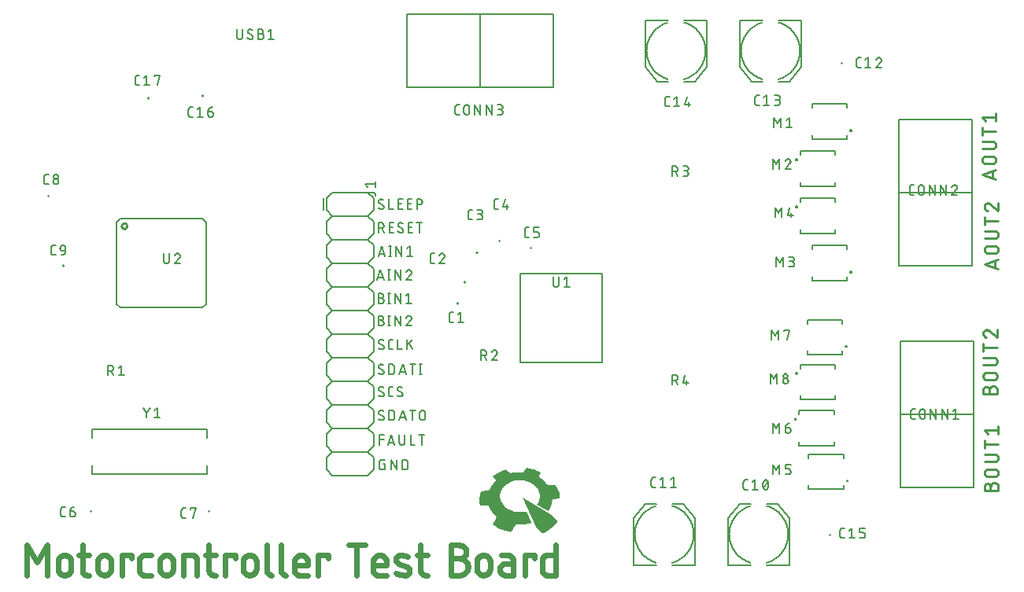
<source format=gbr>
G04 EAGLE Gerber RS-274X export*
G75*
%MOMM*%
%FSLAX34Y34*%
%LPD*%
%INSilkscreen Top*%
%IPPOS*%
%AMOC8*
5,1,8,0,0,1.08239X$1,22.5*%
G01*
%ADD10C,0.203200*%
%ADD11C,0.584200*%
%ADD12C,0.279400*%
%ADD13C,0.254000*%
%ADD14C,0.127000*%
%ADD15C,0.152400*%

G36*
X538086Y64781D02*
X538086Y64781D01*
X538087Y64781D01*
X538216Y64802D01*
X538361Y64835D01*
X538506Y64875D01*
X538507Y64875D01*
X538591Y64902D01*
X538674Y64928D01*
X538675Y64928D01*
X538760Y64955D01*
X538843Y64981D01*
X538845Y64983D01*
X538846Y64983D01*
X540036Y66979D01*
X540631Y67976D01*
X541225Y68973D01*
X542433Y70992D01*
X543173Y72208D01*
X543556Y72805D01*
X543695Y72961D01*
X543780Y72956D01*
X543952Y72942D01*
X544181Y72922D01*
X544445Y72897D01*
X545821Y72801D01*
X547387Y72749D01*
X548998Y72746D01*
X550504Y72792D01*
X552393Y72937D01*
X552394Y72937D01*
X554326Y73174D01*
X556255Y73497D01*
X558132Y73900D01*
X558894Y74094D01*
X559750Y74326D01*
X560456Y74529D01*
X560457Y74529D01*
X560770Y74635D01*
X560771Y74638D01*
X560773Y74640D01*
X560775Y74661D01*
X560774Y74662D01*
X560775Y74662D01*
X560766Y74704D01*
X560766Y74705D01*
X560748Y74762D01*
X560722Y74828D01*
X560497Y75367D01*
X559936Y76712D01*
X559123Y78659D01*
X558144Y81005D01*
X557167Y83342D01*
X556361Y85262D01*
X555810Y86566D01*
X555596Y87056D01*
X555593Y87057D01*
X555592Y87059D01*
X555549Y87068D01*
X555548Y87067D01*
X555548Y87068D01*
X555458Y87059D01*
X555457Y87059D01*
X555327Y87033D01*
X555161Y86989D01*
X554414Y86798D01*
X553564Y86610D01*
X552684Y86442D01*
X551848Y86307D01*
X550277Y86145D01*
X550268Y86145D01*
X550146Y86140D01*
X550024Y86135D01*
X550023Y86135D01*
X549902Y86130D01*
X549901Y86130D01*
X549780Y86125D01*
X549779Y86125D01*
X549657Y86120D01*
X549535Y86115D01*
X549413Y86110D01*
X549412Y86110D01*
X549291Y86105D01*
X549290Y86105D01*
X549169Y86100D01*
X549168Y86100D01*
X549046Y86095D01*
X548924Y86090D01*
X548802Y86085D01*
X548801Y86085D01*
X548680Y86080D01*
X548679Y86080D01*
X548580Y86076D01*
X548304Y86080D01*
X548302Y86080D01*
X547964Y86085D01*
X547962Y86085D01*
X547624Y86090D01*
X547622Y86090D01*
X547284Y86095D01*
X547282Y86095D01*
X546944Y86100D01*
X546942Y86100D01*
X546869Y86101D01*
X546817Y86105D01*
X546751Y86110D01*
X546619Y86120D01*
X546552Y86125D01*
X546486Y86130D01*
X546420Y86135D01*
X546354Y86140D01*
X546287Y86145D01*
X546155Y86155D01*
X546089Y86160D01*
X546023Y86165D01*
X546022Y86165D01*
X545956Y86169D01*
X545890Y86174D01*
X545824Y86179D01*
X545758Y86184D01*
X545691Y86189D01*
X545559Y86199D01*
X545493Y86204D01*
X545426Y86209D01*
X545360Y86214D01*
X545294Y86219D01*
X545257Y86222D01*
X542094Y86775D01*
X539081Y87702D01*
X536265Y88985D01*
X533696Y90607D01*
X532540Y91528D01*
X531456Y92537D01*
X530472Y93605D01*
X529613Y94708D01*
X528091Y97320D01*
X527136Y100046D01*
X526755Y102859D01*
X526758Y102899D01*
X526760Y102933D01*
X526763Y102973D01*
X526768Y103048D01*
X526771Y103087D01*
X526773Y103122D01*
X526776Y103162D01*
X526779Y103197D01*
X526781Y103236D01*
X526781Y103237D01*
X526784Y103276D01*
X526787Y103311D01*
X526789Y103351D01*
X526792Y103386D01*
X526795Y103425D01*
X526797Y103465D01*
X526800Y103500D01*
X526803Y103540D01*
X526805Y103574D01*
X526808Y103614D01*
X526811Y103654D01*
X526813Y103689D01*
X526816Y103728D01*
X526818Y103763D01*
X526821Y103803D01*
X526824Y103843D01*
X526826Y103877D01*
X526829Y103917D01*
X526832Y103952D01*
X526834Y103992D01*
X526837Y104031D01*
X526837Y104032D01*
X526840Y104066D01*
X526842Y104106D01*
X526845Y104141D01*
X526848Y104181D01*
X526850Y104220D01*
X526853Y104255D01*
X526856Y104295D01*
X526858Y104330D01*
X526861Y104369D01*
X526864Y104409D01*
X526866Y104444D01*
X526869Y104484D01*
X526871Y104518D01*
X526874Y104558D01*
X526879Y104633D01*
X526882Y104672D01*
X526884Y104707D01*
X526887Y104747D01*
X526890Y104782D01*
X526892Y104821D01*
X526892Y104822D01*
X526895Y104861D01*
X526898Y104896D01*
X526900Y104936D01*
X526903Y104971D01*
X526906Y105010D01*
X526908Y105050D01*
X526911Y105085D01*
X526914Y105125D01*
X526916Y105159D01*
X526919Y105199D01*
X526922Y105239D01*
X526924Y105274D01*
X526927Y105313D01*
X526929Y105348D01*
X526932Y105388D01*
X526935Y105428D01*
X526937Y105462D01*
X526937Y105463D01*
X526940Y105502D01*
X526942Y105537D01*
X526943Y105537D01*
X526942Y105537D01*
X526945Y105577D01*
X526948Y105617D01*
X526950Y105651D01*
X526951Y105651D01*
X526950Y105651D01*
X526953Y105691D01*
X526956Y105726D01*
X526956Y105729D01*
X527164Y106723D01*
X527449Y107707D01*
X527813Y108690D01*
X528257Y109678D01*
X530665Y113281D01*
X534005Y116282D01*
X538129Y118578D01*
X542889Y120065D01*
X543826Y120241D01*
X544788Y120383D01*
X545802Y120494D01*
X546898Y120578D01*
X548827Y120609D01*
X550861Y120474D01*
X552919Y120182D01*
X554919Y119742D01*
X557607Y118862D01*
X560140Y117687D01*
X562457Y116251D01*
X564495Y114586D01*
X566479Y112404D01*
X567997Y110032D01*
X569039Y107488D01*
X569596Y104795D01*
X569637Y104197D01*
X569654Y103438D01*
X569647Y102670D01*
X569646Y102656D01*
X569644Y102617D01*
X569643Y102592D01*
X569641Y102552D01*
X569639Y102512D01*
X569637Y102487D01*
X569635Y102448D01*
X569633Y102408D01*
X569632Y102383D01*
X569630Y102343D01*
X569626Y102279D01*
X569624Y102239D01*
X569623Y102214D01*
X569621Y102174D01*
X569619Y102135D01*
X569618Y102110D01*
X569617Y102110D01*
X569618Y102110D01*
X569615Y102070D01*
X569614Y102045D01*
X569610Y102020D01*
X569609Y102015D01*
X569609Y102010D01*
X569608Y102010D01*
X569609Y102010D01*
X569608Y102006D01*
X569608Y102005D01*
X569607Y102001D01*
X569607Y102000D01*
X569606Y101996D01*
X569605Y101991D01*
X569600Y101956D01*
X569599Y101951D01*
X569598Y101946D01*
X569597Y101941D01*
X569596Y101936D01*
X569596Y101931D01*
X569595Y101926D01*
X569589Y101891D01*
X569588Y101886D01*
X569587Y101881D01*
X569587Y101876D01*
X569586Y101871D01*
X569585Y101866D01*
X569579Y101832D01*
X569579Y101827D01*
X569578Y101822D01*
X569577Y101817D01*
X569576Y101812D01*
X569575Y101807D01*
X569574Y101802D01*
X569569Y101767D01*
X569568Y101762D01*
X569567Y101757D01*
X569566Y101752D01*
X569566Y101747D01*
X569565Y101742D01*
X569564Y101737D01*
X569558Y101702D01*
X569557Y101697D01*
X569557Y101692D01*
X569556Y101688D01*
X569556Y101687D01*
X569555Y101683D01*
X569555Y101682D01*
X569554Y101678D01*
X569549Y101643D01*
X569548Y101638D01*
X569547Y101633D01*
X569546Y101628D01*
X569545Y101623D01*
X569545Y101618D01*
X569544Y101618D01*
X569545Y101618D01*
X569544Y101613D01*
X569538Y101578D01*
X569537Y101573D01*
X569536Y101568D01*
X569536Y101563D01*
X569535Y101558D01*
X569534Y101553D01*
X569533Y101548D01*
X569528Y101514D01*
X569527Y101514D01*
X569527Y101509D01*
X569526Y101504D01*
X569525Y101499D01*
X569524Y101494D01*
X569523Y101489D01*
X569518Y101454D01*
X569517Y101449D01*
X569516Y101444D01*
X569515Y101439D01*
X569515Y101434D01*
X569514Y101429D01*
X569513Y101424D01*
X569507Y101389D01*
X569506Y101384D01*
X569506Y101379D01*
X569505Y101374D01*
X569504Y101370D01*
X569504Y101369D01*
X569503Y101365D01*
X569503Y101364D01*
X569502Y101360D01*
X569497Y101325D01*
X569496Y101320D01*
X569495Y101315D01*
X569494Y101310D01*
X569493Y101305D01*
X569493Y101300D01*
X569486Y101260D01*
X569485Y101255D01*
X569485Y101250D01*
X569484Y101245D01*
X569483Y101240D01*
X569482Y101235D01*
X569476Y101201D01*
X569476Y101196D01*
X569475Y101191D01*
X569474Y101186D01*
X569473Y101181D01*
X569472Y101176D01*
X569472Y101171D01*
X569466Y101136D01*
X569465Y101131D01*
X569464Y101126D01*
X569464Y101121D01*
X569463Y101121D01*
X569464Y101121D01*
X569463Y101116D01*
X569462Y101111D01*
X569455Y101071D01*
X569455Y101066D01*
X569454Y101061D01*
X569453Y101056D01*
X569452Y101052D01*
X569452Y101051D01*
X569451Y101047D01*
X569451Y101046D01*
X569446Y101012D01*
X569445Y101007D01*
X569444Y101002D01*
X569443Y100997D01*
X569442Y100992D01*
X569442Y100987D01*
X569441Y100982D01*
X569435Y100947D01*
X569434Y100942D01*
X569434Y100937D01*
X569433Y100932D01*
X569432Y100927D01*
X569431Y100922D01*
X569430Y100917D01*
X569425Y100883D01*
X569424Y100878D01*
X569423Y100873D01*
X569422Y100868D01*
X569421Y100863D01*
X569421Y100858D01*
X569415Y100823D01*
X569414Y100818D01*
X569413Y100813D01*
X569412Y100808D01*
X569412Y100803D01*
X569411Y100798D01*
X569410Y100793D01*
X569404Y100758D01*
X569404Y100753D01*
X569403Y100748D01*
X569402Y100743D01*
X569401Y100738D01*
X569400Y100734D01*
X569400Y100733D01*
X569400Y100729D01*
X569399Y100729D01*
X569400Y100728D01*
X569394Y100694D01*
X569393Y100689D01*
X569392Y100684D01*
X569391Y100679D01*
X569391Y100674D01*
X569390Y100669D01*
X569384Y100634D01*
X569383Y100629D01*
X569383Y100624D01*
X569382Y100624D01*
X569383Y100624D01*
X569382Y100619D01*
X569381Y100614D01*
X569380Y100609D01*
X569379Y100604D01*
X569374Y100570D01*
X569374Y100569D01*
X569373Y100565D01*
X569372Y100560D01*
X569371Y100555D01*
X569370Y100550D01*
X569370Y100545D01*
X569369Y100540D01*
X569363Y100505D01*
X569362Y100500D01*
X569361Y100495D01*
X569361Y100490D01*
X569360Y100485D01*
X569359Y100480D01*
X569353Y100445D01*
X569353Y100440D01*
X569352Y100435D01*
X569351Y100430D01*
X569350Y100425D01*
X569349Y100420D01*
X569348Y100416D01*
X569348Y100415D01*
X569343Y100381D01*
X569342Y100376D01*
X569341Y100371D01*
X569340Y100366D01*
X569340Y100361D01*
X569339Y100356D01*
X569338Y100351D01*
X569332Y100316D01*
X569331Y100311D01*
X569331Y100306D01*
X569330Y100301D01*
X569329Y100296D01*
X569328Y100291D01*
X569323Y100257D01*
X569323Y100256D01*
X569322Y100252D01*
X569322Y100251D01*
X569321Y100247D01*
X569320Y100242D01*
X569319Y100237D01*
X569319Y100232D01*
X569318Y100232D01*
X569319Y100232D01*
X569318Y100227D01*
X569312Y100192D01*
X569311Y100187D01*
X569310Y100182D01*
X569310Y100177D01*
X569309Y100172D01*
X569308Y100168D01*
X568744Y98322D01*
X567932Y96530D01*
X566881Y94819D01*
X566713Y94574D01*
X566617Y94417D01*
X566617Y94416D01*
X566616Y94416D01*
X566580Y94325D01*
X566581Y94324D01*
X566580Y94324D01*
X566581Y94323D01*
X566580Y94322D01*
X566594Y94276D01*
X566596Y94274D01*
X566596Y94273D01*
X567093Y93980D01*
X567094Y93980D01*
X568407Y93223D01*
X570337Y92115D01*
X572683Y90772D01*
X574192Y89909D01*
X575699Y89047D01*
X578715Y87323D01*
X578716Y87323D01*
X578717Y87322D01*
X578719Y87324D01*
X578720Y87324D01*
X578721Y87324D01*
X578741Y87348D01*
X578761Y87373D01*
X578781Y87397D01*
X578801Y87422D01*
X579035Y87770D01*
X579411Y88379D01*
X579820Y89068D01*
X579820Y89069D01*
X580153Y89659D01*
X580616Y90575D01*
X580617Y90575D01*
X581078Y91576D01*
X581485Y92544D01*
X581785Y93359D01*
X581785Y93360D01*
X582062Y94247D01*
X582299Y95088D01*
X582496Y95886D01*
X582657Y96646D01*
X582657Y96648D01*
X582660Y96663D01*
X582662Y96678D01*
X582665Y96693D01*
X582667Y96708D01*
X582668Y96712D01*
X582668Y96713D01*
X582670Y96722D01*
X582671Y96727D01*
X582672Y96737D01*
X582673Y96742D01*
X582675Y96752D01*
X582676Y96757D01*
X582677Y96767D01*
X582678Y96772D01*
X582680Y96782D01*
X582681Y96787D01*
X582683Y96802D01*
X582686Y96817D01*
X582688Y96832D01*
X582691Y96847D01*
X582693Y96862D01*
X582696Y96876D01*
X582696Y96877D01*
X582698Y96891D01*
X582699Y96896D01*
X582701Y96906D01*
X582701Y96911D01*
X582703Y96921D01*
X582704Y96926D01*
X582706Y96936D01*
X582706Y96941D01*
X582708Y96951D01*
X582709Y96956D01*
X582711Y96966D01*
X582711Y96971D01*
X582714Y96986D01*
X582716Y97001D01*
X582719Y97016D01*
X582721Y97030D01*
X582721Y97031D01*
X582724Y97045D01*
X582726Y97060D01*
X582727Y97065D01*
X582729Y97075D01*
X582730Y97080D01*
X582731Y97090D01*
X582732Y97095D01*
X582734Y97105D01*
X582735Y97110D01*
X582736Y97120D01*
X582737Y97125D01*
X582739Y97135D01*
X582740Y97140D01*
X582742Y97155D01*
X582745Y97170D01*
X582747Y97185D01*
X582750Y97199D01*
X582752Y97214D01*
X582755Y97229D01*
X582757Y97244D01*
X582758Y97248D01*
X582861Y97960D01*
X582863Y97980D01*
X582864Y97984D01*
X582864Y97985D01*
X582866Y97999D01*
X582866Y98004D01*
X582867Y98009D01*
X582869Y98024D01*
X582870Y98029D01*
X582872Y98049D01*
X582873Y98054D01*
X582875Y98074D01*
X582876Y98079D01*
X582878Y98094D01*
X582878Y98099D01*
X582879Y98104D01*
X582881Y98119D01*
X582881Y98124D01*
X582884Y98143D01*
X582884Y98144D01*
X582884Y98148D01*
X582884Y98149D01*
X582887Y98168D01*
X582887Y98173D01*
X582889Y98188D01*
X582890Y98193D01*
X582891Y98198D01*
X582892Y98213D01*
X582893Y98218D01*
X582895Y98238D01*
X582896Y98238D01*
X582895Y98238D01*
X582896Y98243D01*
X582899Y98263D01*
X582899Y98268D01*
X582901Y98283D01*
X582902Y98288D01*
X582902Y98293D01*
X582904Y98307D01*
X582904Y98308D01*
X582905Y98312D01*
X582907Y98332D01*
X582908Y98337D01*
X582910Y98357D01*
X582911Y98362D01*
X582913Y98377D01*
X582913Y98382D01*
X582914Y98387D01*
X582916Y98402D01*
X582917Y98407D01*
X582919Y98427D01*
X582920Y98432D01*
X582922Y98452D01*
X582923Y98457D01*
X582925Y98471D01*
X582925Y98476D01*
X582926Y98481D01*
X582928Y98496D01*
X582928Y98501D01*
X582929Y98506D01*
X582931Y98521D01*
X582931Y98526D01*
X582934Y98546D01*
X582934Y98551D01*
X582936Y98566D01*
X582937Y98571D01*
X582938Y98576D01*
X582939Y98591D01*
X582940Y98596D01*
X582941Y98601D01*
X582942Y98616D01*
X582943Y98616D01*
X582942Y98616D01*
X582943Y98620D01*
X582943Y98621D01*
X582946Y98640D01*
X582946Y98645D01*
X582948Y98659D01*
X582948Y98660D01*
X583002Y99220D01*
X583004Y99242D01*
X583007Y99276D01*
X583010Y99311D01*
X583021Y99445D01*
X583022Y99450D01*
X583023Y99460D01*
X583024Y99460D01*
X583023Y99460D01*
X583025Y99470D01*
X583027Y99480D01*
X583028Y99490D01*
X583029Y99495D01*
X583030Y99500D01*
X583031Y99505D01*
X583031Y99510D01*
X583032Y99515D01*
X583033Y99520D01*
X583034Y99525D01*
X583035Y99530D01*
X583035Y99535D01*
X583036Y99540D01*
X583037Y99545D01*
X583038Y99550D01*
X583039Y99555D01*
X583039Y99560D01*
X583040Y99565D01*
X583041Y99570D01*
X583042Y99574D01*
X583073Y99639D01*
X583120Y99668D01*
X583442Y99729D01*
X584255Y99869D01*
X585434Y100069D01*
X586858Y100306D01*
X588294Y100545D01*
X589506Y100747D01*
X590368Y100892D01*
X590751Y100958D01*
X590890Y100989D01*
X590891Y100990D01*
X590891Y100989D01*
X590981Y101030D01*
X590982Y101032D01*
X590983Y101032D01*
X591053Y101103D01*
X591133Y101225D01*
X591167Y101280D01*
X591200Y101335D01*
X591234Y101389D01*
X591268Y101444D01*
X591268Y101446D01*
X591269Y101447D01*
X591262Y101638D01*
X591254Y101830D01*
X591248Y102022D01*
X591241Y102213D01*
X591054Y104364D01*
X591054Y104365D01*
X590655Y106467D01*
X590044Y108527D01*
X590043Y108528D01*
X590044Y108528D01*
X589218Y110555D01*
X589217Y110555D01*
X588723Y111558D01*
X588179Y112553D01*
X588179Y112554D01*
X587598Y113516D01*
X586995Y114421D01*
X586727Y114797D01*
X586551Y115020D01*
X586550Y115020D01*
X586550Y115021D01*
X586404Y115159D01*
X586230Y115279D01*
X586118Y115351D01*
X586063Y115387D01*
X586007Y115423D01*
X586005Y115423D01*
X586004Y115424D01*
X585859Y115421D01*
X585858Y115421D01*
X585858Y115420D01*
X585652Y115416D01*
X585650Y115416D01*
X585444Y115411D01*
X585443Y115411D01*
X585237Y115406D01*
X585236Y115406D01*
X585169Y115404D01*
X585036Y115401D01*
X585035Y115401D01*
X584838Y115396D01*
X584837Y115396D01*
X584641Y115391D01*
X584640Y115391D01*
X584443Y115386D01*
X584442Y115386D01*
X584246Y115381D01*
X584245Y115381D01*
X584048Y115376D01*
X584047Y115376D01*
X583851Y115371D01*
X583849Y115371D01*
X583653Y115366D01*
X583652Y115366D01*
X583499Y115362D01*
X583455Y115361D01*
X583454Y115361D01*
X583258Y115356D01*
X583257Y115356D01*
X583061Y115351D01*
X583060Y115351D01*
X582863Y115346D01*
X582862Y115346D01*
X582666Y115341D01*
X582665Y115341D01*
X582471Y115336D01*
X582470Y115336D01*
X582275Y115331D01*
X582274Y115331D01*
X582080Y115326D01*
X582079Y115326D01*
X581885Y115321D01*
X581883Y115321D01*
X581689Y115316D01*
X581688Y115316D01*
X581494Y115311D01*
X581493Y115311D01*
X581328Y115307D01*
X581300Y115306D01*
X581299Y115306D01*
X581118Y115301D01*
X581117Y115301D01*
X580936Y115296D01*
X580935Y115296D01*
X580754Y115291D01*
X580753Y115291D01*
X580572Y115286D01*
X580571Y115286D01*
X580391Y115281D01*
X580389Y115281D01*
X580209Y115276D01*
X580208Y115276D01*
X580207Y115276D01*
X580156Y115275D01*
X580036Y115271D01*
X579868Y115266D01*
X579701Y115262D01*
X579700Y115262D01*
X579700Y115261D01*
X579533Y115257D01*
X579532Y115257D01*
X579365Y115252D01*
X579364Y115252D01*
X579277Y115249D01*
X579208Y115247D01*
X579207Y115247D01*
X579064Y115242D01*
X578921Y115237D01*
X578920Y115237D01*
X578814Y115233D01*
X578790Y115232D01*
X578699Y115227D01*
X578686Y115226D01*
X578596Y115222D01*
X578595Y115222D01*
X578558Y115220D01*
X578499Y115217D01*
X578430Y115213D01*
X578405Y115212D01*
X578304Y115207D01*
X578168Y115382D01*
X578031Y115560D01*
X577893Y115737D01*
X577755Y115915D01*
X575887Y118091D01*
X575886Y118091D01*
X575886Y118092D01*
X573780Y120121D01*
X571476Y121968D01*
X569015Y123595D01*
X568821Y123715D01*
X568661Y123822D01*
X568553Y123903D01*
X568515Y123944D01*
X568525Y123989D01*
X568553Y124080D01*
X568595Y124204D01*
X568646Y124345D01*
X568721Y124553D01*
X568832Y124858D01*
X568962Y125219D01*
X569097Y125595D01*
X569255Y126036D01*
X569449Y126575D01*
X569654Y127144D01*
X569846Y127675D01*
X569953Y127970D01*
X570060Y128267D01*
X570274Y128859D01*
X570273Y128860D01*
X570274Y128860D01*
X570273Y128862D01*
X570273Y128864D01*
X570235Y128911D01*
X570196Y128957D01*
X570158Y129005D01*
X570119Y129052D01*
X570014Y129160D01*
X570013Y129161D01*
X569863Y129272D01*
X569639Y129406D01*
X569638Y129406D01*
X569312Y129581D01*
X568082Y130181D01*
X568082Y130182D01*
X566697Y130793D01*
X565348Y131334D01*
X564224Y131726D01*
X564223Y131726D01*
X564085Y131769D01*
X563898Y131827D01*
X563688Y131892D01*
X563477Y131958D01*
X563476Y131958D01*
X561778Y132441D01*
X559981Y132854D01*
X558098Y133193D01*
X556145Y133455D01*
X555802Y133491D01*
X555801Y133491D01*
X555787Y133492D01*
X555704Y133497D01*
X555621Y133502D01*
X555567Y133505D01*
X555458Y133502D01*
X555397Y133500D01*
X555396Y133500D01*
X555247Y133475D01*
X555148Y133450D01*
X555147Y133450D01*
X555054Y133419D01*
X555054Y133418D01*
X555054Y133419D01*
X554980Y133388D01*
X554980Y133387D01*
X554979Y133387D01*
X554932Y133359D01*
X554932Y133358D01*
X554931Y133358D01*
X554779Y133165D01*
X554419Y132686D01*
X553904Y131994D01*
X553288Y131160D01*
X552895Y130627D01*
X552109Y129559D01*
X551718Y129028D01*
X551686Y129030D01*
X551685Y129030D01*
X551630Y129033D01*
X551606Y129035D01*
X551541Y129040D01*
X551476Y129045D01*
X551448Y129047D01*
X551406Y129050D01*
X551358Y129053D01*
X551322Y129055D01*
X551221Y129060D01*
X551120Y129065D01*
X551119Y129065D01*
X551018Y129070D01*
X550917Y129075D01*
X550816Y129080D01*
X550815Y129080D01*
X550714Y129085D01*
X550613Y129090D01*
X550512Y129094D01*
X550512Y129095D01*
X550511Y129095D01*
X550411Y129099D01*
X550410Y129099D01*
X550309Y129104D01*
X550208Y129109D01*
X550107Y129114D01*
X550106Y129114D01*
X550005Y129119D01*
X549904Y129124D01*
X549803Y129129D01*
X549802Y129129D01*
X549788Y129130D01*
X549524Y129134D01*
X549522Y129134D01*
X549215Y129139D01*
X549214Y129139D01*
X548907Y129144D01*
X548905Y129144D01*
X548598Y129149D01*
X548596Y129149D01*
X548290Y129154D01*
X548288Y129154D01*
X548111Y129157D01*
X547910Y129154D01*
X547908Y129154D01*
X547560Y129149D01*
X547558Y129149D01*
X547557Y129149D01*
X547209Y129144D01*
X547207Y129144D01*
X546858Y129139D01*
X546856Y129139D01*
X546508Y129134D01*
X546506Y129134D01*
X546488Y129134D01*
X546399Y129129D01*
X546305Y129124D01*
X546304Y129124D01*
X546210Y129119D01*
X546116Y129114D01*
X546022Y129109D01*
X545928Y129104D01*
X545927Y129104D01*
X545834Y129099D01*
X545833Y129099D01*
X545739Y129095D01*
X545739Y129094D01*
X545645Y129090D01*
X545551Y129085D01*
X545457Y129080D01*
X545456Y129080D01*
X545363Y129075D01*
X545362Y129075D01*
X545268Y129070D01*
X545174Y129065D01*
X545085Y129060D01*
X543454Y128903D01*
X543453Y128903D01*
X541861Y128694D01*
X540327Y128438D01*
X538872Y128136D01*
X538569Y128066D01*
X538308Y128006D01*
X538116Y127962D01*
X538025Y127941D01*
X537852Y128039D01*
X537264Y128511D01*
X535992Y129586D01*
X533763Y131488D01*
X533619Y131605D01*
X533509Y131672D01*
X533508Y131672D01*
X533507Y131673D01*
X533391Y131708D01*
X533230Y131727D01*
X533229Y131727D01*
X533202Y131728D01*
X533061Y131733D01*
X533060Y131733D01*
X533058Y131733D01*
X532877Y131715D01*
X532876Y131715D01*
X532630Y131662D01*
X532263Y131565D01*
X530511Y131049D01*
X530510Y131049D01*
X528883Y130481D01*
X527291Y129829D01*
X527291Y129828D01*
X527291Y129829D01*
X525648Y129059D01*
X525648Y129058D01*
X524139Y128272D01*
X524138Y128272D01*
X522758Y127462D01*
X521448Y126593D01*
X520150Y125628D01*
X519832Y125374D01*
X519622Y125192D01*
X519622Y125191D01*
X519621Y125191D01*
X519491Y125052D01*
X519414Y124932D01*
X519414Y124931D01*
X519388Y124880D01*
X519363Y124830D01*
X519337Y124780D01*
X519312Y124730D01*
X519312Y124728D01*
X519312Y124727D01*
X519312Y124725D01*
X519709Y124158D01*
X520106Y123593D01*
X520900Y122461D01*
X521521Y121576D01*
X522035Y120842D01*
X522390Y120334D01*
X522531Y120132D01*
X522537Y120089D01*
X522497Y120023D01*
X522400Y119921D01*
X522234Y119769D01*
X521643Y119210D01*
X521642Y119210D01*
X520887Y118448D01*
X520887Y118447D01*
X520136Y117658D01*
X519557Y117011D01*
X518240Y115347D01*
X517091Y113659D01*
X517091Y113658D01*
X516103Y111936D01*
X515272Y110175D01*
X515271Y110175D01*
X515195Y109998D01*
X515129Y109849D01*
X515078Y109743D01*
X515052Y109698D01*
X514726Y109639D01*
X513854Y109499D01*
X512572Y109301D01*
X511013Y109065D01*
X510011Y108914D01*
X509008Y108764D01*
X508006Y108613D01*
X507004Y108463D01*
X507003Y108462D01*
X507002Y108462D01*
X506944Y108411D01*
X506885Y108361D01*
X506769Y108259D01*
X506633Y108132D01*
X506633Y108131D01*
X506632Y108131D01*
X506532Y107994D01*
X506532Y107993D01*
X506430Y107778D01*
X506429Y107778D01*
X506286Y107419D01*
X505632Y105520D01*
X505632Y105519D01*
X505159Y103639D01*
X504861Y101745D01*
X504861Y101744D01*
X504861Y101737D01*
X504853Y101623D01*
X504852Y101608D01*
X504844Y101494D01*
X504843Y101479D01*
X504842Y101464D01*
X504835Y101350D01*
X504834Y101335D01*
X504833Y101320D01*
X504826Y101220D01*
X504825Y101206D01*
X504825Y101205D01*
X504824Y101191D01*
X504816Y101076D01*
X504815Y101061D01*
X504814Y101047D01*
X504814Y101046D01*
X504807Y100932D01*
X504806Y100917D01*
X504798Y100803D01*
X504797Y100788D01*
X504796Y100773D01*
X504788Y100659D01*
X504787Y100644D01*
X504780Y100530D01*
X504779Y100515D01*
X504778Y100500D01*
X504770Y100386D01*
X504769Y100371D01*
X504768Y100356D01*
X504761Y100256D01*
X504760Y100242D01*
X504759Y100227D01*
X504752Y100112D01*
X504751Y100098D01*
X504751Y100097D01*
X504750Y100083D01*
X504742Y99968D01*
X504741Y99953D01*
X504733Y99839D01*
X504732Y99824D01*
X504731Y99809D01*
X504731Y99804D01*
X504743Y98434D01*
X504844Y97074D01*
X504844Y97073D01*
X505037Y95718D01*
X505321Y94363D01*
X505470Y93769D01*
X505576Y93430D01*
X505577Y93429D01*
X505683Y93242D01*
X505684Y93241D01*
X505684Y93240D01*
X505831Y93099D01*
X505884Y93055D01*
X505936Y93011D01*
X506042Y92923D01*
X506044Y92923D01*
X506045Y92922D01*
X506426Y92933D01*
X506807Y92945D01*
X507189Y92957D01*
X507570Y92968D01*
X508353Y92991D01*
X509356Y93020D01*
X510450Y93050D01*
X511506Y93078D01*
X512473Y93104D01*
X513323Y93130D01*
X513964Y93151D01*
X514305Y93165D01*
X514403Y93171D01*
X514500Y93178D01*
X514691Y93190D01*
X514733Y93073D01*
X515706Y90778D01*
X515707Y90778D01*
X516894Y88577D01*
X516894Y88576D01*
X518289Y86482D01*
X519884Y84505D01*
X520598Y83739D01*
X520598Y83738D01*
X521460Y82877D01*
X521461Y82877D01*
X522366Y82024D01*
X523202Y81286D01*
X523061Y80963D01*
X522650Y80095D01*
X522032Y78818D01*
X521271Y77263D01*
X520780Y76263D01*
X520288Y75263D01*
X519797Y74264D01*
X519305Y73264D01*
X519305Y73262D01*
X519305Y73261D01*
X519304Y73260D01*
X519327Y73199D01*
X519349Y73138D01*
X519395Y73016D01*
X519435Y72914D01*
X519477Y72816D01*
X519478Y72816D01*
X519517Y72733D01*
X519548Y72677D01*
X519549Y72676D01*
X519549Y72675D01*
X519830Y72412D01*
X520420Y71934D01*
X521155Y71368D01*
X521871Y70844D01*
X525214Y68780D01*
X525215Y68780D01*
X525215Y68779D01*
X528834Y67101D01*
X528834Y67102D01*
X528834Y67101D01*
X532706Y65818D01*
X532707Y65818D01*
X536807Y64940D01*
X537210Y64878D01*
X537568Y64825D01*
X537840Y64789D01*
X537841Y64789D01*
X537990Y64774D01*
X538086Y64781D01*
G37*
G36*
X572895Y63496D02*
X572895Y63496D01*
X572895Y63495D01*
X573010Y63525D01*
X573011Y63525D01*
X573255Y63609D01*
X573591Y63736D01*
X573984Y63892D01*
X573984Y63893D01*
X578096Y65881D01*
X578097Y65881D01*
X581774Y68324D01*
X584981Y71194D01*
X584981Y71195D01*
X584982Y71195D01*
X587685Y74465D01*
X587935Y74821D01*
X588060Y75000D01*
X588186Y75178D01*
X588186Y75180D01*
X588187Y75181D01*
X588189Y75216D01*
X588191Y75250D01*
X588192Y75264D01*
X588198Y75335D01*
X588199Y75347D01*
X588201Y75380D01*
X588204Y75430D01*
X588210Y75513D01*
X588217Y75597D01*
X588219Y75628D01*
X588222Y75680D01*
X588228Y75763D01*
X588229Y75782D01*
X588231Y75817D01*
X588233Y75846D01*
X588232Y75848D01*
X588232Y75849D01*
X582240Y82889D01*
X582239Y82889D01*
X582239Y82890D01*
X551324Y101442D01*
X551322Y101442D01*
X551321Y101443D01*
X551282Y101445D01*
X551281Y101444D01*
X551281Y101445D01*
X551280Y101443D01*
X551277Y101441D01*
X551278Y101440D01*
X551277Y101438D01*
X565231Y70554D01*
X565233Y70553D01*
X565232Y70552D01*
X572211Y63561D01*
X572214Y63561D01*
X572215Y63560D01*
X572360Y63546D01*
X572432Y63538D01*
X572433Y63538D01*
X572506Y63531D01*
X572627Y63519D01*
X572740Y63508D01*
X572834Y63500D01*
X572894Y63495D01*
X572895Y63496D01*
G37*
D10*
X399542Y412496D02*
X399638Y412498D01*
X399733Y412504D01*
X399828Y412513D01*
X399922Y412527D01*
X400016Y412544D01*
X400109Y412565D01*
X400202Y412590D01*
X400293Y412618D01*
X400383Y412650D01*
X400471Y412686D01*
X400558Y412725D01*
X400644Y412768D01*
X400728Y412814D01*
X400809Y412863D01*
X400889Y412916D01*
X400966Y412972D01*
X401042Y413030D01*
X401114Y413092D01*
X401184Y413157D01*
X401252Y413225D01*
X401317Y413295D01*
X401379Y413367D01*
X401437Y413443D01*
X401493Y413520D01*
X401546Y413600D01*
X401595Y413682D01*
X401641Y413765D01*
X401684Y413851D01*
X401723Y413938D01*
X401759Y414026D01*
X401791Y414116D01*
X401819Y414207D01*
X401844Y414300D01*
X401865Y414393D01*
X401882Y414487D01*
X401896Y414581D01*
X401905Y414676D01*
X401911Y414772D01*
X401913Y414867D01*
X399542Y412496D02*
X399406Y412498D01*
X399269Y412503D01*
X399133Y412513D01*
X398998Y412526D01*
X398862Y412542D01*
X398728Y412563D01*
X398593Y412587D01*
X398460Y412614D01*
X398327Y412646D01*
X398195Y412680D01*
X398064Y412719D01*
X397935Y412761D01*
X397806Y412806D01*
X397679Y412855D01*
X397553Y412908D01*
X397429Y412964D01*
X397306Y413023D01*
X397185Y413085D01*
X397065Y413151D01*
X396948Y413220D01*
X396832Y413293D01*
X396718Y413368D01*
X396607Y413446D01*
X396497Y413528D01*
X396390Y413612D01*
X396286Y413699D01*
X396183Y413789D01*
X396083Y413882D01*
X395986Y413978D01*
X396282Y420793D02*
X396284Y420888D01*
X396290Y420984D01*
X396299Y421079D01*
X396313Y421173D01*
X396330Y421267D01*
X396351Y421360D01*
X396376Y421453D01*
X396404Y421544D01*
X396436Y421634D01*
X396472Y421722D01*
X396511Y421809D01*
X396554Y421895D01*
X396600Y421979D01*
X396649Y422060D01*
X396702Y422140D01*
X396758Y422217D01*
X396816Y422293D01*
X396878Y422365D01*
X396943Y422435D01*
X397011Y422503D01*
X397081Y422568D01*
X397153Y422630D01*
X397229Y422688D01*
X397306Y422744D01*
X397386Y422797D01*
X397468Y422846D01*
X397551Y422892D01*
X397637Y422935D01*
X397724Y422974D01*
X397812Y423010D01*
X397902Y423042D01*
X397993Y423070D01*
X398086Y423095D01*
X398179Y423116D01*
X398273Y423133D01*
X398367Y423147D01*
X398462Y423156D01*
X398558Y423162D01*
X398653Y423164D01*
X398783Y423162D01*
X398913Y423156D01*
X399043Y423147D01*
X399172Y423134D01*
X399301Y423117D01*
X399429Y423096D01*
X399557Y423071D01*
X399684Y423043D01*
X399810Y423011D01*
X399935Y422975D01*
X400059Y422936D01*
X400181Y422893D01*
X400303Y422847D01*
X400423Y422796D01*
X400541Y422743D01*
X400658Y422686D01*
X400773Y422626D01*
X400887Y422562D01*
X400998Y422495D01*
X401108Y422425D01*
X401215Y422351D01*
X401320Y422275D01*
X397468Y418718D02*
X397386Y418769D01*
X397306Y418823D01*
X397228Y418879D01*
X397153Y418939D01*
X397080Y419002D01*
X397010Y419068D01*
X396943Y419136D01*
X396878Y419207D01*
X396816Y419281D01*
X396757Y419357D01*
X396701Y419435D01*
X396649Y419516D01*
X396599Y419598D01*
X396553Y419683D01*
X396511Y419769D01*
X396471Y419857D01*
X396436Y419946D01*
X396404Y420037D01*
X396375Y420129D01*
X396351Y420222D01*
X396330Y420315D01*
X396313Y420410D01*
X396299Y420505D01*
X396290Y420601D01*
X396284Y420697D01*
X396282Y420793D01*
X400728Y416942D02*
X400809Y416891D01*
X400889Y416837D01*
X400967Y416781D01*
X401042Y416721D01*
X401115Y416658D01*
X401185Y416592D01*
X401252Y416524D01*
X401317Y416453D01*
X401379Y416379D01*
X401438Y416303D01*
X401494Y416225D01*
X401546Y416144D01*
X401596Y416062D01*
X401642Y415977D01*
X401684Y415891D01*
X401724Y415803D01*
X401759Y415714D01*
X401791Y415623D01*
X401820Y415531D01*
X401844Y415438D01*
X401865Y415345D01*
X401882Y415250D01*
X401896Y415155D01*
X401905Y415059D01*
X401911Y414963D01*
X401913Y414867D01*
X400727Y416941D02*
X397468Y418719D01*
X407450Y423164D02*
X407450Y412496D01*
X412191Y412496D01*
X417356Y412496D02*
X422097Y412496D01*
X417356Y412496D02*
X417356Y423164D01*
X422097Y423164D01*
X420912Y418423D02*
X417356Y418423D01*
X427262Y412496D02*
X432003Y412496D01*
X427262Y412496D02*
X427262Y423164D01*
X432003Y423164D01*
X430818Y418423D02*
X427262Y418423D01*
X437388Y423164D02*
X437388Y412496D01*
X437388Y423164D02*
X440351Y423164D01*
X440458Y423162D01*
X440565Y423156D01*
X440671Y423147D01*
X440777Y423133D01*
X440883Y423116D01*
X440988Y423095D01*
X441092Y423070D01*
X441195Y423041D01*
X441297Y423009D01*
X441398Y422973D01*
X441497Y422933D01*
X441595Y422890D01*
X441691Y422843D01*
X441786Y422793D01*
X441879Y422740D01*
X441969Y422683D01*
X442058Y422623D01*
X442144Y422560D01*
X442228Y422494D01*
X442310Y422424D01*
X442389Y422352D01*
X442465Y422277D01*
X442539Y422199D01*
X442609Y422119D01*
X442677Y422036D01*
X442742Y421951D01*
X442803Y421864D01*
X442862Y421774D01*
X442917Y421683D01*
X442969Y421589D01*
X443017Y421493D01*
X443062Y421396D01*
X443104Y421298D01*
X443141Y421198D01*
X443176Y421096D01*
X443206Y420994D01*
X443233Y420890D01*
X443256Y420786D01*
X443275Y420680D01*
X443290Y420574D01*
X443302Y420468D01*
X443310Y420361D01*
X443314Y420254D01*
X443314Y420148D01*
X443310Y420041D01*
X443302Y419934D01*
X443290Y419828D01*
X443275Y419722D01*
X443256Y419616D01*
X443233Y419512D01*
X443206Y419408D01*
X443176Y419306D01*
X443141Y419204D01*
X443104Y419104D01*
X443062Y419006D01*
X443017Y418909D01*
X442969Y418813D01*
X442917Y418720D01*
X442862Y418628D01*
X442803Y418538D01*
X442742Y418451D01*
X442677Y418366D01*
X442609Y418283D01*
X442539Y418203D01*
X442465Y418125D01*
X442389Y418050D01*
X442310Y417978D01*
X442228Y417908D01*
X442144Y417842D01*
X442058Y417779D01*
X441969Y417719D01*
X441879Y417662D01*
X441786Y417609D01*
X441691Y417559D01*
X441595Y417512D01*
X441497Y417469D01*
X441398Y417429D01*
X441297Y417393D01*
X441195Y417361D01*
X441092Y417332D01*
X440988Y417307D01*
X440883Y417286D01*
X440777Y417269D01*
X440671Y417255D01*
X440565Y417246D01*
X440458Y417240D01*
X440351Y417238D01*
X440351Y417237D02*
X437388Y417237D01*
X395986Y397764D02*
X395986Y387096D01*
X395986Y397764D02*
X398949Y397764D01*
X399056Y397762D01*
X399163Y397756D01*
X399269Y397747D01*
X399375Y397733D01*
X399481Y397716D01*
X399586Y397695D01*
X399690Y397670D01*
X399793Y397641D01*
X399895Y397609D01*
X399996Y397573D01*
X400095Y397533D01*
X400193Y397490D01*
X400289Y397443D01*
X400384Y397393D01*
X400477Y397340D01*
X400567Y397283D01*
X400656Y397223D01*
X400742Y397160D01*
X400826Y397094D01*
X400908Y397024D01*
X400987Y396952D01*
X401063Y396877D01*
X401137Y396799D01*
X401207Y396719D01*
X401275Y396636D01*
X401340Y396551D01*
X401401Y396464D01*
X401460Y396374D01*
X401515Y396283D01*
X401567Y396189D01*
X401615Y396093D01*
X401660Y395996D01*
X401702Y395898D01*
X401739Y395798D01*
X401774Y395696D01*
X401804Y395594D01*
X401831Y395490D01*
X401854Y395386D01*
X401873Y395280D01*
X401888Y395174D01*
X401900Y395068D01*
X401908Y394961D01*
X401912Y394854D01*
X401912Y394748D01*
X401908Y394641D01*
X401900Y394534D01*
X401888Y394428D01*
X401873Y394322D01*
X401854Y394216D01*
X401831Y394112D01*
X401804Y394008D01*
X401774Y393906D01*
X401739Y393804D01*
X401702Y393704D01*
X401660Y393606D01*
X401615Y393509D01*
X401567Y393413D01*
X401515Y393320D01*
X401460Y393228D01*
X401401Y393138D01*
X401340Y393051D01*
X401275Y392966D01*
X401207Y392883D01*
X401137Y392803D01*
X401063Y392725D01*
X400987Y392650D01*
X400908Y392578D01*
X400826Y392508D01*
X400742Y392442D01*
X400656Y392379D01*
X400567Y392319D01*
X400477Y392262D01*
X400384Y392209D01*
X400289Y392159D01*
X400193Y392112D01*
X400095Y392069D01*
X399996Y392029D01*
X399895Y391993D01*
X399793Y391961D01*
X399690Y391932D01*
X399586Y391907D01*
X399481Y391886D01*
X399375Y391869D01*
X399269Y391855D01*
X399163Y391846D01*
X399056Y391840D01*
X398949Y391838D01*
X398949Y391837D02*
X395986Y391837D01*
X399542Y391837D02*
X401913Y387096D01*
X407720Y387096D02*
X412462Y387096D01*
X407720Y387096D02*
X407720Y397764D01*
X412462Y397764D01*
X411276Y393023D02*
X407720Y393023D01*
X420386Y387096D02*
X420482Y387098D01*
X420577Y387104D01*
X420672Y387113D01*
X420766Y387127D01*
X420860Y387144D01*
X420953Y387165D01*
X421046Y387190D01*
X421137Y387218D01*
X421227Y387250D01*
X421315Y387286D01*
X421402Y387325D01*
X421488Y387368D01*
X421572Y387414D01*
X421653Y387463D01*
X421733Y387516D01*
X421810Y387572D01*
X421886Y387630D01*
X421958Y387692D01*
X422028Y387757D01*
X422096Y387825D01*
X422161Y387895D01*
X422223Y387967D01*
X422281Y388043D01*
X422337Y388120D01*
X422390Y388200D01*
X422439Y388282D01*
X422485Y388365D01*
X422528Y388451D01*
X422567Y388538D01*
X422603Y388626D01*
X422635Y388716D01*
X422663Y388807D01*
X422688Y388900D01*
X422709Y388993D01*
X422726Y389087D01*
X422740Y389181D01*
X422749Y389276D01*
X422755Y389372D01*
X422757Y389467D01*
X420386Y387096D02*
X420250Y387098D01*
X420113Y387103D01*
X419977Y387113D01*
X419842Y387126D01*
X419706Y387142D01*
X419572Y387163D01*
X419437Y387187D01*
X419304Y387214D01*
X419171Y387246D01*
X419039Y387280D01*
X418908Y387319D01*
X418779Y387361D01*
X418650Y387406D01*
X418523Y387455D01*
X418397Y387508D01*
X418273Y387564D01*
X418150Y387623D01*
X418029Y387685D01*
X417909Y387751D01*
X417792Y387820D01*
X417676Y387893D01*
X417562Y387968D01*
X417451Y388046D01*
X417341Y388128D01*
X417234Y388212D01*
X417130Y388299D01*
X417027Y388389D01*
X416927Y388482D01*
X416830Y388578D01*
X417127Y395393D02*
X417129Y395488D01*
X417135Y395584D01*
X417144Y395679D01*
X417158Y395773D01*
X417175Y395867D01*
X417196Y395960D01*
X417221Y396053D01*
X417249Y396144D01*
X417281Y396234D01*
X417317Y396322D01*
X417356Y396409D01*
X417399Y396495D01*
X417445Y396579D01*
X417494Y396660D01*
X417547Y396740D01*
X417603Y396817D01*
X417661Y396893D01*
X417723Y396965D01*
X417788Y397035D01*
X417856Y397103D01*
X417926Y397168D01*
X417998Y397230D01*
X418074Y397288D01*
X418151Y397344D01*
X418231Y397397D01*
X418313Y397446D01*
X418396Y397492D01*
X418482Y397535D01*
X418569Y397574D01*
X418657Y397610D01*
X418747Y397642D01*
X418838Y397670D01*
X418931Y397695D01*
X419024Y397716D01*
X419118Y397733D01*
X419212Y397747D01*
X419307Y397756D01*
X419403Y397762D01*
X419498Y397764D01*
X419628Y397762D01*
X419758Y397756D01*
X419888Y397747D01*
X420017Y397734D01*
X420146Y397717D01*
X420274Y397696D01*
X420402Y397671D01*
X420529Y397643D01*
X420655Y397611D01*
X420780Y397575D01*
X420904Y397536D01*
X421026Y397493D01*
X421148Y397447D01*
X421268Y397396D01*
X421386Y397343D01*
X421503Y397286D01*
X421618Y397226D01*
X421732Y397162D01*
X421843Y397095D01*
X421953Y397025D01*
X422060Y396951D01*
X422165Y396875D01*
X418312Y393318D02*
X418230Y393369D01*
X418150Y393423D01*
X418072Y393479D01*
X417997Y393539D01*
X417924Y393602D01*
X417854Y393668D01*
X417787Y393736D01*
X417722Y393807D01*
X417660Y393881D01*
X417601Y393957D01*
X417545Y394035D01*
X417493Y394116D01*
X417443Y394198D01*
X417397Y394283D01*
X417355Y394369D01*
X417315Y394457D01*
X417280Y394546D01*
X417248Y394637D01*
X417219Y394729D01*
X417195Y394822D01*
X417174Y394915D01*
X417157Y395010D01*
X417143Y395105D01*
X417134Y395201D01*
X417128Y395297D01*
X417126Y395393D01*
X421572Y391542D02*
X421653Y391491D01*
X421733Y391437D01*
X421811Y391381D01*
X421886Y391321D01*
X421959Y391258D01*
X422029Y391192D01*
X422096Y391124D01*
X422161Y391053D01*
X422223Y390979D01*
X422282Y390903D01*
X422338Y390825D01*
X422390Y390744D01*
X422440Y390662D01*
X422486Y390577D01*
X422528Y390491D01*
X422568Y390403D01*
X422603Y390314D01*
X422635Y390223D01*
X422664Y390131D01*
X422688Y390038D01*
X422709Y389945D01*
X422726Y389850D01*
X422740Y389755D01*
X422749Y389659D01*
X422755Y389563D01*
X422757Y389467D01*
X421572Y391541D02*
X418312Y393319D01*
X428294Y387096D02*
X433036Y387096D01*
X428294Y387096D02*
X428294Y397764D01*
X433036Y397764D01*
X431850Y393023D02*
X428294Y393023D01*
X439987Y397764D02*
X439987Y387096D01*
X442950Y397764D02*
X437023Y397764D01*
X399542Y372364D02*
X395986Y361696D01*
X403098Y361696D02*
X399542Y372364D01*
X402209Y364363D02*
X396875Y364363D01*
X408686Y361696D02*
X408686Y372364D01*
X407501Y361696D02*
X409871Y361696D01*
X409871Y372364D02*
X407501Y372364D01*
X415248Y372364D02*
X415248Y361696D01*
X421174Y361696D02*
X415248Y372364D01*
X421174Y372364D02*
X421174Y361696D01*
X427059Y369993D02*
X430022Y372364D01*
X430022Y361696D01*
X427059Y361696D02*
X432985Y361696D01*
X398272Y346964D02*
X394716Y336296D01*
X401828Y336296D02*
X398272Y346964D01*
X400939Y338963D02*
X395605Y338963D01*
X407416Y336296D02*
X407416Y346964D01*
X406231Y336296D02*
X408601Y336296D01*
X408601Y346964D02*
X406231Y346964D01*
X413978Y346964D02*
X413978Y336296D01*
X419904Y336296D02*
X413978Y346964D01*
X419904Y346964D02*
X419904Y336296D01*
X429048Y346964D02*
X429150Y346962D01*
X429252Y346956D01*
X429354Y346946D01*
X429455Y346933D01*
X429556Y346915D01*
X429656Y346894D01*
X429755Y346869D01*
X429853Y346840D01*
X429949Y346807D01*
X430045Y346771D01*
X430139Y346731D01*
X430231Y346687D01*
X430322Y346640D01*
X430411Y346589D01*
X430498Y346536D01*
X430582Y346478D01*
X430665Y346418D01*
X430745Y346355D01*
X430822Y346288D01*
X430897Y346219D01*
X430970Y346146D01*
X431039Y346071D01*
X431106Y345994D01*
X431169Y345914D01*
X431229Y345831D01*
X431287Y345747D01*
X431340Y345660D01*
X431391Y345571D01*
X431438Y345480D01*
X431482Y345388D01*
X431522Y345294D01*
X431558Y345198D01*
X431591Y345102D01*
X431620Y345004D01*
X431645Y344905D01*
X431666Y344805D01*
X431684Y344704D01*
X431697Y344603D01*
X431707Y344501D01*
X431713Y344399D01*
X431715Y344297D01*
X429048Y346964D02*
X428932Y346962D01*
X428815Y346956D01*
X428699Y346946D01*
X428584Y346932D01*
X428469Y346915D01*
X428354Y346893D01*
X428241Y346867D01*
X428128Y346838D01*
X428016Y346805D01*
X427906Y346768D01*
X427797Y346727D01*
X427689Y346683D01*
X427583Y346635D01*
X427479Y346583D01*
X427376Y346528D01*
X427275Y346470D01*
X427177Y346408D01*
X427080Y346343D01*
X426986Y346274D01*
X426894Y346202D01*
X426805Y346128D01*
X426718Y346050D01*
X426634Y345969D01*
X426553Y345886D01*
X426475Y345800D01*
X426399Y345711D01*
X426327Y345620D01*
X426258Y345526D01*
X426192Y345430D01*
X426129Y345332D01*
X426070Y345232D01*
X426014Y345130D01*
X425962Y345026D01*
X425913Y344920D01*
X425868Y344813D01*
X425826Y344704D01*
X425789Y344594D01*
X430827Y342222D02*
X430902Y342296D01*
X430974Y342373D01*
X431043Y342453D01*
X431110Y342535D01*
X431173Y342619D01*
X431233Y342706D01*
X431290Y342794D01*
X431344Y342885D01*
X431394Y342978D01*
X431441Y343072D01*
X431484Y343168D01*
X431524Y343266D01*
X431560Y343365D01*
X431593Y343465D01*
X431621Y343567D01*
X431646Y343669D01*
X431668Y343773D01*
X431685Y343877D01*
X431699Y343981D01*
X431708Y344086D01*
X431714Y344192D01*
X431716Y344297D01*
X430826Y342223D02*
X425789Y336296D01*
X431715Y336296D01*
X398949Y316823D02*
X395986Y316823D01*
X398949Y316822D02*
X399056Y316820D01*
X399163Y316814D01*
X399269Y316805D01*
X399375Y316791D01*
X399481Y316774D01*
X399586Y316753D01*
X399690Y316728D01*
X399793Y316699D01*
X399895Y316667D01*
X399996Y316631D01*
X400095Y316591D01*
X400193Y316548D01*
X400289Y316501D01*
X400384Y316451D01*
X400477Y316398D01*
X400567Y316341D01*
X400656Y316281D01*
X400742Y316218D01*
X400826Y316152D01*
X400908Y316082D01*
X400987Y316010D01*
X401063Y315935D01*
X401137Y315857D01*
X401207Y315777D01*
X401275Y315694D01*
X401340Y315609D01*
X401401Y315522D01*
X401460Y315432D01*
X401515Y315341D01*
X401567Y315247D01*
X401615Y315151D01*
X401660Y315054D01*
X401702Y314956D01*
X401739Y314856D01*
X401774Y314754D01*
X401804Y314652D01*
X401831Y314548D01*
X401854Y314444D01*
X401873Y314338D01*
X401888Y314232D01*
X401900Y314126D01*
X401908Y314019D01*
X401912Y313912D01*
X401912Y313806D01*
X401908Y313699D01*
X401900Y313592D01*
X401888Y313486D01*
X401873Y313380D01*
X401854Y313274D01*
X401831Y313170D01*
X401804Y313066D01*
X401774Y312964D01*
X401739Y312862D01*
X401702Y312762D01*
X401660Y312664D01*
X401615Y312567D01*
X401567Y312471D01*
X401515Y312378D01*
X401460Y312286D01*
X401401Y312196D01*
X401340Y312109D01*
X401275Y312024D01*
X401207Y311941D01*
X401137Y311861D01*
X401063Y311783D01*
X400987Y311708D01*
X400908Y311636D01*
X400826Y311566D01*
X400742Y311500D01*
X400656Y311437D01*
X400567Y311377D01*
X400477Y311320D01*
X400384Y311267D01*
X400289Y311217D01*
X400193Y311170D01*
X400095Y311127D01*
X399996Y311087D01*
X399895Y311051D01*
X399793Y311019D01*
X399690Y310990D01*
X399586Y310965D01*
X399481Y310944D01*
X399375Y310927D01*
X399269Y310913D01*
X399163Y310904D01*
X399056Y310898D01*
X398949Y310896D01*
X395986Y310896D01*
X395986Y321564D01*
X398949Y321564D01*
X399046Y321562D01*
X399142Y321556D01*
X399238Y321546D01*
X399334Y321532D01*
X399429Y321515D01*
X399524Y321493D01*
X399617Y321468D01*
X399709Y321439D01*
X399800Y321406D01*
X399890Y321369D01*
X399978Y321329D01*
X400064Y321285D01*
X400148Y321238D01*
X400231Y321188D01*
X400311Y321134D01*
X400389Y321076D01*
X400465Y321016D01*
X400538Y320953D01*
X400608Y320887D01*
X400676Y320817D01*
X400741Y320746D01*
X400803Y320671D01*
X400861Y320594D01*
X400917Y320515D01*
X400969Y320434D01*
X401018Y320350D01*
X401064Y320265D01*
X401106Y320178D01*
X401144Y320089D01*
X401179Y319999D01*
X401210Y319907D01*
X401237Y319814D01*
X401261Y319721D01*
X401280Y319626D01*
X401296Y319530D01*
X401308Y319434D01*
X401316Y319338D01*
X401320Y319241D01*
X401320Y319145D01*
X401316Y319048D01*
X401308Y318952D01*
X401296Y318856D01*
X401280Y318760D01*
X401261Y318665D01*
X401237Y318572D01*
X401210Y318479D01*
X401179Y318387D01*
X401144Y318297D01*
X401106Y318208D01*
X401064Y318121D01*
X401018Y318036D01*
X400969Y317952D01*
X400917Y317871D01*
X400861Y317792D01*
X400803Y317715D01*
X400741Y317640D01*
X400676Y317569D01*
X400608Y317499D01*
X400538Y317433D01*
X400465Y317370D01*
X400389Y317310D01*
X400311Y317252D01*
X400231Y317198D01*
X400148Y317148D01*
X400064Y317101D01*
X399978Y317057D01*
X399890Y317017D01*
X399800Y316980D01*
X399709Y316947D01*
X399617Y316918D01*
X399524Y316893D01*
X399429Y316871D01*
X399334Y316854D01*
X399238Y316840D01*
X399142Y316830D01*
X399046Y316824D01*
X398949Y316822D01*
X407458Y321564D02*
X407458Y310896D01*
X406273Y310896D02*
X408644Y310896D01*
X408644Y321564D02*
X406273Y321564D01*
X414020Y321564D02*
X414020Y310896D01*
X419947Y310896D02*
X414020Y321564D01*
X419947Y321564D02*
X419947Y310896D01*
X425831Y319193D02*
X428794Y321564D01*
X428794Y310896D01*
X425831Y310896D02*
X431758Y310896D01*
X398949Y292693D02*
X395986Y292693D01*
X398949Y292692D02*
X399056Y292690D01*
X399163Y292684D01*
X399269Y292675D01*
X399375Y292661D01*
X399481Y292644D01*
X399586Y292623D01*
X399690Y292598D01*
X399793Y292569D01*
X399895Y292537D01*
X399996Y292501D01*
X400095Y292461D01*
X400193Y292418D01*
X400289Y292371D01*
X400384Y292321D01*
X400477Y292268D01*
X400567Y292211D01*
X400656Y292151D01*
X400742Y292088D01*
X400826Y292022D01*
X400908Y291952D01*
X400987Y291880D01*
X401063Y291805D01*
X401137Y291727D01*
X401207Y291647D01*
X401275Y291564D01*
X401340Y291479D01*
X401401Y291392D01*
X401460Y291302D01*
X401515Y291211D01*
X401567Y291117D01*
X401615Y291021D01*
X401660Y290924D01*
X401702Y290826D01*
X401739Y290726D01*
X401774Y290624D01*
X401804Y290522D01*
X401831Y290418D01*
X401854Y290314D01*
X401873Y290208D01*
X401888Y290102D01*
X401900Y289996D01*
X401908Y289889D01*
X401912Y289782D01*
X401912Y289676D01*
X401908Y289569D01*
X401900Y289462D01*
X401888Y289356D01*
X401873Y289250D01*
X401854Y289144D01*
X401831Y289040D01*
X401804Y288936D01*
X401774Y288834D01*
X401739Y288732D01*
X401702Y288632D01*
X401660Y288534D01*
X401615Y288437D01*
X401567Y288341D01*
X401515Y288248D01*
X401460Y288156D01*
X401401Y288066D01*
X401340Y287979D01*
X401275Y287894D01*
X401207Y287811D01*
X401137Y287731D01*
X401063Y287653D01*
X400987Y287578D01*
X400908Y287506D01*
X400826Y287436D01*
X400742Y287370D01*
X400656Y287307D01*
X400567Y287247D01*
X400477Y287190D01*
X400384Y287137D01*
X400289Y287087D01*
X400193Y287040D01*
X400095Y286997D01*
X399996Y286957D01*
X399895Y286921D01*
X399793Y286889D01*
X399690Y286860D01*
X399586Y286835D01*
X399481Y286814D01*
X399375Y286797D01*
X399269Y286783D01*
X399163Y286774D01*
X399056Y286768D01*
X398949Y286766D01*
X395986Y286766D01*
X395986Y297434D01*
X398949Y297434D01*
X399046Y297432D01*
X399142Y297426D01*
X399238Y297416D01*
X399334Y297402D01*
X399429Y297385D01*
X399524Y297363D01*
X399617Y297338D01*
X399709Y297309D01*
X399800Y297276D01*
X399890Y297239D01*
X399978Y297199D01*
X400064Y297155D01*
X400148Y297108D01*
X400231Y297058D01*
X400311Y297004D01*
X400389Y296946D01*
X400465Y296886D01*
X400538Y296823D01*
X400608Y296757D01*
X400676Y296687D01*
X400741Y296616D01*
X400803Y296541D01*
X400861Y296464D01*
X400917Y296385D01*
X400969Y296304D01*
X401018Y296220D01*
X401064Y296135D01*
X401106Y296048D01*
X401144Y295959D01*
X401179Y295869D01*
X401210Y295777D01*
X401237Y295684D01*
X401261Y295591D01*
X401280Y295496D01*
X401296Y295400D01*
X401308Y295304D01*
X401316Y295208D01*
X401320Y295111D01*
X401320Y295015D01*
X401316Y294918D01*
X401308Y294822D01*
X401296Y294726D01*
X401280Y294630D01*
X401261Y294535D01*
X401237Y294442D01*
X401210Y294349D01*
X401179Y294257D01*
X401144Y294167D01*
X401106Y294078D01*
X401064Y293991D01*
X401018Y293906D01*
X400969Y293822D01*
X400917Y293741D01*
X400861Y293662D01*
X400803Y293585D01*
X400741Y293510D01*
X400676Y293439D01*
X400608Y293369D01*
X400538Y293303D01*
X400465Y293240D01*
X400389Y293180D01*
X400311Y293122D01*
X400231Y293068D01*
X400148Y293018D01*
X400064Y292971D01*
X399978Y292927D01*
X399890Y292887D01*
X399800Y292850D01*
X399709Y292817D01*
X399617Y292788D01*
X399524Y292763D01*
X399429Y292741D01*
X399334Y292724D01*
X399238Y292710D01*
X399142Y292700D01*
X399046Y292694D01*
X398949Y292692D01*
X407458Y297434D02*
X407458Y286766D01*
X406273Y286766D02*
X408644Y286766D01*
X408644Y297434D02*
X406273Y297434D01*
X414020Y297434D02*
X414020Y286766D01*
X419947Y286766D02*
X414020Y297434D01*
X419947Y297434D02*
X419947Y286766D01*
X429091Y297434D02*
X429193Y297432D01*
X429295Y297426D01*
X429397Y297416D01*
X429498Y297403D01*
X429599Y297385D01*
X429699Y297364D01*
X429798Y297339D01*
X429896Y297310D01*
X429992Y297277D01*
X430088Y297241D01*
X430182Y297201D01*
X430274Y297157D01*
X430365Y297110D01*
X430454Y297059D01*
X430541Y297006D01*
X430625Y296948D01*
X430708Y296888D01*
X430788Y296825D01*
X430865Y296758D01*
X430940Y296689D01*
X431013Y296616D01*
X431082Y296541D01*
X431149Y296464D01*
X431212Y296384D01*
X431272Y296301D01*
X431330Y296217D01*
X431383Y296130D01*
X431434Y296041D01*
X431481Y295950D01*
X431525Y295858D01*
X431565Y295764D01*
X431601Y295668D01*
X431634Y295572D01*
X431663Y295474D01*
X431688Y295375D01*
X431709Y295275D01*
X431727Y295174D01*
X431740Y295073D01*
X431750Y294971D01*
X431756Y294869D01*
X431758Y294767D01*
X429091Y297434D02*
X428975Y297432D01*
X428858Y297426D01*
X428742Y297416D01*
X428627Y297402D01*
X428512Y297385D01*
X428397Y297363D01*
X428284Y297337D01*
X428171Y297308D01*
X428059Y297275D01*
X427949Y297238D01*
X427840Y297197D01*
X427732Y297153D01*
X427626Y297105D01*
X427522Y297053D01*
X427419Y296998D01*
X427318Y296940D01*
X427220Y296878D01*
X427123Y296813D01*
X427029Y296744D01*
X426937Y296672D01*
X426848Y296598D01*
X426761Y296520D01*
X426677Y296439D01*
X426596Y296356D01*
X426518Y296270D01*
X426442Y296181D01*
X426370Y296090D01*
X426301Y295996D01*
X426235Y295900D01*
X426172Y295802D01*
X426113Y295702D01*
X426057Y295600D01*
X426005Y295496D01*
X425956Y295390D01*
X425911Y295283D01*
X425869Y295174D01*
X425832Y295064D01*
X430869Y292692D02*
X430944Y292766D01*
X431016Y292843D01*
X431085Y292923D01*
X431152Y293005D01*
X431215Y293089D01*
X431275Y293176D01*
X431332Y293264D01*
X431386Y293355D01*
X431436Y293448D01*
X431483Y293542D01*
X431526Y293638D01*
X431566Y293736D01*
X431602Y293835D01*
X431635Y293935D01*
X431663Y294037D01*
X431688Y294139D01*
X431710Y294243D01*
X431727Y294347D01*
X431741Y294451D01*
X431750Y294556D01*
X431756Y294662D01*
X431758Y294767D01*
X430869Y292693D02*
X425831Y286766D01*
X431758Y286766D01*
X401913Y263737D02*
X401911Y263642D01*
X401905Y263546D01*
X401896Y263451D01*
X401882Y263357D01*
X401865Y263263D01*
X401844Y263170D01*
X401819Y263077D01*
X401791Y262986D01*
X401759Y262896D01*
X401723Y262808D01*
X401684Y262721D01*
X401641Y262635D01*
X401595Y262552D01*
X401546Y262470D01*
X401493Y262390D01*
X401437Y262313D01*
X401379Y262237D01*
X401317Y262165D01*
X401252Y262095D01*
X401184Y262027D01*
X401114Y261962D01*
X401042Y261900D01*
X400966Y261842D01*
X400889Y261786D01*
X400809Y261733D01*
X400728Y261684D01*
X400644Y261638D01*
X400558Y261595D01*
X400471Y261556D01*
X400383Y261520D01*
X400293Y261488D01*
X400202Y261460D01*
X400109Y261435D01*
X400016Y261414D01*
X399922Y261397D01*
X399828Y261383D01*
X399733Y261374D01*
X399638Y261368D01*
X399542Y261366D01*
X399406Y261368D01*
X399269Y261373D01*
X399133Y261383D01*
X398998Y261396D01*
X398862Y261412D01*
X398728Y261433D01*
X398593Y261457D01*
X398460Y261484D01*
X398327Y261516D01*
X398195Y261550D01*
X398064Y261589D01*
X397935Y261631D01*
X397806Y261676D01*
X397679Y261725D01*
X397553Y261778D01*
X397429Y261834D01*
X397306Y261893D01*
X397185Y261955D01*
X397065Y262021D01*
X396948Y262090D01*
X396832Y262163D01*
X396718Y262238D01*
X396607Y262316D01*
X396497Y262398D01*
X396390Y262482D01*
X396286Y262569D01*
X396183Y262659D01*
X396083Y262752D01*
X395986Y262848D01*
X396282Y269663D02*
X396284Y269758D01*
X396290Y269854D01*
X396299Y269949D01*
X396313Y270043D01*
X396330Y270137D01*
X396351Y270230D01*
X396376Y270323D01*
X396404Y270414D01*
X396436Y270504D01*
X396472Y270592D01*
X396511Y270679D01*
X396554Y270765D01*
X396600Y270849D01*
X396649Y270930D01*
X396702Y271010D01*
X396758Y271087D01*
X396816Y271163D01*
X396878Y271235D01*
X396943Y271305D01*
X397011Y271373D01*
X397081Y271438D01*
X397153Y271500D01*
X397229Y271558D01*
X397306Y271614D01*
X397386Y271667D01*
X397468Y271716D01*
X397551Y271762D01*
X397637Y271805D01*
X397724Y271844D01*
X397812Y271880D01*
X397902Y271912D01*
X397993Y271940D01*
X398086Y271965D01*
X398179Y271986D01*
X398273Y272003D01*
X398367Y272017D01*
X398462Y272026D01*
X398558Y272032D01*
X398653Y272034D01*
X398783Y272032D01*
X398913Y272026D01*
X399043Y272017D01*
X399172Y272004D01*
X399301Y271987D01*
X399429Y271966D01*
X399557Y271941D01*
X399684Y271913D01*
X399810Y271881D01*
X399935Y271845D01*
X400059Y271806D01*
X400181Y271763D01*
X400303Y271717D01*
X400423Y271666D01*
X400541Y271613D01*
X400658Y271556D01*
X400773Y271496D01*
X400887Y271432D01*
X400998Y271365D01*
X401108Y271295D01*
X401215Y271221D01*
X401320Y271145D01*
X397468Y267588D02*
X397386Y267639D01*
X397306Y267693D01*
X397228Y267749D01*
X397153Y267809D01*
X397080Y267872D01*
X397010Y267938D01*
X396943Y268006D01*
X396878Y268077D01*
X396816Y268151D01*
X396757Y268227D01*
X396701Y268305D01*
X396649Y268386D01*
X396599Y268468D01*
X396553Y268553D01*
X396511Y268639D01*
X396471Y268727D01*
X396436Y268816D01*
X396404Y268907D01*
X396375Y268999D01*
X396351Y269092D01*
X396330Y269185D01*
X396313Y269280D01*
X396299Y269375D01*
X396290Y269471D01*
X396284Y269567D01*
X396282Y269663D01*
X400728Y265812D02*
X400809Y265761D01*
X400889Y265707D01*
X400967Y265651D01*
X401042Y265591D01*
X401115Y265528D01*
X401185Y265462D01*
X401252Y265394D01*
X401317Y265323D01*
X401379Y265249D01*
X401438Y265173D01*
X401494Y265095D01*
X401546Y265014D01*
X401596Y264932D01*
X401642Y264847D01*
X401684Y264761D01*
X401724Y264673D01*
X401759Y264584D01*
X401791Y264493D01*
X401820Y264401D01*
X401844Y264308D01*
X401865Y264215D01*
X401882Y264120D01*
X401896Y264025D01*
X401905Y263929D01*
X401911Y263833D01*
X401913Y263737D01*
X400727Y265811D02*
X397468Y267589D01*
X409356Y261366D02*
X411727Y261366D01*
X409356Y261366D02*
X409261Y261368D01*
X409165Y261374D01*
X409070Y261383D01*
X408976Y261397D01*
X408882Y261414D01*
X408789Y261435D01*
X408696Y261460D01*
X408605Y261488D01*
X408515Y261520D01*
X408427Y261556D01*
X408340Y261595D01*
X408254Y261638D01*
X408171Y261684D01*
X408089Y261733D01*
X408009Y261786D01*
X407932Y261842D01*
X407856Y261900D01*
X407784Y261962D01*
X407714Y262027D01*
X407646Y262095D01*
X407581Y262165D01*
X407519Y262237D01*
X407461Y262313D01*
X407405Y262390D01*
X407352Y262470D01*
X407303Y262552D01*
X407257Y262635D01*
X407214Y262721D01*
X407175Y262808D01*
X407139Y262896D01*
X407107Y262986D01*
X407079Y263077D01*
X407054Y263170D01*
X407033Y263263D01*
X407016Y263357D01*
X407002Y263451D01*
X406993Y263546D01*
X406987Y263642D01*
X406985Y263737D01*
X406985Y269663D01*
X406987Y269758D01*
X406993Y269854D01*
X407002Y269949D01*
X407016Y270043D01*
X407033Y270137D01*
X407054Y270230D01*
X407079Y270323D01*
X407107Y270414D01*
X407139Y270504D01*
X407175Y270592D01*
X407214Y270679D01*
X407257Y270765D01*
X407303Y270848D01*
X407352Y270930D01*
X407405Y271010D01*
X407461Y271087D01*
X407519Y271163D01*
X407581Y271235D01*
X407646Y271305D01*
X407714Y271373D01*
X407784Y271438D01*
X407856Y271500D01*
X407932Y271558D01*
X408009Y271614D01*
X408089Y271667D01*
X408170Y271716D01*
X408254Y271762D01*
X408340Y271805D01*
X408427Y271844D01*
X408515Y271880D01*
X408605Y271912D01*
X408696Y271940D01*
X408789Y271965D01*
X408882Y271986D01*
X408976Y272003D01*
X409070Y272017D01*
X409165Y272026D01*
X409260Y272032D01*
X409356Y272034D01*
X411727Y272034D01*
X416975Y272034D02*
X416975Y261366D01*
X421716Y261366D01*
X427101Y261366D02*
X427101Y272034D01*
X433028Y272034D02*
X427101Y265515D01*
X429472Y267885D02*
X433028Y261366D01*
X401913Y237067D02*
X401911Y236972D01*
X401905Y236876D01*
X401896Y236781D01*
X401882Y236687D01*
X401865Y236593D01*
X401844Y236500D01*
X401819Y236407D01*
X401791Y236316D01*
X401759Y236226D01*
X401723Y236138D01*
X401684Y236051D01*
X401641Y235965D01*
X401595Y235882D01*
X401546Y235800D01*
X401493Y235720D01*
X401437Y235643D01*
X401379Y235567D01*
X401317Y235495D01*
X401252Y235425D01*
X401184Y235357D01*
X401114Y235292D01*
X401042Y235230D01*
X400966Y235172D01*
X400889Y235116D01*
X400809Y235063D01*
X400728Y235014D01*
X400644Y234968D01*
X400558Y234925D01*
X400471Y234886D01*
X400383Y234850D01*
X400293Y234818D01*
X400202Y234790D01*
X400109Y234765D01*
X400016Y234744D01*
X399922Y234727D01*
X399828Y234713D01*
X399733Y234704D01*
X399638Y234698D01*
X399542Y234696D01*
X399406Y234698D01*
X399269Y234703D01*
X399133Y234713D01*
X398998Y234726D01*
X398862Y234742D01*
X398728Y234763D01*
X398593Y234787D01*
X398460Y234814D01*
X398327Y234846D01*
X398195Y234880D01*
X398064Y234919D01*
X397935Y234961D01*
X397806Y235006D01*
X397679Y235055D01*
X397553Y235108D01*
X397429Y235164D01*
X397306Y235223D01*
X397185Y235285D01*
X397065Y235351D01*
X396948Y235420D01*
X396832Y235493D01*
X396718Y235568D01*
X396607Y235646D01*
X396497Y235728D01*
X396390Y235812D01*
X396286Y235899D01*
X396183Y235989D01*
X396083Y236082D01*
X395986Y236178D01*
X396282Y242993D02*
X396284Y243088D01*
X396290Y243184D01*
X396299Y243279D01*
X396313Y243373D01*
X396330Y243467D01*
X396351Y243560D01*
X396376Y243653D01*
X396404Y243744D01*
X396436Y243834D01*
X396472Y243922D01*
X396511Y244009D01*
X396554Y244095D01*
X396600Y244179D01*
X396649Y244260D01*
X396702Y244340D01*
X396758Y244417D01*
X396816Y244493D01*
X396878Y244565D01*
X396943Y244635D01*
X397011Y244703D01*
X397081Y244768D01*
X397153Y244830D01*
X397229Y244888D01*
X397306Y244944D01*
X397386Y244997D01*
X397468Y245046D01*
X397551Y245092D01*
X397637Y245135D01*
X397724Y245174D01*
X397812Y245210D01*
X397902Y245242D01*
X397993Y245270D01*
X398086Y245295D01*
X398179Y245316D01*
X398273Y245333D01*
X398367Y245347D01*
X398462Y245356D01*
X398558Y245362D01*
X398653Y245364D01*
X398783Y245362D01*
X398913Y245356D01*
X399043Y245347D01*
X399172Y245334D01*
X399301Y245317D01*
X399429Y245296D01*
X399557Y245271D01*
X399684Y245243D01*
X399810Y245211D01*
X399935Y245175D01*
X400059Y245136D01*
X400181Y245093D01*
X400303Y245047D01*
X400423Y244996D01*
X400541Y244943D01*
X400658Y244886D01*
X400773Y244826D01*
X400887Y244762D01*
X400998Y244695D01*
X401108Y244625D01*
X401215Y244551D01*
X401320Y244475D01*
X397468Y240918D02*
X397386Y240969D01*
X397306Y241023D01*
X397228Y241079D01*
X397153Y241139D01*
X397080Y241202D01*
X397010Y241268D01*
X396943Y241336D01*
X396878Y241407D01*
X396816Y241481D01*
X396757Y241557D01*
X396701Y241635D01*
X396649Y241716D01*
X396599Y241798D01*
X396553Y241883D01*
X396511Y241969D01*
X396471Y242057D01*
X396436Y242146D01*
X396404Y242237D01*
X396375Y242329D01*
X396351Y242422D01*
X396330Y242515D01*
X396313Y242610D01*
X396299Y242705D01*
X396290Y242801D01*
X396284Y242897D01*
X396282Y242993D01*
X400728Y239142D02*
X400809Y239091D01*
X400889Y239037D01*
X400967Y238981D01*
X401042Y238921D01*
X401115Y238858D01*
X401185Y238792D01*
X401252Y238724D01*
X401317Y238653D01*
X401379Y238579D01*
X401438Y238503D01*
X401494Y238425D01*
X401546Y238344D01*
X401596Y238262D01*
X401642Y238177D01*
X401684Y238091D01*
X401724Y238003D01*
X401759Y237914D01*
X401791Y237823D01*
X401820Y237731D01*
X401844Y237638D01*
X401865Y237545D01*
X401882Y237450D01*
X401896Y237355D01*
X401905Y237259D01*
X401911Y237163D01*
X401913Y237067D01*
X400727Y239141D02*
X397468Y240919D01*
X407416Y245364D02*
X407416Y234696D01*
X407416Y245364D02*
X410379Y245364D01*
X410485Y245362D01*
X410590Y245356D01*
X410696Y245347D01*
X410801Y245334D01*
X410905Y245317D01*
X411009Y245296D01*
X411112Y245272D01*
X411214Y245244D01*
X411315Y245212D01*
X411414Y245177D01*
X411513Y245138D01*
X411610Y245096D01*
X411705Y245051D01*
X411799Y245002D01*
X411891Y244949D01*
X411981Y244894D01*
X412069Y244835D01*
X412155Y244773D01*
X412238Y244708D01*
X412319Y244640D01*
X412398Y244570D01*
X412474Y244496D01*
X412548Y244420D01*
X412618Y244341D01*
X412686Y244260D01*
X412751Y244177D01*
X412813Y244091D01*
X412872Y244003D01*
X412927Y243913D01*
X412980Y243821D01*
X413029Y243727D01*
X413074Y243632D01*
X413116Y243535D01*
X413155Y243436D01*
X413190Y243337D01*
X413222Y243236D01*
X413250Y243134D01*
X413274Y243031D01*
X413295Y242927D01*
X413312Y242823D01*
X413325Y242718D01*
X413334Y242612D01*
X413340Y242507D01*
X413342Y242401D01*
X413343Y242401D02*
X413343Y237659D01*
X413342Y237659D02*
X413340Y237553D01*
X413334Y237448D01*
X413325Y237342D01*
X413312Y237237D01*
X413295Y237133D01*
X413274Y237029D01*
X413250Y236926D01*
X413222Y236824D01*
X413190Y236723D01*
X413155Y236624D01*
X413116Y236525D01*
X413074Y236428D01*
X413029Y236333D01*
X412980Y236239D01*
X412927Y236147D01*
X412872Y236057D01*
X412813Y235969D01*
X412751Y235883D01*
X412686Y235800D01*
X412618Y235719D01*
X412548Y235640D01*
X412474Y235564D01*
X412398Y235490D01*
X412319Y235420D01*
X412238Y235352D01*
X412155Y235287D01*
X412069Y235225D01*
X411981Y235166D01*
X411891Y235111D01*
X411799Y235058D01*
X411705Y235009D01*
X411610Y234964D01*
X411513Y234922D01*
X411414Y234883D01*
X411315Y234848D01*
X411214Y234816D01*
X411112Y234788D01*
X411009Y234764D01*
X410905Y234743D01*
X410801Y234726D01*
X410696Y234713D01*
X410590Y234704D01*
X410485Y234698D01*
X410379Y234696D01*
X407416Y234696D01*
X418634Y234696D02*
X422190Y245364D01*
X425746Y234696D01*
X424857Y237363D02*
X419523Y237363D01*
X432858Y234696D02*
X432858Y245364D01*
X429895Y245364D02*
X435822Y245364D01*
X441240Y245364D02*
X441240Y234696D01*
X440055Y234696D02*
X442426Y234696D01*
X442426Y245364D02*
X440055Y245364D01*
X401913Y212937D02*
X401911Y212842D01*
X401905Y212746D01*
X401896Y212651D01*
X401882Y212557D01*
X401865Y212463D01*
X401844Y212370D01*
X401819Y212277D01*
X401791Y212186D01*
X401759Y212096D01*
X401723Y212008D01*
X401684Y211921D01*
X401641Y211835D01*
X401595Y211752D01*
X401546Y211670D01*
X401493Y211590D01*
X401437Y211513D01*
X401379Y211437D01*
X401317Y211365D01*
X401252Y211295D01*
X401184Y211227D01*
X401114Y211162D01*
X401042Y211100D01*
X400966Y211042D01*
X400889Y210986D01*
X400809Y210933D01*
X400728Y210884D01*
X400644Y210838D01*
X400558Y210795D01*
X400471Y210756D01*
X400383Y210720D01*
X400293Y210688D01*
X400202Y210660D01*
X400109Y210635D01*
X400016Y210614D01*
X399922Y210597D01*
X399828Y210583D01*
X399733Y210574D01*
X399638Y210568D01*
X399542Y210566D01*
X399406Y210568D01*
X399269Y210573D01*
X399133Y210583D01*
X398998Y210596D01*
X398862Y210612D01*
X398728Y210633D01*
X398593Y210657D01*
X398460Y210684D01*
X398327Y210716D01*
X398195Y210750D01*
X398064Y210789D01*
X397935Y210831D01*
X397806Y210876D01*
X397679Y210925D01*
X397553Y210978D01*
X397429Y211034D01*
X397306Y211093D01*
X397185Y211155D01*
X397065Y211221D01*
X396948Y211290D01*
X396832Y211363D01*
X396718Y211438D01*
X396607Y211516D01*
X396497Y211598D01*
X396390Y211682D01*
X396286Y211769D01*
X396183Y211859D01*
X396083Y211952D01*
X395986Y212048D01*
X396282Y218863D02*
X396284Y218958D01*
X396290Y219054D01*
X396299Y219149D01*
X396313Y219243D01*
X396330Y219337D01*
X396351Y219430D01*
X396376Y219523D01*
X396404Y219614D01*
X396436Y219704D01*
X396472Y219792D01*
X396511Y219879D01*
X396554Y219965D01*
X396600Y220049D01*
X396649Y220130D01*
X396702Y220210D01*
X396758Y220287D01*
X396816Y220363D01*
X396878Y220435D01*
X396943Y220505D01*
X397011Y220573D01*
X397081Y220638D01*
X397153Y220700D01*
X397229Y220758D01*
X397306Y220814D01*
X397386Y220867D01*
X397468Y220916D01*
X397551Y220962D01*
X397637Y221005D01*
X397724Y221044D01*
X397812Y221080D01*
X397902Y221112D01*
X397993Y221140D01*
X398086Y221165D01*
X398179Y221186D01*
X398273Y221203D01*
X398367Y221217D01*
X398462Y221226D01*
X398558Y221232D01*
X398653Y221234D01*
X398783Y221232D01*
X398913Y221226D01*
X399043Y221217D01*
X399172Y221204D01*
X399301Y221187D01*
X399429Y221166D01*
X399557Y221141D01*
X399684Y221113D01*
X399810Y221081D01*
X399935Y221045D01*
X400059Y221006D01*
X400181Y220963D01*
X400303Y220917D01*
X400423Y220866D01*
X400541Y220813D01*
X400658Y220756D01*
X400773Y220696D01*
X400887Y220632D01*
X400998Y220565D01*
X401108Y220495D01*
X401215Y220421D01*
X401320Y220345D01*
X397468Y216788D02*
X397386Y216839D01*
X397306Y216893D01*
X397228Y216949D01*
X397153Y217009D01*
X397080Y217072D01*
X397010Y217138D01*
X396943Y217206D01*
X396878Y217277D01*
X396816Y217351D01*
X396757Y217427D01*
X396701Y217505D01*
X396649Y217586D01*
X396599Y217668D01*
X396553Y217753D01*
X396511Y217839D01*
X396471Y217927D01*
X396436Y218016D01*
X396404Y218107D01*
X396375Y218199D01*
X396351Y218292D01*
X396330Y218385D01*
X396313Y218480D01*
X396299Y218575D01*
X396290Y218671D01*
X396284Y218767D01*
X396282Y218863D01*
X400728Y215012D02*
X400809Y214961D01*
X400889Y214907D01*
X400967Y214851D01*
X401042Y214791D01*
X401115Y214728D01*
X401185Y214662D01*
X401252Y214594D01*
X401317Y214523D01*
X401379Y214449D01*
X401438Y214373D01*
X401494Y214295D01*
X401546Y214214D01*
X401596Y214132D01*
X401642Y214047D01*
X401684Y213961D01*
X401724Y213873D01*
X401759Y213784D01*
X401791Y213693D01*
X401820Y213601D01*
X401844Y213508D01*
X401865Y213415D01*
X401882Y213320D01*
X401896Y213225D01*
X401905Y213129D01*
X401911Y213033D01*
X401913Y212937D01*
X400727Y215011D02*
X397468Y216789D01*
X409356Y210566D02*
X411727Y210566D01*
X409356Y210566D02*
X409261Y210568D01*
X409165Y210574D01*
X409070Y210583D01*
X408976Y210597D01*
X408882Y210614D01*
X408789Y210635D01*
X408696Y210660D01*
X408605Y210688D01*
X408515Y210720D01*
X408427Y210756D01*
X408340Y210795D01*
X408254Y210838D01*
X408171Y210884D01*
X408089Y210933D01*
X408009Y210986D01*
X407932Y211042D01*
X407856Y211100D01*
X407784Y211162D01*
X407714Y211227D01*
X407646Y211295D01*
X407581Y211365D01*
X407519Y211437D01*
X407461Y211513D01*
X407405Y211590D01*
X407352Y211670D01*
X407303Y211752D01*
X407257Y211835D01*
X407214Y211921D01*
X407175Y212008D01*
X407139Y212096D01*
X407107Y212186D01*
X407079Y212277D01*
X407054Y212370D01*
X407033Y212463D01*
X407016Y212557D01*
X407002Y212651D01*
X406993Y212746D01*
X406987Y212842D01*
X406985Y212937D01*
X406985Y218863D01*
X406987Y218958D01*
X406993Y219054D01*
X407002Y219149D01*
X407016Y219243D01*
X407033Y219337D01*
X407054Y219430D01*
X407079Y219523D01*
X407107Y219614D01*
X407139Y219704D01*
X407175Y219792D01*
X407214Y219879D01*
X407257Y219965D01*
X407303Y220048D01*
X407352Y220130D01*
X407405Y220210D01*
X407461Y220287D01*
X407519Y220363D01*
X407581Y220435D01*
X407646Y220505D01*
X407714Y220573D01*
X407784Y220638D01*
X407856Y220700D01*
X407932Y220758D01*
X408009Y220814D01*
X408089Y220867D01*
X408170Y220916D01*
X408254Y220962D01*
X408340Y221005D01*
X408427Y221044D01*
X408515Y221080D01*
X408605Y221112D01*
X408696Y221140D01*
X408789Y221165D01*
X408882Y221186D01*
X408976Y221203D01*
X409070Y221217D01*
X409165Y221226D01*
X409260Y221232D01*
X409356Y221234D01*
X411727Y221234D01*
X422106Y212937D02*
X422104Y212842D01*
X422098Y212746D01*
X422089Y212651D01*
X422075Y212557D01*
X422058Y212463D01*
X422037Y212370D01*
X422012Y212277D01*
X421984Y212186D01*
X421952Y212096D01*
X421916Y212008D01*
X421877Y211921D01*
X421834Y211835D01*
X421788Y211752D01*
X421739Y211670D01*
X421686Y211590D01*
X421630Y211513D01*
X421572Y211437D01*
X421510Y211365D01*
X421445Y211295D01*
X421377Y211227D01*
X421307Y211162D01*
X421235Y211100D01*
X421159Y211042D01*
X421082Y210986D01*
X421002Y210933D01*
X420921Y210884D01*
X420837Y210838D01*
X420751Y210795D01*
X420664Y210756D01*
X420576Y210720D01*
X420486Y210688D01*
X420395Y210660D01*
X420302Y210635D01*
X420209Y210614D01*
X420115Y210597D01*
X420021Y210583D01*
X419926Y210574D01*
X419831Y210568D01*
X419735Y210566D01*
X419599Y210568D01*
X419462Y210573D01*
X419326Y210583D01*
X419191Y210596D01*
X419055Y210612D01*
X418921Y210633D01*
X418786Y210657D01*
X418653Y210684D01*
X418520Y210716D01*
X418388Y210750D01*
X418257Y210789D01*
X418128Y210831D01*
X417999Y210876D01*
X417872Y210925D01*
X417746Y210978D01*
X417622Y211034D01*
X417499Y211093D01*
X417378Y211155D01*
X417258Y211221D01*
X417141Y211290D01*
X417025Y211363D01*
X416911Y211438D01*
X416800Y211516D01*
X416690Y211598D01*
X416583Y211682D01*
X416479Y211769D01*
X416376Y211859D01*
X416276Y211952D01*
X416179Y212048D01*
X416475Y218863D02*
X416477Y218958D01*
X416483Y219054D01*
X416492Y219149D01*
X416506Y219243D01*
X416523Y219337D01*
X416544Y219430D01*
X416569Y219523D01*
X416597Y219614D01*
X416629Y219704D01*
X416665Y219792D01*
X416704Y219879D01*
X416747Y219965D01*
X416793Y220049D01*
X416842Y220130D01*
X416895Y220210D01*
X416951Y220287D01*
X417009Y220363D01*
X417071Y220435D01*
X417136Y220505D01*
X417204Y220573D01*
X417274Y220638D01*
X417346Y220700D01*
X417422Y220758D01*
X417499Y220814D01*
X417579Y220867D01*
X417661Y220916D01*
X417744Y220962D01*
X417830Y221005D01*
X417917Y221044D01*
X418005Y221080D01*
X418095Y221112D01*
X418186Y221140D01*
X418279Y221165D01*
X418372Y221186D01*
X418466Y221203D01*
X418560Y221217D01*
X418655Y221226D01*
X418751Y221232D01*
X418846Y221234D01*
X418976Y221232D01*
X419106Y221226D01*
X419236Y221217D01*
X419365Y221204D01*
X419494Y221187D01*
X419622Y221166D01*
X419750Y221141D01*
X419877Y221113D01*
X420003Y221081D01*
X420128Y221045D01*
X420252Y221006D01*
X420374Y220963D01*
X420496Y220917D01*
X420616Y220866D01*
X420734Y220813D01*
X420851Y220756D01*
X420966Y220696D01*
X421080Y220632D01*
X421191Y220565D01*
X421301Y220495D01*
X421408Y220421D01*
X421513Y220345D01*
X417661Y216788D02*
X417579Y216839D01*
X417499Y216893D01*
X417421Y216949D01*
X417346Y217009D01*
X417273Y217072D01*
X417203Y217138D01*
X417136Y217206D01*
X417071Y217277D01*
X417009Y217351D01*
X416950Y217427D01*
X416894Y217505D01*
X416842Y217586D01*
X416792Y217668D01*
X416746Y217753D01*
X416704Y217839D01*
X416664Y217927D01*
X416629Y218016D01*
X416597Y218107D01*
X416568Y218199D01*
X416544Y218292D01*
X416523Y218385D01*
X416506Y218480D01*
X416492Y218575D01*
X416483Y218671D01*
X416477Y218767D01*
X416475Y218863D01*
X420921Y215012D02*
X421002Y214961D01*
X421082Y214907D01*
X421160Y214851D01*
X421235Y214791D01*
X421308Y214728D01*
X421378Y214662D01*
X421445Y214594D01*
X421510Y214523D01*
X421572Y214449D01*
X421631Y214373D01*
X421687Y214295D01*
X421739Y214214D01*
X421789Y214132D01*
X421835Y214047D01*
X421877Y213961D01*
X421917Y213873D01*
X421952Y213784D01*
X421984Y213693D01*
X422013Y213601D01*
X422037Y213508D01*
X422058Y213415D01*
X422075Y213320D01*
X422089Y213225D01*
X422098Y213129D01*
X422104Y213033D01*
X422106Y212937D01*
X420920Y215011D02*
X417661Y216789D01*
X401913Y187537D02*
X401911Y187442D01*
X401905Y187346D01*
X401896Y187251D01*
X401882Y187157D01*
X401865Y187063D01*
X401844Y186970D01*
X401819Y186877D01*
X401791Y186786D01*
X401759Y186696D01*
X401723Y186608D01*
X401684Y186521D01*
X401641Y186435D01*
X401595Y186352D01*
X401546Y186270D01*
X401493Y186190D01*
X401437Y186113D01*
X401379Y186037D01*
X401317Y185965D01*
X401252Y185895D01*
X401184Y185827D01*
X401114Y185762D01*
X401042Y185700D01*
X400966Y185642D01*
X400889Y185586D01*
X400809Y185533D01*
X400728Y185484D01*
X400644Y185438D01*
X400558Y185395D01*
X400471Y185356D01*
X400383Y185320D01*
X400293Y185288D01*
X400202Y185260D01*
X400109Y185235D01*
X400016Y185214D01*
X399922Y185197D01*
X399828Y185183D01*
X399733Y185174D01*
X399638Y185168D01*
X399542Y185166D01*
X399406Y185168D01*
X399269Y185173D01*
X399133Y185183D01*
X398998Y185196D01*
X398862Y185212D01*
X398728Y185233D01*
X398593Y185257D01*
X398460Y185284D01*
X398327Y185316D01*
X398195Y185350D01*
X398064Y185389D01*
X397935Y185431D01*
X397806Y185476D01*
X397679Y185525D01*
X397553Y185578D01*
X397429Y185634D01*
X397306Y185693D01*
X397185Y185755D01*
X397065Y185821D01*
X396948Y185890D01*
X396832Y185963D01*
X396718Y186038D01*
X396607Y186116D01*
X396497Y186198D01*
X396390Y186282D01*
X396286Y186369D01*
X396183Y186459D01*
X396083Y186552D01*
X395986Y186648D01*
X396282Y193463D02*
X396284Y193558D01*
X396290Y193654D01*
X396299Y193749D01*
X396313Y193843D01*
X396330Y193937D01*
X396351Y194030D01*
X396376Y194123D01*
X396404Y194214D01*
X396436Y194304D01*
X396472Y194392D01*
X396511Y194479D01*
X396554Y194565D01*
X396600Y194649D01*
X396649Y194730D01*
X396702Y194810D01*
X396758Y194887D01*
X396816Y194963D01*
X396878Y195035D01*
X396943Y195105D01*
X397011Y195173D01*
X397081Y195238D01*
X397153Y195300D01*
X397229Y195358D01*
X397306Y195414D01*
X397386Y195467D01*
X397468Y195516D01*
X397551Y195562D01*
X397637Y195605D01*
X397724Y195644D01*
X397812Y195680D01*
X397902Y195712D01*
X397993Y195740D01*
X398086Y195765D01*
X398179Y195786D01*
X398273Y195803D01*
X398367Y195817D01*
X398462Y195826D01*
X398558Y195832D01*
X398653Y195834D01*
X398783Y195832D01*
X398913Y195826D01*
X399043Y195817D01*
X399172Y195804D01*
X399301Y195787D01*
X399429Y195766D01*
X399557Y195741D01*
X399684Y195713D01*
X399810Y195681D01*
X399935Y195645D01*
X400059Y195606D01*
X400181Y195563D01*
X400303Y195517D01*
X400423Y195466D01*
X400541Y195413D01*
X400658Y195356D01*
X400773Y195296D01*
X400887Y195232D01*
X400998Y195165D01*
X401108Y195095D01*
X401215Y195021D01*
X401320Y194945D01*
X397468Y191388D02*
X397386Y191439D01*
X397306Y191493D01*
X397228Y191549D01*
X397153Y191609D01*
X397080Y191672D01*
X397010Y191738D01*
X396943Y191806D01*
X396878Y191877D01*
X396816Y191951D01*
X396757Y192027D01*
X396701Y192105D01*
X396649Y192186D01*
X396599Y192268D01*
X396553Y192353D01*
X396511Y192439D01*
X396471Y192527D01*
X396436Y192616D01*
X396404Y192707D01*
X396375Y192799D01*
X396351Y192892D01*
X396330Y192985D01*
X396313Y193080D01*
X396299Y193175D01*
X396290Y193271D01*
X396284Y193367D01*
X396282Y193463D01*
X400728Y189612D02*
X400809Y189561D01*
X400889Y189507D01*
X400967Y189451D01*
X401042Y189391D01*
X401115Y189328D01*
X401185Y189262D01*
X401252Y189194D01*
X401317Y189123D01*
X401379Y189049D01*
X401438Y188973D01*
X401494Y188895D01*
X401546Y188814D01*
X401596Y188732D01*
X401642Y188647D01*
X401684Y188561D01*
X401724Y188473D01*
X401759Y188384D01*
X401791Y188293D01*
X401820Y188201D01*
X401844Y188108D01*
X401865Y188015D01*
X401882Y187920D01*
X401896Y187825D01*
X401905Y187729D01*
X401911Y187633D01*
X401913Y187537D01*
X400727Y189611D02*
X397468Y191389D01*
X407416Y195834D02*
X407416Y185166D01*
X407416Y195834D02*
X410379Y195834D01*
X410485Y195832D01*
X410590Y195826D01*
X410696Y195817D01*
X410801Y195804D01*
X410905Y195787D01*
X411009Y195766D01*
X411112Y195742D01*
X411214Y195714D01*
X411315Y195682D01*
X411414Y195647D01*
X411513Y195608D01*
X411610Y195566D01*
X411705Y195521D01*
X411799Y195472D01*
X411891Y195419D01*
X411981Y195364D01*
X412069Y195305D01*
X412155Y195243D01*
X412238Y195178D01*
X412319Y195110D01*
X412398Y195040D01*
X412474Y194966D01*
X412548Y194890D01*
X412618Y194811D01*
X412686Y194730D01*
X412751Y194647D01*
X412813Y194561D01*
X412872Y194473D01*
X412927Y194383D01*
X412980Y194291D01*
X413029Y194197D01*
X413074Y194102D01*
X413116Y194005D01*
X413155Y193906D01*
X413190Y193807D01*
X413222Y193706D01*
X413250Y193604D01*
X413274Y193501D01*
X413295Y193397D01*
X413312Y193293D01*
X413325Y193188D01*
X413334Y193082D01*
X413340Y192977D01*
X413342Y192871D01*
X413343Y192871D02*
X413343Y188129D01*
X413342Y188129D02*
X413340Y188023D01*
X413334Y187918D01*
X413325Y187812D01*
X413312Y187707D01*
X413295Y187603D01*
X413274Y187499D01*
X413250Y187396D01*
X413222Y187294D01*
X413190Y187193D01*
X413155Y187094D01*
X413116Y186995D01*
X413074Y186898D01*
X413029Y186803D01*
X412980Y186709D01*
X412927Y186617D01*
X412872Y186527D01*
X412813Y186439D01*
X412751Y186353D01*
X412686Y186270D01*
X412618Y186189D01*
X412548Y186110D01*
X412474Y186034D01*
X412398Y185960D01*
X412319Y185890D01*
X412238Y185822D01*
X412155Y185757D01*
X412069Y185695D01*
X411981Y185636D01*
X411891Y185581D01*
X411799Y185528D01*
X411705Y185479D01*
X411610Y185434D01*
X411513Y185392D01*
X411414Y185353D01*
X411315Y185318D01*
X411214Y185286D01*
X411112Y185258D01*
X411009Y185234D01*
X410905Y185213D01*
X410801Y185196D01*
X410696Y185183D01*
X410590Y185174D01*
X410485Y185168D01*
X410379Y185166D01*
X407416Y185166D01*
X418634Y185166D02*
X422190Y195834D01*
X425746Y185166D01*
X424857Y187833D02*
X419523Y187833D01*
X432858Y185166D02*
X432858Y195834D01*
X429895Y195834D02*
X435822Y195834D01*
X440563Y192871D02*
X440563Y188129D01*
X440563Y192871D02*
X440565Y192978D01*
X440571Y193085D01*
X440580Y193191D01*
X440594Y193297D01*
X440611Y193403D01*
X440632Y193508D01*
X440657Y193612D01*
X440686Y193715D01*
X440718Y193817D01*
X440754Y193918D01*
X440794Y194017D01*
X440837Y194115D01*
X440884Y194211D01*
X440934Y194306D01*
X440987Y194399D01*
X441044Y194489D01*
X441104Y194578D01*
X441167Y194664D01*
X441233Y194748D01*
X441303Y194830D01*
X441375Y194909D01*
X441450Y194985D01*
X441528Y195059D01*
X441608Y195129D01*
X441691Y195197D01*
X441776Y195262D01*
X441863Y195323D01*
X441953Y195382D01*
X442045Y195437D01*
X442138Y195489D01*
X442234Y195537D01*
X442331Y195582D01*
X442429Y195624D01*
X442529Y195661D01*
X442631Y195696D01*
X442733Y195726D01*
X442837Y195753D01*
X442941Y195776D01*
X443047Y195795D01*
X443153Y195810D01*
X443259Y195822D01*
X443366Y195830D01*
X443473Y195834D01*
X443579Y195834D01*
X443686Y195830D01*
X443793Y195822D01*
X443899Y195810D01*
X444005Y195795D01*
X444111Y195776D01*
X444215Y195753D01*
X444319Y195726D01*
X444421Y195696D01*
X444523Y195661D01*
X444623Y195624D01*
X444721Y195582D01*
X444818Y195537D01*
X444914Y195489D01*
X445008Y195437D01*
X445099Y195382D01*
X445189Y195323D01*
X445276Y195262D01*
X445361Y195197D01*
X445444Y195129D01*
X445524Y195059D01*
X445602Y194985D01*
X445677Y194909D01*
X445749Y194830D01*
X445819Y194748D01*
X445885Y194664D01*
X445948Y194578D01*
X446008Y194489D01*
X446065Y194399D01*
X446118Y194306D01*
X446168Y194211D01*
X446215Y194115D01*
X446258Y194017D01*
X446298Y193918D01*
X446334Y193817D01*
X446366Y193715D01*
X446395Y193612D01*
X446420Y193508D01*
X446441Y193403D01*
X446458Y193297D01*
X446472Y193191D01*
X446481Y193085D01*
X446487Y192978D01*
X446489Y192871D01*
X446490Y192871D02*
X446490Y188129D01*
X446489Y188129D02*
X446487Y188022D01*
X446481Y187915D01*
X446472Y187809D01*
X446458Y187703D01*
X446441Y187597D01*
X446420Y187492D01*
X446395Y187388D01*
X446366Y187285D01*
X446334Y187183D01*
X446298Y187082D01*
X446258Y186983D01*
X446215Y186885D01*
X446168Y186789D01*
X446118Y186694D01*
X446065Y186601D01*
X446008Y186511D01*
X445948Y186422D01*
X445885Y186336D01*
X445819Y186252D01*
X445749Y186170D01*
X445677Y186091D01*
X445602Y186015D01*
X445524Y185941D01*
X445444Y185871D01*
X445361Y185803D01*
X445276Y185738D01*
X445189Y185677D01*
X445099Y185618D01*
X445008Y185563D01*
X444914Y185511D01*
X444818Y185463D01*
X444721Y185418D01*
X444623Y185376D01*
X444523Y185339D01*
X444421Y185304D01*
X444319Y185274D01*
X444215Y185247D01*
X444111Y185224D01*
X444005Y185205D01*
X443899Y185190D01*
X443793Y185178D01*
X443686Y185170D01*
X443579Y185166D01*
X443473Y185166D01*
X443366Y185170D01*
X443259Y185178D01*
X443153Y185190D01*
X443047Y185205D01*
X442941Y185224D01*
X442837Y185247D01*
X442733Y185274D01*
X442631Y185304D01*
X442529Y185339D01*
X442429Y185376D01*
X442331Y185418D01*
X442234Y185463D01*
X442138Y185511D01*
X442045Y185563D01*
X441953Y185618D01*
X441863Y185677D01*
X441776Y185738D01*
X441691Y185803D01*
X441608Y185871D01*
X441528Y185941D01*
X441450Y186015D01*
X441375Y186091D01*
X441303Y186170D01*
X441233Y186252D01*
X441167Y186336D01*
X441104Y186422D01*
X441044Y186511D01*
X440987Y186601D01*
X440934Y186694D01*
X440884Y186789D01*
X440837Y186885D01*
X440794Y186983D01*
X440754Y187082D01*
X440718Y187183D01*
X440686Y187285D01*
X440657Y187388D01*
X440632Y187492D01*
X440611Y187597D01*
X440594Y187703D01*
X440580Y187809D01*
X440571Y187915D01*
X440565Y188022D01*
X440563Y188129D01*
X397256Y169164D02*
X397256Y158496D01*
X397256Y169164D02*
X401997Y169164D01*
X401997Y164423D02*
X397256Y164423D01*
X406154Y158496D02*
X409710Y169164D01*
X413266Y158496D01*
X412377Y161163D02*
X407043Y161163D01*
X418558Y161459D02*
X418558Y169164D01*
X418558Y161459D02*
X418560Y161352D01*
X418566Y161245D01*
X418575Y161139D01*
X418589Y161033D01*
X418606Y160927D01*
X418627Y160822D01*
X418652Y160718D01*
X418681Y160615D01*
X418713Y160513D01*
X418749Y160412D01*
X418789Y160313D01*
X418832Y160215D01*
X418879Y160119D01*
X418929Y160024D01*
X418982Y159931D01*
X419039Y159841D01*
X419099Y159752D01*
X419162Y159666D01*
X419228Y159582D01*
X419298Y159500D01*
X419370Y159421D01*
X419445Y159345D01*
X419523Y159271D01*
X419603Y159201D01*
X419686Y159133D01*
X419771Y159068D01*
X419858Y159007D01*
X419948Y158948D01*
X420040Y158893D01*
X420133Y158841D01*
X420229Y158793D01*
X420326Y158748D01*
X420424Y158706D01*
X420524Y158669D01*
X420626Y158634D01*
X420728Y158604D01*
X420832Y158577D01*
X420936Y158554D01*
X421042Y158535D01*
X421148Y158520D01*
X421254Y158508D01*
X421361Y158500D01*
X421468Y158496D01*
X421574Y158496D01*
X421681Y158500D01*
X421788Y158508D01*
X421894Y158520D01*
X422000Y158535D01*
X422106Y158554D01*
X422210Y158577D01*
X422314Y158604D01*
X422416Y158634D01*
X422518Y158669D01*
X422618Y158706D01*
X422716Y158748D01*
X422813Y158793D01*
X422909Y158841D01*
X423003Y158893D01*
X423094Y158948D01*
X423184Y159007D01*
X423271Y159068D01*
X423356Y159133D01*
X423439Y159201D01*
X423519Y159271D01*
X423597Y159345D01*
X423672Y159421D01*
X423744Y159500D01*
X423814Y159582D01*
X423880Y159666D01*
X423943Y159752D01*
X424003Y159841D01*
X424060Y159931D01*
X424113Y160024D01*
X424163Y160119D01*
X424210Y160215D01*
X424253Y160313D01*
X424293Y160412D01*
X424329Y160513D01*
X424361Y160615D01*
X424390Y160718D01*
X424415Y160822D01*
X424436Y160927D01*
X424453Y161033D01*
X424467Y161139D01*
X424476Y161245D01*
X424482Y161352D01*
X424484Y161459D01*
X424485Y161459D02*
X424485Y169164D01*
X430784Y169164D02*
X430784Y158496D01*
X435525Y158496D01*
X442476Y158496D02*
X442476Y169164D01*
X439513Y169164D02*
X445440Y169164D01*
X403183Y137753D02*
X401405Y137753D01*
X403183Y137753D02*
X403183Y131826D01*
X399627Y131826D01*
X399532Y131828D01*
X399436Y131834D01*
X399341Y131843D01*
X399247Y131857D01*
X399153Y131874D01*
X399060Y131895D01*
X398967Y131920D01*
X398876Y131948D01*
X398786Y131980D01*
X398698Y132016D01*
X398611Y132055D01*
X398525Y132098D01*
X398442Y132144D01*
X398360Y132193D01*
X398280Y132246D01*
X398203Y132302D01*
X398127Y132360D01*
X398055Y132422D01*
X397985Y132487D01*
X397917Y132555D01*
X397852Y132625D01*
X397790Y132697D01*
X397732Y132773D01*
X397676Y132850D01*
X397623Y132930D01*
X397574Y133012D01*
X397528Y133095D01*
X397485Y133181D01*
X397446Y133268D01*
X397410Y133356D01*
X397378Y133446D01*
X397350Y133537D01*
X397325Y133630D01*
X397304Y133723D01*
X397287Y133817D01*
X397273Y133911D01*
X397264Y134006D01*
X397258Y134102D01*
X397256Y134197D01*
X397256Y140123D01*
X397258Y140218D01*
X397264Y140314D01*
X397273Y140409D01*
X397287Y140503D01*
X397304Y140597D01*
X397325Y140690D01*
X397350Y140783D01*
X397378Y140874D01*
X397410Y140964D01*
X397446Y141052D01*
X397485Y141139D01*
X397528Y141225D01*
X397574Y141308D01*
X397623Y141390D01*
X397676Y141470D01*
X397732Y141547D01*
X397790Y141623D01*
X397852Y141695D01*
X397917Y141765D01*
X397985Y141833D01*
X398055Y141898D01*
X398127Y141960D01*
X398203Y142018D01*
X398280Y142074D01*
X398360Y142127D01*
X398441Y142176D01*
X398525Y142222D01*
X398611Y142265D01*
X398698Y142304D01*
X398786Y142340D01*
X398876Y142372D01*
X398967Y142400D01*
X399060Y142425D01*
X399153Y142446D01*
X399247Y142463D01*
X399341Y142477D01*
X399436Y142486D01*
X399531Y142492D01*
X399627Y142494D01*
X403183Y142494D01*
X409448Y142494D02*
X409448Y131826D01*
X415375Y131826D02*
X409448Y142494D01*
X415375Y142494D02*
X415375Y131826D01*
X421640Y131826D02*
X421640Y142494D01*
X424603Y142494D01*
X424709Y142492D01*
X424814Y142486D01*
X424920Y142477D01*
X425025Y142464D01*
X425129Y142447D01*
X425233Y142426D01*
X425336Y142402D01*
X425438Y142374D01*
X425539Y142342D01*
X425638Y142307D01*
X425737Y142268D01*
X425834Y142226D01*
X425929Y142181D01*
X426023Y142132D01*
X426115Y142079D01*
X426205Y142024D01*
X426293Y141965D01*
X426379Y141903D01*
X426462Y141838D01*
X426543Y141770D01*
X426622Y141700D01*
X426698Y141626D01*
X426772Y141550D01*
X426842Y141471D01*
X426910Y141390D01*
X426975Y141307D01*
X427037Y141221D01*
X427096Y141133D01*
X427151Y141043D01*
X427204Y140951D01*
X427253Y140857D01*
X427298Y140762D01*
X427340Y140665D01*
X427379Y140566D01*
X427414Y140467D01*
X427446Y140366D01*
X427474Y140264D01*
X427498Y140161D01*
X427519Y140057D01*
X427536Y139953D01*
X427549Y139848D01*
X427558Y139742D01*
X427564Y139637D01*
X427566Y139531D01*
X427567Y139531D02*
X427567Y134789D01*
X427566Y134789D02*
X427564Y134683D01*
X427558Y134578D01*
X427549Y134472D01*
X427536Y134367D01*
X427519Y134263D01*
X427498Y134159D01*
X427474Y134056D01*
X427446Y133954D01*
X427414Y133853D01*
X427379Y133754D01*
X427340Y133655D01*
X427298Y133558D01*
X427253Y133463D01*
X427204Y133369D01*
X427151Y133277D01*
X427096Y133187D01*
X427037Y133099D01*
X426975Y133013D01*
X426910Y132930D01*
X426842Y132849D01*
X426772Y132770D01*
X426698Y132694D01*
X426622Y132620D01*
X426543Y132550D01*
X426462Y132482D01*
X426379Y132417D01*
X426293Y132355D01*
X426205Y132296D01*
X426115Y132241D01*
X426023Y132188D01*
X425929Y132139D01*
X425834Y132094D01*
X425737Y132052D01*
X425638Y132013D01*
X425539Y131978D01*
X425438Y131946D01*
X425336Y131918D01*
X425233Y131894D01*
X425129Y131873D01*
X425025Y131856D01*
X424920Y131843D01*
X424814Y131834D01*
X424709Y131828D01*
X424603Y131826D01*
X421640Y131826D01*
D11*
X18161Y50419D02*
X18161Y18161D01*
X28914Y32498D02*
X18161Y50419D01*
X28914Y32498D02*
X39666Y50419D01*
X39666Y18161D01*
X51273Y25329D02*
X51273Y32498D01*
X51275Y32673D01*
X51282Y32847D01*
X51292Y33021D01*
X51307Y33195D01*
X51326Y33369D01*
X51349Y33542D01*
X51377Y33714D01*
X51409Y33886D01*
X51444Y34057D01*
X51485Y34226D01*
X51529Y34395D01*
X51577Y34563D01*
X51629Y34730D01*
X51686Y34895D01*
X51746Y35059D01*
X51810Y35221D01*
X51879Y35382D01*
X51951Y35541D01*
X52027Y35698D01*
X52107Y35853D01*
X52190Y36006D01*
X52277Y36157D01*
X52368Y36306D01*
X52463Y36453D01*
X52561Y36597D01*
X52663Y36739D01*
X52768Y36879D01*
X52876Y37016D01*
X52988Y37150D01*
X53102Y37281D01*
X53221Y37410D01*
X53342Y37536D01*
X53466Y37658D01*
X53593Y37778D01*
X53723Y37894D01*
X53856Y38008D01*
X53991Y38118D01*
X54130Y38224D01*
X54270Y38328D01*
X54413Y38427D01*
X54559Y38524D01*
X54707Y38617D01*
X54857Y38706D01*
X55009Y38791D01*
X55163Y38873D01*
X55320Y38951D01*
X55478Y39025D01*
X55638Y39095D01*
X55799Y39161D01*
X55962Y39224D01*
X56127Y39282D01*
X56292Y39336D01*
X56460Y39387D01*
X56628Y39433D01*
X56797Y39475D01*
X56968Y39513D01*
X57139Y39547D01*
X57311Y39576D01*
X57484Y39602D01*
X57657Y39623D01*
X57831Y39640D01*
X58005Y39653D01*
X58179Y39661D01*
X58354Y39665D01*
X58528Y39665D01*
X58703Y39661D01*
X58877Y39653D01*
X59051Y39640D01*
X59225Y39623D01*
X59398Y39602D01*
X59571Y39576D01*
X59743Y39547D01*
X59914Y39513D01*
X60085Y39475D01*
X60254Y39433D01*
X60422Y39387D01*
X60590Y39336D01*
X60755Y39282D01*
X60920Y39224D01*
X61083Y39161D01*
X61244Y39095D01*
X61404Y39025D01*
X61562Y38951D01*
X61719Y38873D01*
X61873Y38791D01*
X62025Y38706D01*
X62175Y38617D01*
X62323Y38524D01*
X62469Y38427D01*
X62612Y38328D01*
X62752Y38224D01*
X62891Y38118D01*
X63026Y38008D01*
X63159Y37894D01*
X63289Y37778D01*
X63416Y37658D01*
X63540Y37536D01*
X63661Y37410D01*
X63780Y37281D01*
X63894Y37150D01*
X64006Y37016D01*
X64114Y36879D01*
X64219Y36739D01*
X64321Y36597D01*
X64419Y36453D01*
X64514Y36306D01*
X64605Y36157D01*
X64692Y36006D01*
X64775Y35853D01*
X64855Y35698D01*
X64931Y35541D01*
X65003Y35382D01*
X65072Y35221D01*
X65136Y35059D01*
X65196Y34895D01*
X65253Y34730D01*
X65305Y34563D01*
X65353Y34395D01*
X65397Y34226D01*
X65438Y34057D01*
X65473Y33886D01*
X65505Y33714D01*
X65533Y33542D01*
X65556Y33369D01*
X65575Y33195D01*
X65590Y33021D01*
X65600Y32847D01*
X65607Y32673D01*
X65609Y32498D01*
X65610Y32498D02*
X65610Y25329D01*
X65609Y25329D02*
X65607Y25154D01*
X65600Y24980D01*
X65590Y24806D01*
X65575Y24632D01*
X65556Y24458D01*
X65533Y24285D01*
X65505Y24113D01*
X65473Y23941D01*
X65438Y23770D01*
X65397Y23601D01*
X65353Y23432D01*
X65305Y23264D01*
X65253Y23097D01*
X65196Y22932D01*
X65136Y22768D01*
X65072Y22606D01*
X65003Y22445D01*
X64931Y22286D01*
X64855Y22129D01*
X64775Y21974D01*
X64692Y21821D01*
X64605Y21670D01*
X64514Y21521D01*
X64419Y21374D01*
X64321Y21230D01*
X64219Y21088D01*
X64114Y20948D01*
X64006Y20811D01*
X63894Y20677D01*
X63780Y20546D01*
X63661Y20417D01*
X63540Y20291D01*
X63416Y20169D01*
X63289Y20049D01*
X63159Y19933D01*
X63026Y19819D01*
X62891Y19709D01*
X62752Y19603D01*
X62612Y19499D01*
X62469Y19400D01*
X62323Y19303D01*
X62175Y19210D01*
X62025Y19121D01*
X61873Y19036D01*
X61719Y18954D01*
X61562Y18876D01*
X61404Y18802D01*
X61244Y18732D01*
X61083Y18666D01*
X60920Y18603D01*
X60755Y18545D01*
X60590Y18491D01*
X60422Y18440D01*
X60254Y18394D01*
X60085Y18352D01*
X59914Y18314D01*
X59743Y18280D01*
X59571Y18251D01*
X59398Y18225D01*
X59225Y18204D01*
X59051Y18187D01*
X58877Y18174D01*
X58703Y18166D01*
X58528Y18162D01*
X58354Y18162D01*
X58179Y18166D01*
X58005Y18174D01*
X57831Y18187D01*
X57657Y18204D01*
X57484Y18225D01*
X57311Y18251D01*
X57139Y18280D01*
X56968Y18314D01*
X56797Y18352D01*
X56628Y18394D01*
X56460Y18440D01*
X56292Y18491D01*
X56127Y18545D01*
X55962Y18603D01*
X55799Y18666D01*
X55638Y18732D01*
X55478Y18802D01*
X55320Y18876D01*
X55163Y18954D01*
X55009Y19036D01*
X54857Y19121D01*
X54707Y19210D01*
X54559Y19303D01*
X54413Y19400D01*
X54270Y19499D01*
X54130Y19603D01*
X53991Y19709D01*
X53856Y19819D01*
X53723Y19933D01*
X53593Y20049D01*
X53466Y20169D01*
X53342Y20291D01*
X53221Y20417D01*
X53102Y20546D01*
X52988Y20677D01*
X52876Y20811D01*
X52768Y20948D01*
X52663Y21088D01*
X52561Y21230D01*
X52463Y21374D01*
X52368Y21521D01*
X52277Y21670D01*
X52190Y21821D01*
X52107Y21974D01*
X52027Y22129D01*
X51951Y22286D01*
X51879Y22445D01*
X51810Y22606D01*
X51746Y22768D01*
X51686Y22932D01*
X51629Y23097D01*
X51577Y23264D01*
X51529Y23432D01*
X51485Y23601D01*
X51444Y23770D01*
X51409Y23941D01*
X51377Y24113D01*
X51349Y24285D01*
X51326Y24458D01*
X51307Y24632D01*
X51292Y24806D01*
X51282Y24980D01*
X51275Y25154D01*
X51273Y25329D01*
X73907Y39666D02*
X84660Y39666D01*
X77491Y50419D02*
X77491Y23537D01*
X77493Y23391D01*
X77499Y23246D01*
X77509Y23101D01*
X77523Y22956D01*
X77540Y22811D01*
X77562Y22667D01*
X77587Y22524D01*
X77617Y22381D01*
X77650Y22240D01*
X77687Y22099D01*
X77728Y21959D01*
X77772Y21820D01*
X77821Y21683D01*
X77873Y21547D01*
X77929Y21413D01*
X77988Y21280D01*
X78051Y21148D01*
X78117Y21019D01*
X78187Y20891D01*
X78261Y20765D01*
X78337Y20642D01*
X78417Y20520D01*
X78501Y20401D01*
X78587Y20284D01*
X78677Y20169D01*
X78770Y20057D01*
X78865Y19947D01*
X78964Y19840D01*
X79066Y19736D01*
X79170Y19634D01*
X79277Y19535D01*
X79387Y19440D01*
X79499Y19347D01*
X79614Y19257D01*
X79731Y19171D01*
X79850Y19087D01*
X79972Y19007D01*
X80095Y18931D01*
X80221Y18857D01*
X80349Y18787D01*
X80478Y18721D01*
X80610Y18658D01*
X80743Y18599D01*
X80877Y18543D01*
X81013Y18491D01*
X81150Y18442D01*
X81289Y18398D01*
X81429Y18357D01*
X81570Y18320D01*
X81711Y18287D01*
X81854Y18257D01*
X81997Y18232D01*
X82141Y18210D01*
X82286Y18193D01*
X82431Y18179D01*
X82576Y18169D01*
X82721Y18163D01*
X82867Y18161D01*
X84660Y18161D01*
X94135Y25329D02*
X94135Y32498D01*
X94136Y32498D02*
X94138Y32673D01*
X94145Y32847D01*
X94155Y33021D01*
X94170Y33195D01*
X94189Y33369D01*
X94212Y33542D01*
X94240Y33714D01*
X94272Y33886D01*
X94307Y34057D01*
X94348Y34226D01*
X94392Y34395D01*
X94440Y34563D01*
X94492Y34730D01*
X94549Y34895D01*
X94609Y35059D01*
X94673Y35221D01*
X94742Y35382D01*
X94814Y35541D01*
X94890Y35698D01*
X94970Y35853D01*
X95053Y36006D01*
X95140Y36157D01*
X95231Y36306D01*
X95326Y36453D01*
X95424Y36597D01*
X95526Y36739D01*
X95631Y36879D01*
X95739Y37016D01*
X95851Y37150D01*
X95965Y37281D01*
X96084Y37410D01*
X96205Y37536D01*
X96329Y37658D01*
X96456Y37778D01*
X96586Y37894D01*
X96719Y38008D01*
X96854Y38118D01*
X96993Y38224D01*
X97133Y38328D01*
X97276Y38427D01*
X97422Y38524D01*
X97570Y38617D01*
X97720Y38706D01*
X97872Y38791D01*
X98026Y38873D01*
X98183Y38951D01*
X98341Y39025D01*
X98501Y39095D01*
X98662Y39161D01*
X98825Y39224D01*
X98990Y39282D01*
X99155Y39336D01*
X99323Y39387D01*
X99491Y39433D01*
X99660Y39475D01*
X99831Y39513D01*
X100002Y39547D01*
X100174Y39576D01*
X100347Y39602D01*
X100520Y39623D01*
X100694Y39640D01*
X100868Y39653D01*
X101042Y39661D01*
X101217Y39665D01*
X101391Y39665D01*
X101566Y39661D01*
X101740Y39653D01*
X101914Y39640D01*
X102088Y39623D01*
X102261Y39602D01*
X102434Y39576D01*
X102606Y39547D01*
X102777Y39513D01*
X102948Y39475D01*
X103117Y39433D01*
X103285Y39387D01*
X103453Y39336D01*
X103618Y39282D01*
X103783Y39224D01*
X103946Y39161D01*
X104107Y39095D01*
X104267Y39025D01*
X104425Y38951D01*
X104582Y38873D01*
X104736Y38791D01*
X104888Y38706D01*
X105038Y38617D01*
X105186Y38524D01*
X105332Y38427D01*
X105475Y38328D01*
X105615Y38224D01*
X105754Y38118D01*
X105889Y38008D01*
X106022Y37894D01*
X106152Y37778D01*
X106279Y37658D01*
X106403Y37536D01*
X106524Y37410D01*
X106643Y37281D01*
X106757Y37150D01*
X106869Y37016D01*
X106977Y36879D01*
X107082Y36739D01*
X107184Y36597D01*
X107282Y36453D01*
X107377Y36306D01*
X107468Y36157D01*
X107555Y36006D01*
X107638Y35853D01*
X107718Y35698D01*
X107794Y35541D01*
X107866Y35382D01*
X107935Y35221D01*
X107999Y35059D01*
X108059Y34895D01*
X108116Y34730D01*
X108168Y34563D01*
X108216Y34395D01*
X108260Y34226D01*
X108301Y34057D01*
X108336Y33886D01*
X108368Y33714D01*
X108396Y33542D01*
X108419Y33369D01*
X108438Y33195D01*
X108453Y33021D01*
X108463Y32847D01*
X108470Y32673D01*
X108472Y32498D01*
X108472Y25329D01*
X108470Y25154D01*
X108463Y24980D01*
X108453Y24806D01*
X108438Y24632D01*
X108419Y24458D01*
X108396Y24285D01*
X108368Y24113D01*
X108336Y23941D01*
X108301Y23770D01*
X108260Y23601D01*
X108216Y23432D01*
X108168Y23264D01*
X108116Y23097D01*
X108059Y22932D01*
X107999Y22768D01*
X107935Y22606D01*
X107866Y22445D01*
X107794Y22286D01*
X107718Y22129D01*
X107638Y21974D01*
X107555Y21821D01*
X107468Y21670D01*
X107377Y21521D01*
X107282Y21374D01*
X107184Y21230D01*
X107082Y21088D01*
X106977Y20948D01*
X106869Y20811D01*
X106757Y20677D01*
X106643Y20546D01*
X106524Y20417D01*
X106403Y20291D01*
X106279Y20169D01*
X106152Y20049D01*
X106022Y19933D01*
X105889Y19819D01*
X105754Y19709D01*
X105615Y19603D01*
X105475Y19499D01*
X105332Y19400D01*
X105186Y19303D01*
X105038Y19210D01*
X104888Y19121D01*
X104736Y19036D01*
X104582Y18954D01*
X104425Y18876D01*
X104267Y18802D01*
X104107Y18732D01*
X103946Y18666D01*
X103783Y18603D01*
X103618Y18545D01*
X103453Y18491D01*
X103285Y18440D01*
X103117Y18394D01*
X102948Y18352D01*
X102777Y18314D01*
X102606Y18280D01*
X102434Y18251D01*
X102261Y18225D01*
X102088Y18204D01*
X101914Y18187D01*
X101740Y18174D01*
X101566Y18166D01*
X101391Y18162D01*
X101217Y18162D01*
X101042Y18166D01*
X100868Y18174D01*
X100694Y18187D01*
X100520Y18204D01*
X100347Y18225D01*
X100174Y18251D01*
X100002Y18280D01*
X99831Y18314D01*
X99660Y18352D01*
X99491Y18394D01*
X99323Y18440D01*
X99155Y18491D01*
X98990Y18545D01*
X98825Y18603D01*
X98662Y18666D01*
X98501Y18732D01*
X98341Y18802D01*
X98183Y18876D01*
X98026Y18954D01*
X97872Y19036D01*
X97720Y19121D01*
X97570Y19210D01*
X97422Y19303D01*
X97276Y19400D01*
X97133Y19499D01*
X96993Y19603D01*
X96854Y19709D01*
X96719Y19819D01*
X96586Y19933D01*
X96456Y20049D01*
X96329Y20169D01*
X96205Y20291D01*
X96084Y20417D01*
X95965Y20546D01*
X95851Y20677D01*
X95739Y20811D01*
X95631Y20948D01*
X95526Y21088D01*
X95424Y21230D01*
X95326Y21374D01*
X95231Y21521D01*
X95140Y21670D01*
X95053Y21821D01*
X94970Y21974D01*
X94890Y22129D01*
X94814Y22286D01*
X94742Y22445D01*
X94673Y22606D01*
X94609Y22768D01*
X94549Y22932D01*
X94492Y23097D01*
X94440Y23264D01*
X94392Y23432D01*
X94348Y23601D01*
X94307Y23770D01*
X94272Y23941D01*
X94240Y24113D01*
X94212Y24285D01*
X94189Y24458D01*
X94170Y24632D01*
X94155Y24806D01*
X94145Y24980D01*
X94138Y25154D01*
X94136Y25329D01*
X119943Y18161D02*
X119943Y39666D01*
X130696Y39666D01*
X130696Y36082D01*
X144302Y18161D02*
X151470Y18161D01*
X144302Y18161D02*
X144156Y18163D01*
X144011Y18169D01*
X143866Y18179D01*
X143721Y18193D01*
X143576Y18210D01*
X143432Y18232D01*
X143289Y18257D01*
X143146Y18287D01*
X143005Y18320D01*
X142864Y18357D01*
X142724Y18398D01*
X142585Y18442D01*
X142448Y18491D01*
X142312Y18543D01*
X142178Y18599D01*
X142045Y18658D01*
X141913Y18721D01*
X141784Y18787D01*
X141656Y18857D01*
X141530Y18931D01*
X141407Y19007D01*
X141285Y19087D01*
X141166Y19171D01*
X141049Y19257D01*
X140934Y19347D01*
X140822Y19440D01*
X140712Y19535D01*
X140605Y19634D01*
X140501Y19736D01*
X140399Y19840D01*
X140300Y19947D01*
X140205Y20057D01*
X140112Y20169D01*
X140022Y20284D01*
X139936Y20401D01*
X139852Y20520D01*
X139772Y20642D01*
X139696Y20765D01*
X139622Y20891D01*
X139552Y21019D01*
X139486Y21148D01*
X139423Y21280D01*
X139364Y21413D01*
X139308Y21547D01*
X139256Y21683D01*
X139207Y21820D01*
X139163Y21959D01*
X139122Y22099D01*
X139085Y22240D01*
X139052Y22381D01*
X139022Y22524D01*
X138997Y22667D01*
X138975Y22811D01*
X138958Y22956D01*
X138944Y23101D01*
X138934Y23246D01*
X138928Y23391D01*
X138926Y23537D01*
X138925Y23537D02*
X138925Y34290D01*
X138926Y34290D02*
X138928Y34436D01*
X138934Y34581D01*
X138944Y34726D01*
X138958Y34871D01*
X138975Y35016D01*
X138997Y35160D01*
X139022Y35303D01*
X139052Y35446D01*
X139085Y35587D01*
X139122Y35728D01*
X139163Y35868D01*
X139207Y36007D01*
X139256Y36144D01*
X139308Y36280D01*
X139364Y36414D01*
X139423Y36547D01*
X139486Y36679D01*
X139552Y36808D01*
X139622Y36936D01*
X139696Y37062D01*
X139772Y37185D01*
X139852Y37307D01*
X139936Y37426D01*
X140022Y37543D01*
X140112Y37658D01*
X140205Y37770D01*
X140300Y37880D01*
X140399Y37987D01*
X140501Y38091D01*
X140605Y38193D01*
X140712Y38292D01*
X140822Y38387D01*
X140934Y38480D01*
X141049Y38570D01*
X141166Y38656D01*
X141285Y38740D01*
X141407Y38820D01*
X141530Y38896D01*
X141656Y38970D01*
X141784Y39040D01*
X141913Y39106D01*
X142045Y39169D01*
X142178Y39228D01*
X142312Y39284D01*
X142448Y39336D01*
X142585Y39385D01*
X142724Y39429D01*
X142864Y39470D01*
X143005Y39507D01*
X143146Y39540D01*
X143289Y39570D01*
X143432Y39595D01*
X143576Y39617D01*
X143721Y39634D01*
X143866Y39648D01*
X144011Y39658D01*
X144156Y39664D01*
X144302Y39666D01*
X151470Y39666D01*
X160810Y32498D02*
X160810Y25329D01*
X160811Y32498D02*
X160813Y32673D01*
X160820Y32847D01*
X160830Y33021D01*
X160845Y33195D01*
X160864Y33369D01*
X160887Y33542D01*
X160915Y33714D01*
X160947Y33886D01*
X160982Y34057D01*
X161023Y34226D01*
X161067Y34395D01*
X161115Y34563D01*
X161167Y34730D01*
X161224Y34895D01*
X161284Y35059D01*
X161348Y35221D01*
X161417Y35382D01*
X161489Y35541D01*
X161565Y35698D01*
X161645Y35853D01*
X161728Y36006D01*
X161815Y36157D01*
X161906Y36306D01*
X162001Y36453D01*
X162099Y36597D01*
X162201Y36739D01*
X162306Y36879D01*
X162414Y37016D01*
X162526Y37150D01*
X162640Y37281D01*
X162759Y37410D01*
X162880Y37536D01*
X163004Y37658D01*
X163131Y37778D01*
X163261Y37894D01*
X163394Y38008D01*
X163529Y38118D01*
X163668Y38224D01*
X163808Y38328D01*
X163951Y38427D01*
X164097Y38524D01*
X164245Y38617D01*
X164395Y38706D01*
X164547Y38791D01*
X164701Y38873D01*
X164858Y38951D01*
X165016Y39025D01*
X165176Y39095D01*
X165337Y39161D01*
X165500Y39224D01*
X165665Y39282D01*
X165830Y39336D01*
X165998Y39387D01*
X166166Y39433D01*
X166335Y39475D01*
X166506Y39513D01*
X166677Y39547D01*
X166849Y39576D01*
X167022Y39602D01*
X167195Y39623D01*
X167369Y39640D01*
X167543Y39653D01*
X167717Y39661D01*
X167892Y39665D01*
X168066Y39665D01*
X168241Y39661D01*
X168415Y39653D01*
X168589Y39640D01*
X168763Y39623D01*
X168936Y39602D01*
X169109Y39576D01*
X169281Y39547D01*
X169452Y39513D01*
X169623Y39475D01*
X169792Y39433D01*
X169960Y39387D01*
X170128Y39336D01*
X170293Y39282D01*
X170458Y39224D01*
X170621Y39161D01*
X170782Y39095D01*
X170942Y39025D01*
X171100Y38951D01*
X171257Y38873D01*
X171411Y38791D01*
X171563Y38706D01*
X171713Y38617D01*
X171861Y38524D01*
X172007Y38427D01*
X172150Y38328D01*
X172290Y38224D01*
X172429Y38118D01*
X172564Y38008D01*
X172697Y37894D01*
X172827Y37778D01*
X172954Y37658D01*
X173078Y37536D01*
X173199Y37410D01*
X173318Y37281D01*
X173432Y37150D01*
X173544Y37016D01*
X173652Y36879D01*
X173757Y36739D01*
X173859Y36597D01*
X173957Y36453D01*
X174052Y36306D01*
X174143Y36157D01*
X174230Y36006D01*
X174313Y35853D01*
X174393Y35698D01*
X174469Y35541D01*
X174541Y35382D01*
X174610Y35221D01*
X174674Y35059D01*
X174734Y34895D01*
X174791Y34730D01*
X174843Y34563D01*
X174891Y34395D01*
X174935Y34226D01*
X174976Y34057D01*
X175011Y33886D01*
X175043Y33714D01*
X175071Y33542D01*
X175094Y33369D01*
X175113Y33195D01*
X175128Y33021D01*
X175138Y32847D01*
X175145Y32673D01*
X175147Y32498D01*
X175147Y25329D01*
X175145Y25154D01*
X175138Y24980D01*
X175128Y24806D01*
X175113Y24632D01*
X175094Y24458D01*
X175071Y24285D01*
X175043Y24113D01*
X175011Y23941D01*
X174976Y23770D01*
X174935Y23601D01*
X174891Y23432D01*
X174843Y23264D01*
X174791Y23097D01*
X174734Y22932D01*
X174674Y22768D01*
X174610Y22606D01*
X174541Y22445D01*
X174469Y22286D01*
X174393Y22129D01*
X174313Y21974D01*
X174230Y21821D01*
X174143Y21670D01*
X174052Y21521D01*
X173957Y21374D01*
X173859Y21230D01*
X173757Y21088D01*
X173652Y20948D01*
X173544Y20811D01*
X173432Y20677D01*
X173318Y20546D01*
X173199Y20417D01*
X173078Y20291D01*
X172954Y20169D01*
X172827Y20049D01*
X172697Y19933D01*
X172564Y19819D01*
X172429Y19709D01*
X172290Y19603D01*
X172150Y19499D01*
X172007Y19400D01*
X171861Y19303D01*
X171713Y19210D01*
X171563Y19121D01*
X171411Y19036D01*
X171257Y18954D01*
X171100Y18876D01*
X170942Y18802D01*
X170782Y18732D01*
X170621Y18666D01*
X170458Y18603D01*
X170293Y18545D01*
X170128Y18491D01*
X169960Y18440D01*
X169792Y18394D01*
X169623Y18352D01*
X169452Y18314D01*
X169281Y18280D01*
X169109Y18251D01*
X168936Y18225D01*
X168763Y18204D01*
X168589Y18187D01*
X168415Y18174D01*
X168241Y18166D01*
X168066Y18162D01*
X167892Y18162D01*
X167717Y18166D01*
X167543Y18174D01*
X167369Y18187D01*
X167195Y18204D01*
X167022Y18225D01*
X166849Y18251D01*
X166677Y18280D01*
X166506Y18314D01*
X166335Y18352D01*
X166166Y18394D01*
X165998Y18440D01*
X165830Y18491D01*
X165665Y18545D01*
X165500Y18603D01*
X165337Y18666D01*
X165176Y18732D01*
X165016Y18802D01*
X164858Y18876D01*
X164701Y18954D01*
X164547Y19036D01*
X164395Y19121D01*
X164245Y19210D01*
X164097Y19303D01*
X163951Y19400D01*
X163808Y19499D01*
X163668Y19603D01*
X163529Y19709D01*
X163394Y19819D01*
X163261Y19933D01*
X163131Y20049D01*
X163004Y20169D01*
X162880Y20291D01*
X162759Y20417D01*
X162640Y20546D01*
X162526Y20677D01*
X162414Y20811D01*
X162306Y20948D01*
X162201Y21088D01*
X162099Y21230D01*
X162001Y21374D01*
X161906Y21521D01*
X161815Y21670D01*
X161728Y21821D01*
X161645Y21974D01*
X161565Y22129D01*
X161489Y22286D01*
X161417Y22445D01*
X161348Y22606D01*
X161284Y22768D01*
X161224Y22932D01*
X161167Y23097D01*
X161115Y23264D01*
X161067Y23432D01*
X161023Y23601D01*
X160982Y23770D01*
X160947Y23941D01*
X160915Y24113D01*
X160887Y24285D01*
X160864Y24458D01*
X160845Y24632D01*
X160830Y24806D01*
X160820Y24980D01*
X160813Y25154D01*
X160811Y25329D01*
X186528Y18161D02*
X186528Y39666D01*
X195488Y39666D01*
X195634Y39664D01*
X195779Y39658D01*
X195924Y39648D01*
X196069Y39634D01*
X196214Y39617D01*
X196358Y39595D01*
X196501Y39570D01*
X196644Y39540D01*
X196785Y39507D01*
X196926Y39470D01*
X197066Y39429D01*
X197205Y39385D01*
X197342Y39336D01*
X197478Y39284D01*
X197612Y39228D01*
X197745Y39169D01*
X197877Y39106D01*
X198006Y39040D01*
X198134Y38970D01*
X198260Y38896D01*
X198383Y38820D01*
X198505Y38740D01*
X198624Y38656D01*
X198741Y38570D01*
X198856Y38480D01*
X198968Y38387D01*
X199078Y38292D01*
X199185Y38193D01*
X199289Y38091D01*
X199391Y37987D01*
X199490Y37880D01*
X199585Y37770D01*
X199678Y37658D01*
X199768Y37543D01*
X199854Y37426D01*
X199938Y37307D01*
X200018Y37185D01*
X200094Y37062D01*
X200168Y36936D01*
X200238Y36808D01*
X200304Y36679D01*
X200367Y36547D01*
X200426Y36414D01*
X200482Y36280D01*
X200534Y36144D01*
X200583Y36007D01*
X200627Y35868D01*
X200668Y35728D01*
X200705Y35587D01*
X200738Y35446D01*
X200768Y35303D01*
X200793Y35160D01*
X200815Y35016D01*
X200832Y34871D01*
X200846Y34726D01*
X200856Y34581D01*
X200862Y34436D01*
X200864Y34290D01*
X200865Y34290D02*
X200865Y18161D01*
X210114Y39666D02*
X220867Y39666D01*
X213699Y50419D02*
X213699Y23537D01*
X213701Y23391D01*
X213707Y23246D01*
X213717Y23101D01*
X213731Y22956D01*
X213748Y22811D01*
X213770Y22667D01*
X213795Y22524D01*
X213825Y22381D01*
X213858Y22240D01*
X213895Y22099D01*
X213936Y21959D01*
X213980Y21820D01*
X214029Y21683D01*
X214081Y21547D01*
X214137Y21413D01*
X214196Y21280D01*
X214259Y21148D01*
X214325Y21019D01*
X214395Y20891D01*
X214469Y20765D01*
X214545Y20642D01*
X214625Y20520D01*
X214709Y20401D01*
X214795Y20284D01*
X214885Y20169D01*
X214978Y20057D01*
X215073Y19947D01*
X215172Y19840D01*
X215274Y19736D01*
X215378Y19634D01*
X215485Y19535D01*
X215595Y19440D01*
X215707Y19347D01*
X215822Y19257D01*
X215939Y19171D01*
X216058Y19087D01*
X216180Y19007D01*
X216303Y18931D01*
X216429Y18857D01*
X216557Y18787D01*
X216686Y18721D01*
X216818Y18658D01*
X216951Y18599D01*
X217085Y18543D01*
X217221Y18491D01*
X217358Y18442D01*
X217497Y18398D01*
X217637Y18357D01*
X217778Y18320D01*
X217919Y18287D01*
X218062Y18257D01*
X218205Y18232D01*
X218349Y18210D01*
X218494Y18193D01*
X218639Y18179D01*
X218784Y18169D01*
X218929Y18163D01*
X219075Y18161D01*
X220867Y18161D01*
X231386Y18161D02*
X231386Y39666D01*
X242138Y39666D01*
X242138Y36082D01*
X250345Y32498D02*
X250345Y25329D01*
X250346Y32498D02*
X250348Y32673D01*
X250355Y32847D01*
X250365Y33021D01*
X250380Y33195D01*
X250399Y33369D01*
X250422Y33542D01*
X250450Y33714D01*
X250482Y33886D01*
X250517Y34057D01*
X250558Y34226D01*
X250602Y34395D01*
X250650Y34563D01*
X250702Y34730D01*
X250759Y34895D01*
X250819Y35059D01*
X250883Y35221D01*
X250952Y35382D01*
X251024Y35541D01*
X251100Y35698D01*
X251180Y35853D01*
X251263Y36006D01*
X251350Y36157D01*
X251441Y36306D01*
X251536Y36453D01*
X251634Y36597D01*
X251736Y36739D01*
X251841Y36879D01*
X251949Y37016D01*
X252061Y37150D01*
X252175Y37281D01*
X252294Y37410D01*
X252415Y37536D01*
X252539Y37658D01*
X252666Y37778D01*
X252796Y37894D01*
X252929Y38008D01*
X253064Y38118D01*
X253203Y38224D01*
X253343Y38328D01*
X253486Y38427D01*
X253632Y38524D01*
X253780Y38617D01*
X253930Y38706D01*
X254082Y38791D01*
X254236Y38873D01*
X254393Y38951D01*
X254551Y39025D01*
X254711Y39095D01*
X254872Y39161D01*
X255035Y39224D01*
X255200Y39282D01*
X255365Y39336D01*
X255533Y39387D01*
X255701Y39433D01*
X255870Y39475D01*
X256041Y39513D01*
X256212Y39547D01*
X256384Y39576D01*
X256557Y39602D01*
X256730Y39623D01*
X256904Y39640D01*
X257078Y39653D01*
X257252Y39661D01*
X257427Y39665D01*
X257601Y39665D01*
X257776Y39661D01*
X257950Y39653D01*
X258124Y39640D01*
X258298Y39623D01*
X258471Y39602D01*
X258644Y39576D01*
X258816Y39547D01*
X258987Y39513D01*
X259158Y39475D01*
X259327Y39433D01*
X259495Y39387D01*
X259663Y39336D01*
X259828Y39282D01*
X259993Y39224D01*
X260156Y39161D01*
X260317Y39095D01*
X260477Y39025D01*
X260635Y38951D01*
X260792Y38873D01*
X260946Y38791D01*
X261098Y38706D01*
X261248Y38617D01*
X261396Y38524D01*
X261542Y38427D01*
X261685Y38328D01*
X261825Y38224D01*
X261964Y38118D01*
X262099Y38008D01*
X262232Y37894D01*
X262362Y37778D01*
X262489Y37658D01*
X262613Y37536D01*
X262734Y37410D01*
X262853Y37281D01*
X262967Y37150D01*
X263079Y37016D01*
X263187Y36879D01*
X263292Y36739D01*
X263394Y36597D01*
X263492Y36453D01*
X263587Y36306D01*
X263678Y36157D01*
X263765Y36006D01*
X263848Y35853D01*
X263928Y35698D01*
X264004Y35541D01*
X264076Y35382D01*
X264145Y35221D01*
X264209Y35059D01*
X264269Y34895D01*
X264326Y34730D01*
X264378Y34563D01*
X264426Y34395D01*
X264470Y34226D01*
X264511Y34057D01*
X264546Y33886D01*
X264578Y33714D01*
X264606Y33542D01*
X264629Y33369D01*
X264648Y33195D01*
X264663Y33021D01*
X264673Y32847D01*
X264680Y32673D01*
X264682Y32498D01*
X264682Y25329D01*
X264680Y25154D01*
X264673Y24980D01*
X264663Y24806D01*
X264648Y24632D01*
X264629Y24458D01*
X264606Y24285D01*
X264578Y24113D01*
X264546Y23941D01*
X264511Y23770D01*
X264470Y23601D01*
X264426Y23432D01*
X264378Y23264D01*
X264326Y23097D01*
X264269Y22932D01*
X264209Y22768D01*
X264145Y22606D01*
X264076Y22445D01*
X264004Y22286D01*
X263928Y22129D01*
X263848Y21974D01*
X263765Y21821D01*
X263678Y21670D01*
X263587Y21521D01*
X263492Y21374D01*
X263394Y21230D01*
X263292Y21088D01*
X263187Y20948D01*
X263079Y20811D01*
X262967Y20677D01*
X262853Y20546D01*
X262734Y20417D01*
X262613Y20291D01*
X262489Y20169D01*
X262362Y20049D01*
X262232Y19933D01*
X262099Y19819D01*
X261964Y19709D01*
X261825Y19603D01*
X261685Y19499D01*
X261542Y19400D01*
X261396Y19303D01*
X261248Y19210D01*
X261098Y19121D01*
X260946Y19036D01*
X260792Y18954D01*
X260635Y18876D01*
X260477Y18802D01*
X260317Y18732D01*
X260156Y18666D01*
X259993Y18603D01*
X259828Y18545D01*
X259663Y18491D01*
X259495Y18440D01*
X259327Y18394D01*
X259158Y18352D01*
X258987Y18314D01*
X258816Y18280D01*
X258644Y18251D01*
X258471Y18225D01*
X258298Y18204D01*
X258124Y18187D01*
X257950Y18174D01*
X257776Y18166D01*
X257601Y18162D01*
X257427Y18162D01*
X257252Y18166D01*
X257078Y18174D01*
X256904Y18187D01*
X256730Y18204D01*
X256557Y18225D01*
X256384Y18251D01*
X256212Y18280D01*
X256041Y18314D01*
X255870Y18352D01*
X255701Y18394D01*
X255533Y18440D01*
X255365Y18491D01*
X255200Y18545D01*
X255035Y18603D01*
X254872Y18666D01*
X254711Y18732D01*
X254551Y18802D01*
X254393Y18876D01*
X254236Y18954D01*
X254082Y19036D01*
X253930Y19121D01*
X253780Y19210D01*
X253632Y19303D01*
X253486Y19400D01*
X253343Y19499D01*
X253203Y19603D01*
X253064Y19709D01*
X252929Y19819D01*
X252796Y19933D01*
X252666Y20049D01*
X252539Y20169D01*
X252415Y20291D01*
X252294Y20417D01*
X252175Y20546D01*
X252061Y20677D01*
X251949Y20811D01*
X251841Y20948D01*
X251736Y21088D01*
X251634Y21230D01*
X251536Y21374D01*
X251441Y21521D01*
X251350Y21670D01*
X251263Y21821D01*
X251180Y21974D01*
X251100Y22129D01*
X251024Y22286D01*
X250952Y22445D01*
X250883Y22606D01*
X250819Y22768D01*
X250759Y22932D01*
X250702Y23097D01*
X250650Y23264D01*
X250602Y23432D01*
X250558Y23601D01*
X250517Y23770D01*
X250482Y23941D01*
X250450Y24113D01*
X250422Y24285D01*
X250399Y24458D01*
X250380Y24632D01*
X250365Y24806D01*
X250355Y24980D01*
X250348Y25154D01*
X250346Y25329D01*
X275837Y23537D02*
X275837Y50419D01*
X275837Y23537D02*
X275839Y23391D01*
X275845Y23246D01*
X275855Y23101D01*
X275869Y22956D01*
X275886Y22811D01*
X275908Y22667D01*
X275933Y22524D01*
X275963Y22381D01*
X275996Y22240D01*
X276033Y22099D01*
X276074Y21959D01*
X276118Y21820D01*
X276167Y21683D01*
X276219Y21547D01*
X276275Y21413D01*
X276334Y21280D01*
X276397Y21148D01*
X276463Y21019D01*
X276533Y20891D01*
X276607Y20765D01*
X276683Y20642D01*
X276763Y20520D01*
X276847Y20401D01*
X276933Y20284D01*
X277023Y20169D01*
X277116Y20057D01*
X277211Y19947D01*
X277310Y19840D01*
X277412Y19736D01*
X277516Y19634D01*
X277623Y19535D01*
X277733Y19440D01*
X277845Y19347D01*
X277960Y19257D01*
X278077Y19171D01*
X278196Y19087D01*
X278318Y19007D01*
X278441Y18931D01*
X278567Y18857D01*
X278695Y18787D01*
X278824Y18721D01*
X278956Y18658D01*
X279089Y18599D01*
X279223Y18543D01*
X279359Y18491D01*
X279496Y18442D01*
X279635Y18398D01*
X279775Y18357D01*
X279916Y18320D01*
X280057Y18287D01*
X280200Y18257D01*
X280343Y18232D01*
X280487Y18210D01*
X280632Y18193D01*
X280777Y18179D01*
X280922Y18169D01*
X281067Y18163D01*
X281213Y18161D01*
X291077Y23537D02*
X291077Y50419D01*
X291077Y23537D02*
X291079Y23391D01*
X291085Y23246D01*
X291095Y23101D01*
X291109Y22956D01*
X291126Y22811D01*
X291148Y22667D01*
X291173Y22524D01*
X291203Y22381D01*
X291236Y22240D01*
X291273Y22099D01*
X291314Y21959D01*
X291358Y21820D01*
X291407Y21683D01*
X291459Y21547D01*
X291515Y21413D01*
X291574Y21280D01*
X291637Y21148D01*
X291703Y21019D01*
X291773Y20891D01*
X291847Y20765D01*
X291923Y20642D01*
X292003Y20520D01*
X292087Y20401D01*
X292173Y20284D01*
X292263Y20169D01*
X292356Y20057D01*
X292451Y19947D01*
X292550Y19840D01*
X292652Y19736D01*
X292756Y19634D01*
X292863Y19535D01*
X292973Y19440D01*
X293085Y19347D01*
X293200Y19257D01*
X293317Y19171D01*
X293436Y19087D01*
X293558Y19007D01*
X293681Y18931D01*
X293807Y18857D01*
X293935Y18787D01*
X294064Y18721D01*
X294196Y18658D01*
X294329Y18599D01*
X294463Y18543D01*
X294599Y18491D01*
X294736Y18442D01*
X294875Y18398D01*
X295015Y18357D01*
X295156Y18320D01*
X295297Y18287D01*
X295440Y18257D01*
X295583Y18232D01*
X295727Y18210D01*
X295872Y18193D01*
X296017Y18179D01*
X296162Y18169D01*
X296307Y18163D01*
X296453Y18161D01*
X310966Y18161D02*
X319927Y18161D01*
X310966Y18161D02*
X310820Y18163D01*
X310675Y18169D01*
X310530Y18179D01*
X310385Y18193D01*
X310240Y18210D01*
X310096Y18232D01*
X309953Y18257D01*
X309810Y18287D01*
X309669Y18320D01*
X309528Y18357D01*
X309388Y18398D01*
X309249Y18442D01*
X309112Y18491D01*
X308976Y18543D01*
X308842Y18599D01*
X308709Y18658D01*
X308577Y18721D01*
X308448Y18787D01*
X308320Y18857D01*
X308194Y18931D01*
X308071Y19007D01*
X307949Y19087D01*
X307830Y19171D01*
X307713Y19257D01*
X307598Y19347D01*
X307486Y19440D01*
X307376Y19535D01*
X307269Y19634D01*
X307165Y19736D01*
X307063Y19840D01*
X306964Y19947D01*
X306869Y20057D01*
X306776Y20169D01*
X306686Y20284D01*
X306600Y20401D01*
X306516Y20520D01*
X306436Y20642D01*
X306360Y20765D01*
X306286Y20891D01*
X306216Y21019D01*
X306150Y21148D01*
X306087Y21280D01*
X306028Y21413D01*
X305972Y21547D01*
X305920Y21683D01*
X305871Y21820D01*
X305827Y21959D01*
X305786Y22099D01*
X305749Y22240D01*
X305716Y22381D01*
X305686Y22524D01*
X305661Y22667D01*
X305639Y22811D01*
X305622Y22956D01*
X305608Y23101D01*
X305598Y23246D01*
X305592Y23391D01*
X305590Y23537D01*
X305590Y32498D01*
X305591Y32498D02*
X305593Y32673D01*
X305600Y32847D01*
X305610Y33021D01*
X305625Y33195D01*
X305644Y33369D01*
X305667Y33542D01*
X305695Y33714D01*
X305727Y33886D01*
X305762Y34057D01*
X305803Y34226D01*
X305847Y34395D01*
X305895Y34563D01*
X305947Y34730D01*
X306004Y34895D01*
X306064Y35059D01*
X306128Y35221D01*
X306197Y35382D01*
X306269Y35541D01*
X306345Y35698D01*
X306425Y35853D01*
X306508Y36006D01*
X306595Y36157D01*
X306686Y36306D01*
X306781Y36453D01*
X306879Y36597D01*
X306981Y36739D01*
X307086Y36879D01*
X307194Y37016D01*
X307306Y37150D01*
X307420Y37281D01*
X307539Y37410D01*
X307660Y37536D01*
X307784Y37658D01*
X307911Y37778D01*
X308041Y37894D01*
X308174Y38008D01*
X308309Y38118D01*
X308448Y38224D01*
X308588Y38328D01*
X308731Y38427D01*
X308877Y38524D01*
X309025Y38617D01*
X309175Y38706D01*
X309327Y38791D01*
X309481Y38873D01*
X309638Y38951D01*
X309796Y39025D01*
X309956Y39095D01*
X310117Y39161D01*
X310280Y39224D01*
X310445Y39282D01*
X310610Y39336D01*
X310778Y39387D01*
X310946Y39433D01*
X311115Y39475D01*
X311286Y39513D01*
X311457Y39547D01*
X311629Y39576D01*
X311802Y39602D01*
X311975Y39623D01*
X312149Y39640D01*
X312323Y39653D01*
X312497Y39661D01*
X312672Y39665D01*
X312846Y39665D01*
X313021Y39661D01*
X313195Y39653D01*
X313369Y39640D01*
X313543Y39623D01*
X313716Y39602D01*
X313889Y39576D01*
X314061Y39547D01*
X314232Y39513D01*
X314403Y39475D01*
X314572Y39433D01*
X314740Y39387D01*
X314908Y39336D01*
X315073Y39282D01*
X315238Y39224D01*
X315401Y39161D01*
X315562Y39095D01*
X315722Y39025D01*
X315880Y38951D01*
X316037Y38873D01*
X316191Y38791D01*
X316343Y38706D01*
X316493Y38617D01*
X316641Y38524D01*
X316787Y38427D01*
X316930Y38328D01*
X317070Y38224D01*
X317209Y38118D01*
X317344Y38008D01*
X317477Y37894D01*
X317607Y37778D01*
X317734Y37658D01*
X317858Y37536D01*
X317979Y37410D01*
X318098Y37281D01*
X318212Y37150D01*
X318324Y37016D01*
X318432Y36879D01*
X318537Y36739D01*
X318639Y36597D01*
X318737Y36453D01*
X318832Y36306D01*
X318923Y36157D01*
X319010Y36006D01*
X319093Y35853D01*
X319173Y35698D01*
X319249Y35541D01*
X319321Y35382D01*
X319390Y35221D01*
X319454Y35059D01*
X319514Y34895D01*
X319571Y34730D01*
X319623Y34563D01*
X319671Y34395D01*
X319715Y34226D01*
X319756Y34057D01*
X319791Y33886D01*
X319823Y33714D01*
X319851Y33542D01*
X319874Y33369D01*
X319893Y33195D01*
X319908Y33021D01*
X319918Y32847D01*
X319925Y32673D01*
X319927Y32498D01*
X319927Y28914D01*
X305590Y28914D01*
X331398Y18161D02*
X331398Y39666D01*
X342151Y39666D01*
X342151Y36082D01*
X372766Y50419D02*
X372766Y18161D01*
X363806Y50419D02*
X381727Y50419D01*
X395739Y18161D02*
X404699Y18161D01*
X395739Y18161D02*
X395593Y18163D01*
X395448Y18169D01*
X395303Y18179D01*
X395158Y18193D01*
X395013Y18210D01*
X394869Y18232D01*
X394726Y18257D01*
X394583Y18287D01*
X394442Y18320D01*
X394301Y18357D01*
X394161Y18398D01*
X394022Y18442D01*
X393885Y18491D01*
X393749Y18543D01*
X393615Y18599D01*
X393482Y18658D01*
X393350Y18721D01*
X393221Y18787D01*
X393093Y18857D01*
X392967Y18931D01*
X392844Y19007D01*
X392722Y19087D01*
X392603Y19171D01*
X392486Y19257D01*
X392371Y19347D01*
X392259Y19440D01*
X392149Y19535D01*
X392042Y19634D01*
X391938Y19736D01*
X391836Y19840D01*
X391737Y19947D01*
X391642Y20057D01*
X391549Y20169D01*
X391459Y20284D01*
X391373Y20401D01*
X391289Y20520D01*
X391209Y20642D01*
X391133Y20765D01*
X391059Y20891D01*
X390989Y21019D01*
X390923Y21148D01*
X390860Y21280D01*
X390801Y21413D01*
X390745Y21547D01*
X390693Y21683D01*
X390644Y21820D01*
X390600Y21959D01*
X390559Y22099D01*
X390522Y22240D01*
X390489Y22381D01*
X390459Y22524D01*
X390434Y22667D01*
X390412Y22811D01*
X390395Y22956D01*
X390381Y23101D01*
X390371Y23246D01*
X390365Y23391D01*
X390363Y23537D01*
X390363Y32498D01*
X390365Y32673D01*
X390372Y32847D01*
X390382Y33021D01*
X390397Y33195D01*
X390416Y33369D01*
X390439Y33542D01*
X390467Y33714D01*
X390499Y33886D01*
X390534Y34057D01*
X390575Y34226D01*
X390619Y34395D01*
X390667Y34563D01*
X390719Y34730D01*
X390776Y34895D01*
X390836Y35059D01*
X390900Y35221D01*
X390969Y35382D01*
X391041Y35541D01*
X391117Y35698D01*
X391197Y35853D01*
X391280Y36006D01*
X391367Y36157D01*
X391458Y36306D01*
X391553Y36453D01*
X391651Y36597D01*
X391753Y36739D01*
X391858Y36879D01*
X391966Y37016D01*
X392078Y37150D01*
X392192Y37281D01*
X392311Y37410D01*
X392432Y37536D01*
X392556Y37658D01*
X392683Y37778D01*
X392813Y37894D01*
X392946Y38008D01*
X393081Y38118D01*
X393220Y38224D01*
X393360Y38328D01*
X393503Y38427D01*
X393649Y38524D01*
X393797Y38617D01*
X393947Y38706D01*
X394099Y38791D01*
X394253Y38873D01*
X394410Y38951D01*
X394568Y39025D01*
X394728Y39095D01*
X394889Y39161D01*
X395052Y39224D01*
X395217Y39282D01*
X395382Y39336D01*
X395550Y39387D01*
X395718Y39433D01*
X395887Y39475D01*
X396058Y39513D01*
X396229Y39547D01*
X396401Y39576D01*
X396574Y39602D01*
X396747Y39623D01*
X396921Y39640D01*
X397095Y39653D01*
X397269Y39661D01*
X397444Y39665D01*
X397618Y39665D01*
X397793Y39661D01*
X397967Y39653D01*
X398141Y39640D01*
X398315Y39623D01*
X398488Y39602D01*
X398661Y39576D01*
X398833Y39547D01*
X399004Y39513D01*
X399175Y39475D01*
X399344Y39433D01*
X399512Y39387D01*
X399680Y39336D01*
X399845Y39282D01*
X400010Y39224D01*
X400173Y39161D01*
X400334Y39095D01*
X400494Y39025D01*
X400652Y38951D01*
X400809Y38873D01*
X400963Y38791D01*
X401115Y38706D01*
X401265Y38617D01*
X401413Y38524D01*
X401559Y38427D01*
X401702Y38328D01*
X401842Y38224D01*
X401981Y38118D01*
X402116Y38008D01*
X402249Y37894D01*
X402379Y37778D01*
X402506Y37658D01*
X402630Y37536D01*
X402751Y37410D01*
X402870Y37281D01*
X402984Y37150D01*
X403096Y37016D01*
X403204Y36879D01*
X403309Y36739D01*
X403411Y36597D01*
X403509Y36453D01*
X403604Y36306D01*
X403695Y36157D01*
X403782Y36006D01*
X403865Y35853D01*
X403945Y35698D01*
X404021Y35541D01*
X404093Y35382D01*
X404162Y35221D01*
X404226Y35059D01*
X404286Y34895D01*
X404343Y34730D01*
X404395Y34563D01*
X404443Y34395D01*
X404487Y34226D01*
X404528Y34057D01*
X404563Y33886D01*
X404595Y33714D01*
X404623Y33542D01*
X404646Y33369D01*
X404665Y33195D01*
X404680Y33021D01*
X404690Y32847D01*
X404697Y32673D01*
X404699Y32498D01*
X404699Y28914D01*
X390363Y28914D01*
X417816Y30706D02*
X426776Y27122D01*
X417816Y30705D02*
X417691Y30758D01*
X417567Y30814D01*
X417445Y30873D01*
X417325Y30936D01*
X417207Y31003D01*
X417090Y31072D01*
X416976Y31146D01*
X416864Y31222D01*
X416754Y31302D01*
X416647Y31385D01*
X416542Y31471D01*
X416439Y31561D01*
X416340Y31653D01*
X416243Y31748D01*
X416148Y31845D01*
X416057Y31946D01*
X415969Y32049D01*
X415884Y32155D01*
X415801Y32263D01*
X415722Y32373D01*
X415647Y32486D01*
X415574Y32601D01*
X415505Y32718D01*
X415440Y32837D01*
X415378Y32957D01*
X415319Y33080D01*
X415265Y33204D01*
X415213Y33330D01*
X415166Y33457D01*
X415122Y33585D01*
X415082Y33715D01*
X415046Y33846D01*
X415013Y33978D01*
X414985Y34110D01*
X414960Y34244D01*
X414940Y34378D01*
X414923Y34513D01*
X414910Y34648D01*
X414901Y34783D01*
X414896Y34919D01*
X414895Y35055D01*
X414898Y35191D01*
X414905Y35326D01*
X414916Y35461D01*
X414931Y35596D01*
X414950Y35731D01*
X414972Y35865D01*
X414999Y35998D01*
X415030Y36130D01*
X415064Y36261D01*
X415102Y36392D01*
X415144Y36521D01*
X415190Y36649D01*
X415239Y36775D01*
X415292Y36900D01*
X415349Y37023D01*
X415409Y37145D01*
X415473Y37265D01*
X415540Y37383D01*
X415611Y37499D01*
X415685Y37612D01*
X415763Y37724D01*
X415843Y37833D01*
X415927Y37940D01*
X416014Y38044D01*
X416104Y38146D01*
X416196Y38245D01*
X416292Y38342D01*
X416390Y38435D01*
X416492Y38526D01*
X416595Y38613D01*
X416701Y38698D01*
X416810Y38779D01*
X416921Y38857D01*
X417034Y38932D01*
X417150Y39004D01*
X417267Y39072D01*
X417386Y39137D01*
X417508Y39198D01*
X417630Y39256D01*
X417755Y39310D01*
X417881Y39360D01*
X418009Y39407D01*
X418137Y39450D01*
X418267Y39489D01*
X418398Y39524D01*
X418530Y39556D01*
X418663Y39583D01*
X418797Y39607D01*
X418931Y39627D01*
X419066Y39643D01*
X419201Y39654D01*
X419337Y39662D01*
X419473Y39666D01*
X419608Y39667D01*
X419608Y39666D02*
X420097Y39653D01*
X420585Y39628D01*
X421073Y39592D01*
X421560Y39544D01*
X422046Y39484D01*
X422530Y39413D01*
X423012Y39330D01*
X423493Y39235D01*
X423970Y39129D01*
X424445Y39011D01*
X424917Y38882D01*
X425386Y38742D01*
X425851Y38590D01*
X426313Y38428D01*
X426770Y38254D01*
X427223Y38069D01*
X427672Y37874D01*
X426777Y27122D02*
X426902Y27069D01*
X427026Y27013D01*
X427148Y26954D01*
X427268Y26891D01*
X427386Y26824D01*
X427503Y26755D01*
X427617Y26681D01*
X427729Y26605D01*
X427839Y26525D01*
X427946Y26442D01*
X428051Y26356D01*
X428154Y26266D01*
X428253Y26174D01*
X428350Y26079D01*
X428445Y25982D01*
X428536Y25881D01*
X428624Y25778D01*
X428709Y25672D01*
X428792Y25564D01*
X428871Y25454D01*
X428946Y25341D01*
X429019Y25226D01*
X429088Y25109D01*
X429153Y24990D01*
X429215Y24870D01*
X429274Y24747D01*
X429328Y24623D01*
X429380Y24497D01*
X429427Y24370D01*
X429471Y24242D01*
X429511Y24112D01*
X429547Y23981D01*
X429580Y23849D01*
X429608Y23717D01*
X429633Y23583D01*
X429653Y23449D01*
X429670Y23314D01*
X429683Y23179D01*
X429692Y23044D01*
X429697Y22908D01*
X429698Y22772D01*
X429695Y22636D01*
X429688Y22501D01*
X429677Y22366D01*
X429662Y22231D01*
X429643Y22096D01*
X429621Y21962D01*
X429594Y21829D01*
X429563Y21697D01*
X429529Y21566D01*
X429491Y21435D01*
X429449Y21306D01*
X429403Y21178D01*
X429354Y21052D01*
X429301Y20927D01*
X429244Y20804D01*
X429184Y20682D01*
X429120Y20562D01*
X429053Y20444D01*
X428982Y20328D01*
X428908Y20215D01*
X428830Y20103D01*
X428750Y19994D01*
X428666Y19887D01*
X428579Y19783D01*
X428489Y19681D01*
X428397Y19582D01*
X428301Y19485D01*
X428203Y19392D01*
X428101Y19301D01*
X427998Y19214D01*
X427892Y19129D01*
X427783Y19048D01*
X427672Y18970D01*
X427559Y18895D01*
X427443Y18823D01*
X427326Y18755D01*
X427207Y18690D01*
X427085Y18629D01*
X426963Y18571D01*
X426838Y18517D01*
X426712Y18467D01*
X426584Y18420D01*
X426456Y18377D01*
X426326Y18338D01*
X426195Y18303D01*
X426063Y18271D01*
X425930Y18244D01*
X425796Y18220D01*
X425662Y18200D01*
X425527Y18184D01*
X425392Y18173D01*
X425256Y18165D01*
X425120Y18161D01*
X424985Y18160D01*
X424984Y18161D02*
X424265Y18180D01*
X423547Y18216D01*
X422831Y18268D01*
X422115Y18338D01*
X421401Y18425D01*
X420690Y18528D01*
X419981Y18648D01*
X419276Y18785D01*
X418573Y18939D01*
X417875Y19109D01*
X417181Y19296D01*
X416491Y19499D01*
X415807Y19718D01*
X415127Y19953D01*
X437762Y39666D02*
X448514Y39666D01*
X441346Y50419D02*
X441346Y23537D01*
X441348Y23391D01*
X441354Y23246D01*
X441364Y23101D01*
X441378Y22956D01*
X441395Y22811D01*
X441417Y22667D01*
X441442Y22524D01*
X441472Y22381D01*
X441505Y22240D01*
X441542Y22099D01*
X441583Y21959D01*
X441627Y21820D01*
X441676Y21683D01*
X441728Y21547D01*
X441784Y21413D01*
X441843Y21280D01*
X441906Y21148D01*
X441972Y21019D01*
X442042Y20891D01*
X442116Y20765D01*
X442192Y20642D01*
X442272Y20520D01*
X442356Y20401D01*
X442442Y20284D01*
X442532Y20169D01*
X442625Y20057D01*
X442720Y19947D01*
X442819Y19840D01*
X442921Y19736D01*
X443025Y19634D01*
X443132Y19535D01*
X443242Y19440D01*
X443354Y19347D01*
X443469Y19257D01*
X443586Y19171D01*
X443705Y19087D01*
X443827Y19007D01*
X443950Y18931D01*
X444076Y18857D01*
X444204Y18787D01*
X444333Y18721D01*
X444465Y18658D01*
X444598Y18599D01*
X444732Y18543D01*
X444868Y18491D01*
X445005Y18442D01*
X445144Y18398D01*
X445284Y18357D01*
X445425Y18320D01*
X445566Y18287D01*
X445709Y18257D01*
X445852Y18232D01*
X445996Y18210D01*
X446141Y18193D01*
X446286Y18179D01*
X446431Y18169D01*
X446576Y18163D01*
X446722Y18161D01*
X448514Y18161D01*
X474484Y36082D02*
X483444Y36082D01*
X483444Y36083D02*
X483662Y36080D01*
X483880Y36072D01*
X484098Y36059D01*
X484316Y36041D01*
X484532Y36017D01*
X484749Y35988D01*
X484964Y35953D01*
X485179Y35913D01*
X485392Y35869D01*
X485605Y35819D01*
X485816Y35763D01*
X486026Y35703D01*
X486234Y35638D01*
X486440Y35567D01*
X486645Y35492D01*
X486848Y35411D01*
X487049Y35326D01*
X487248Y35236D01*
X487444Y35141D01*
X487638Y35041D01*
X487830Y34936D01*
X488019Y34827D01*
X488205Y34714D01*
X488388Y34595D01*
X488569Y34473D01*
X488746Y34346D01*
X488921Y34215D01*
X489092Y34079D01*
X489260Y33940D01*
X489424Y33796D01*
X489585Y33648D01*
X489742Y33497D01*
X489895Y33342D01*
X490045Y33183D01*
X490190Y33020D01*
X490332Y32854D01*
X490469Y32685D01*
X490603Y32512D01*
X490732Y32336D01*
X490857Y32157D01*
X490977Y31975D01*
X491093Y31790D01*
X491204Y31603D01*
X491311Y31412D01*
X491413Y31219D01*
X491511Y31024D01*
X491603Y30826D01*
X491691Y30627D01*
X491774Y30425D01*
X491852Y30221D01*
X491925Y30015D01*
X491993Y29808D01*
X492056Y29599D01*
X492114Y29389D01*
X492166Y29177D01*
X492214Y28964D01*
X492256Y28750D01*
X492293Y28535D01*
X492325Y28319D01*
X492351Y28102D01*
X492372Y27885D01*
X492388Y27667D01*
X492399Y27449D01*
X492404Y27231D01*
X492404Y27013D01*
X492399Y26795D01*
X492388Y26577D01*
X492372Y26359D01*
X492351Y26142D01*
X492325Y25925D01*
X492293Y25709D01*
X492256Y25494D01*
X492214Y25280D01*
X492166Y25067D01*
X492114Y24855D01*
X492056Y24645D01*
X491993Y24436D01*
X491925Y24229D01*
X491852Y24023D01*
X491774Y23819D01*
X491691Y23617D01*
X491603Y23418D01*
X491511Y23220D01*
X491413Y23025D01*
X491311Y22832D01*
X491204Y22642D01*
X491093Y22454D01*
X490977Y22269D01*
X490857Y22087D01*
X490732Y21908D01*
X490603Y21732D01*
X490469Y21559D01*
X490332Y21390D01*
X490190Y21224D01*
X490045Y21061D01*
X489895Y20902D01*
X489742Y20747D01*
X489585Y20596D01*
X489424Y20448D01*
X489260Y20304D01*
X489092Y20165D01*
X488921Y20029D01*
X488746Y19898D01*
X488569Y19771D01*
X488388Y19649D01*
X488205Y19530D01*
X488019Y19417D01*
X487830Y19308D01*
X487638Y19203D01*
X487444Y19103D01*
X487248Y19008D01*
X487049Y18918D01*
X486848Y18833D01*
X486645Y18752D01*
X486440Y18677D01*
X486234Y18606D01*
X486026Y18541D01*
X485816Y18481D01*
X485605Y18425D01*
X485392Y18375D01*
X485179Y18331D01*
X484964Y18291D01*
X484749Y18256D01*
X484532Y18227D01*
X484316Y18203D01*
X484098Y18185D01*
X483880Y18172D01*
X483662Y18164D01*
X483444Y18161D01*
X474484Y18161D01*
X474484Y50419D01*
X483444Y50419D01*
X483619Y50417D01*
X483793Y50410D01*
X483967Y50400D01*
X484141Y50385D01*
X484315Y50366D01*
X484488Y50343D01*
X484660Y50315D01*
X484832Y50283D01*
X485003Y50248D01*
X485172Y50207D01*
X485341Y50163D01*
X485509Y50115D01*
X485676Y50063D01*
X485841Y50006D01*
X486005Y49946D01*
X486167Y49882D01*
X486328Y49813D01*
X486487Y49741D01*
X486644Y49665D01*
X486799Y49585D01*
X486952Y49502D01*
X487103Y49415D01*
X487252Y49324D01*
X487399Y49229D01*
X487543Y49131D01*
X487685Y49029D01*
X487825Y48924D01*
X487962Y48816D01*
X488096Y48704D01*
X488227Y48590D01*
X488356Y48471D01*
X488482Y48350D01*
X488604Y48226D01*
X488724Y48099D01*
X488840Y47969D01*
X488954Y47836D01*
X489064Y47701D01*
X489170Y47562D01*
X489274Y47422D01*
X489373Y47279D01*
X489470Y47133D01*
X489563Y46985D01*
X489652Y46835D01*
X489737Y46683D01*
X489819Y46529D01*
X489897Y46372D01*
X489971Y46214D01*
X490041Y46054D01*
X490107Y45893D01*
X490170Y45730D01*
X490228Y45565D01*
X490282Y45400D01*
X490333Y45232D01*
X490379Y45064D01*
X490421Y44895D01*
X490459Y44724D01*
X490493Y44553D01*
X490522Y44381D01*
X490548Y44208D01*
X490569Y44035D01*
X490586Y43861D01*
X490599Y43687D01*
X490607Y43513D01*
X490611Y43338D01*
X490611Y43164D01*
X490607Y42989D01*
X490599Y42815D01*
X490586Y42641D01*
X490569Y42467D01*
X490548Y42294D01*
X490522Y42121D01*
X490493Y41949D01*
X490459Y41778D01*
X490421Y41607D01*
X490379Y41438D01*
X490333Y41270D01*
X490282Y41102D01*
X490228Y40937D01*
X490170Y40772D01*
X490107Y40609D01*
X490041Y40448D01*
X489971Y40288D01*
X489897Y40130D01*
X489819Y39973D01*
X489737Y39819D01*
X489652Y39667D01*
X489563Y39517D01*
X489470Y39369D01*
X489373Y39223D01*
X489274Y39080D01*
X489170Y38940D01*
X489064Y38801D01*
X488954Y38666D01*
X488840Y38533D01*
X488724Y38403D01*
X488604Y38276D01*
X488482Y38152D01*
X488356Y38031D01*
X488227Y37912D01*
X488096Y37798D01*
X487962Y37686D01*
X487825Y37578D01*
X487685Y37473D01*
X487543Y37371D01*
X487399Y37273D01*
X487252Y37178D01*
X487103Y37087D01*
X486952Y37000D01*
X486799Y36917D01*
X486644Y36837D01*
X486487Y36761D01*
X486328Y36689D01*
X486167Y36620D01*
X486005Y36556D01*
X485841Y36496D01*
X485676Y36439D01*
X485509Y36387D01*
X485341Y36339D01*
X485172Y36295D01*
X485003Y36254D01*
X484832Y36219D01*
X484660Y36187D01*
X484488Y36159D01*
X484315Y36136D01*
X484141Y36117D01*
X483967Y36102D01*
X483793Y36092D01*
X483619Y36085D01*
X483444Y36083D01*
X501805Y32498D02*
X501805Y25329D01*
X501806Y32498D02*
X501808Y32673D01*
X501815Y32847D01*
X501825Y33021D01*
X501840Y33195D01*
X501859Y33369D01*
X501882Y33542D01*
X501910Y33714D01*
X501942Y33886D01*
X501977Y34057D01*
X502018Y34226D01*
X502062Y34395D01*
X502110Y34563D01*
X502162Y34730D01*
X502219Y34895D01*
X502279Y35059D01*
X502343Y35221D01*
X502412Y35382D01*
X502484Y35541D01*
X502560Y35698D01*
X502640Y35853D01*
X502723Y36006D01*
X502810Y36157D01*
X502901Y36306D01*
X502996Y36453D01*
X503094Y36597D01*
X503196Y36739D01*
X503301Y36879D01*
X503409Y37016D01*
X503521Y37150D01*
X503635Y37281D01*
X503754Y37410D01*
X503875Y37536D01*
X503999Y37658D01*
X504126Y37778D01*
X504256Y37894D01*
X504389Y38008D01*
X504524Y38118D01*
X504663Y38224D01*
X504803Y38328D01*
X504946Y38427D01*
X505092Y38524D01*
X505240Y38617D01*
X505390Y38706D01*
X505542Y38791D01*
X505696Y38873D01*
X505853Y38951D01*
X506011Y39025D01*
X506171Y39095D01*
X506332Y39161D01*
X506495Y39224D01*
X506660Y39282D01*
X506825Y39336D01*
X506993Y39387D01*
X507161Y39433D01*
X507330Y39475D01*
X507501Y39513D01*
X507672Y39547D01*
X507844Y39576D01*
X508017Y39602D01*
X508190Y39623D01*
X508364Y39640D01*
X508538Y39653D01*
X508712Y39661D01*
X508887Y39665D01*
X509061Y39665D01*
X509236Y39661D01*
X509410Y39653D01*
X509584Y39640D01*
X509758Y39623D01*
X509931Y39602D01*
X510104Y39576D01*
X510276Y39547D01*
X510447Y39513D01*
X510618Y39475D01*
X510787Y39433D01*
X510955Y39387D01*
X511123Y39336D01*
X511288Y39282D01*
X511453Y39224D01*
X511616Y39161D01*
X511777Y39095D01*
X511937Y39025D01*
X512095Y38951D01*
X512252Y38873D01*
X512406Y38791D01*
X512558Y38706D01*
X512708Y38617D01*
X512856Y38524D01*
X513002Y38427D01*
X513145Y38328D01*
X513285Y38224D01*
X513424Y38118D01*
X513559Y38008D01*
X513692Y37894D01*
X513822Y37778D01*
X513949Y37658D01*
X514073Y37536D01*
X514194Y37410D01*
X514313Y37281D01*
X514427Y37150D01*
X514539Y37016D01*
X514647Y36879D01*
X514752Y36739D01*
X514854Y36597D01*
X514952Y36453D01*
X515047Y36306D01*
X515138Y36157D01*
X515225Y36006D01*
X515308Y35853D01*
X515388Y35698D01*
X515464Y35541D01*
X515536Y35382D01*
X515605Y35221D01*
X515669Y35059D01*
X515729Y34895D01*
X515786Y34730D01*
X515838Y34563D01*
X515886Y34395D01*
X515930Y34226D01*
X515971Y34057D01*
X516006Y33886D01*
X516038Y33714D01*
X516066Y33542D01*
X516089Y33369D01*
X516108Y33195D01*
X516123Y33021D01*
X516133Y32847D01*
X516140Y32673D01*
X516142Y32498D01*
X516142Y25329D01*
X516140Y25154D01*
X516133Y24980D01*
X516123Y24806D01*
X516108Y24632D01*
X516089Y24458D01*
X516066Y24285D01*
X516038Y24113D01*
X516006Y23941D01*
X515971Y23770D01*
X515930Y23601D01*
X515886Y23432D01*
X515838Y23264D01*
X515786Y23097D01*
X515729Y22932D01*
X515669Y22768D01*
X515605Y22606D01*
X515536Y22445D01*
X515464Y22286D01*
X515388Y22129D01*
X515308Y21974D01*
X515225Y21821D01*
X515138Y21670D01*
X515047Y21521D01*
X514952Y21374D01*
X514854Y21230D01*
X514752Y21088D01*
X514647Y20948D01*
X514539Y20811D01*
X514427Y20677D01*
X514313Y20546D01*
X514194Y20417D01*
X514073Y20291D01*
X513949Y20169D01*
X513822Y20049D01*
X513692Y19933D01*
X513559Y19819D01*
X513424Y19709D01*
X513285Y19603D01*
X513145Y19499D01*
X513002Y19400D01*
X512856Y19303D01*
X512708Y19210D01*
X512558Y19121D01*
X512406Y19036D01*
X512252Y18954D01*
X512095Y18876D01*
X511937Y18802D01*
X511777Y18732D01*
X511616Y18666D01*
X511453Y18603D01*
X511288Y18545D01*
X511123Y18491D01*
X510955Y18440D01*
X510787Y18394D01*
X510618Y18352D01*
X510447Y18314D01*
X510276Y18280D01*
X510104Y18251D01*
X509931Y18225D01*
X509758Y18204D01*
X509584Y18187D01*
X509410Y18174D01*
X509236Y18166D01*
X509061Y18162D01*
X508887Y18162D01*
X508712Y18166D01*
X508538Y18174D01*
X508364Y18187D01*
X508190Y18204D01*
X508017Y18225D01*
X507844Y18251D01*
X507672Y18280D01*
X507501Y18314D01*
X507330Y18352D01*
X507161Y18394D01*
X506993Y18440D01*
X506825Y18491D01*
X506660Y18545D01*
X506495Y18603D01*
X506332Y18666D01*
X506171Y18732D01*
X506011Y18802D01*
X505853Y18876D01*
X505696Y18954D01*
X505542Y19036D01*
X505390Y19121D01*
X505240Y19210D01*
X505092Y19303D01*
X504946Y19400D01*
X504803Y19499D01*
X504663Y19603D01*
X504524Y19709D01*
X504389Y19819D01*
X504256Y19933D01*
X504126Y20049D01*
X503999Y20169D01*
X503875Y20291D01*
X503754Y20417D01*
X503635Y20546D01*
X503521Y20677D01*
X503409Y20811D01*
X503301Y20948D01*
X503196Y21088D01*
X503094Y21230D01*
X502996Y21374D01*
X502901Y21521D01*
X502810Y21670D01*
X502723Y21821D01*
X502640Y21974D01*
X502560Y22129D01*
X502484Y22286D01*
X502412Y22445D01*
X502343Y22606D01*
X502279Y22768D01*
X502219Y22932D01*
X502162Y23097D01*
X502110Y23264D01*
X502062Y23432D01*
X502018Y23601D01*
X501977Y23770D01*
X501942Y23941D01*
X501910Y24113D01*
X501882Y24285D01*
X501859Y24458D01*
X501840Y24632D01*
X501825Y24806D01*
X501815Y24980D01*
X501808Y25154D01*
X501806Y25329D01*
X532778Y30706D02*
X540842Y30706D01*
X532778Y30705D02*
X532620Y30703D01*
X532463Y30697D01*
X532306Y30687D01*
X532149Y30673D01*
X531992Y30656D01*
X531836Y30634D01*
X531680Y30608D01*
X531525Y30579D01*
X531371Y30545D01*
X531218Y30508D01*
X531066Y30467D01*
X530915Y30422D01*
X530765Y30373D01*
X530616Y30321D01*
X530469Y30265D01*
X530323Y30205D01*
X530179Y30141D01*
X530036Y30074D01*
X529896Y30003D01*
X529756Y29929D01*
X529619Y29852D01*
X529484Y29770D01*
X529351Y29686D01*
X529220Y29598D01*
X529091Y29507D01*
X528965Y29413D01*
X528841Y29316D01*
X528720Y29215D01*
X528601Y29112D01*
X528485Y29005D01*
X528371Y28896D01*
X528260Y28784D01*
X528152Y28669D01*
X528047Y28551D01*
X527945Y28431D01*
X527846Y28308D01*
X527751Y28183D01*
X527658Y28056D01*
X527569Y27926D01*
X527482Y27794D01*
X527400Y27660D01*
X527320Y27523D01*
X527244Y27385D01*
X527172Y27245D01*
X527103Y27103D01*
X527038Y26960D01*
X526976Y26815D01*
X526918Y26668D01*
X526864Y26520D01*
X526813Y26371D01*
X526766Y26221D01*
X526723Y26069D01*
X526684Y25916D01*
X526649Y25763D01*
X526617Y25608D01*
X526590Y25453D01*
X526566Y25297D01*
X526546Y25141D01*
X526530Y24984D01*
X526518Y24827D01*
X526510Y24669D01*
X526506Y24512D01*
X526506Y24354D01*
X526510Y24197D01*
X526518Y24039D01*
X526530Y23882D01*
X526546Y23725D01*
X526566Y23569D01*
X526590Y23413D01*
X526617Y23258D01*
X526649Y23103D01*
X526684Y22950D01*
X526723Y22797D01*
X526766Y22645D01*
X526813Y22495D01*
X526864Y22346D01*
X526918Y22198D01*
X526976Y22051D01*
X527038Y21906D01*
X527103Y21763D01*
X527172Y21621D01*
X527244Y21481D01*
X527320Y21343D01*
X527400Y21206D01*
X527482Y21072D01*
X527569Y20940D01*
X527658Y20810D01*
X527751Y20683D01*
X527846Y20558D01*
X527945Y20435D01*
X528047Y20315D01*
X528152Y20197D01*
X528260Y20082D01*
X528371Y19970D01*
X528485Y19861D01*
X528601Y19754D01*
X528720Y19651D01*
X528841Y19550D01*
X528965Y19453D01*
X529091Y19359D01*
X529220Y19268D01*
X529351Y19180D01*
X529484Y19096D01*
X529619Y19014D01*
X529756Y18937D01*
X529896Y18863D01*
X530036Y18792D01*
X530179Y18725D01*
X530323Y18661D01*
X530469Y18601D01*
X530616Y18545D01*
X530765Y18493D01*
X530915Y18444D01*
X531066Y18399D01*
X531218Y18358D01*
X531371Y18321D01*
X531525Y18287D01*
X531680Y18258D01*
X531836Y18232D01*
X531992Y18210D01*
X532149Y18193D01*
X532306Y18179D01*
X532463Y18169D01*
X532620Y18163D01*
X532778Y18161D01*
X540842Y18161D01*
X540842Y34290D01*
X540840Y34436D01*
X540834Y34581D01*
X540824Y34726D01*
X540810Y34871D01*
X540793Y35016D01*
X540771Y35160D01*
X540746Y35303D01*
X540716Y35446D01*
X540683Y35587D01*
X540646Y35728D01*
X540605Y35868D01*
X540561Y36007D01*
X540512Y36144D01*
X540460Y36280D01*
X540404Y36414D01*
X540345Y36547D01*
X540282Y36679D01*
X540216Y36808D01*
X540146Y36936D01*
X540072Y37062D01*
X539996Y37185D01*
X539916Y37307D01*
X539832Y37426D01*
X539746Y37543D01*
X539656Y37658D01*
X539563Y37770D01*
X539468Y37880D01*
X539369Y37987D01*
X539267Y38091D01*
X539163Y38193D01*
X539056Y38292D01*
X538946Y38387D01*
X538834Y38480D01*
X538719Y38570D01*
X538602Y38656D01*
X538483Y38740D01*
X538361Y38820D01*
X538238Y38896D01*
X538112Y38970D01*
X537984Y39040D01*
X537855Y39106D01*
X537723Y39169D01*
X537590Y39228D01*
X537456Y39284D01*
X537320Y39336D01*
X537183Y39385D01*
X537044Y39429D01*
X536904Y39470D01*
X536763Y39507D01*
X536622Y39540D01*
X536479Y39570D01*
X536336Y39595D01*
X536192Y39617D01*
X536047Y39634D01*
X535902Y39648D01*
X535757Y39658D01*
X535612Y39664D01*
X535466Y39666D01*
X528298Y39666D01*
X553330Y39666D02*
X553330Y18161D01*
X553330Y39666D02*
X564083Y39666D01*
X564083Y36082D01*
X586562Y50419D02*
X586562Y18161D01*
X577602Y18161D01*
X577456Y18163D01*
X577311Y18169D01*
X577166Y18179D01*
X577021Y18193D01*
X576876Y18210D01*
X576732Y18232D01*
X576589Y18257D01*
X576446Y18287D01*
X576305Y18320D01*
X576164Y18357D01*
X576024Y18398D01*
X575885Y18442D01*
X575748Y18491D01*
X575612Y18543D01*
X575478Y18599D01*
X575345Y18658D01*
X575213Y18721D01*
X575084Y18787D01*
X574956Y18857D01*
X574830Y18931D01*
X574707Y19007D01*
X574585Y19087D01*
X574466Y19171D01*
X574349Y19257D01*
X574234Y19347D01*
X574122Y19440D01*
X574012Y19535D01*
X573905Y19634D01*
X573801Y19736D01*
X573699Y19840D01*
X573600Y19947D01*
X573505Y20057D01*
X573412Y20169D01*
X573322Y20284D01*
X573236Y20401D01*
X573152Y20520D01*
X573072Y20642D01*
X572996Y20765D01*
X572922Y20891D01*
X572852Y21019D01*
X572786Y21148D01*
X572723Y21280D01*
X572664Y21413D01*
X572608Y21547D01*
X572556Y21683D01*
X572507Y21820D01*
X572463Y21959D01*
X572422Y22099D01*
X572385Y22240D01*
X572352Y22381D01*
X572322Y22524D01*
X572297Y22667D01*
X572275Y22811D01*
X572258Y22956D01*
X572244Y23101D01*
X572234Y23246D01*
X572228Y23391D01*
X572226Y23537D01*
X572226Y34290D01*
X572228Y34436D01*
X572234Y34581D01*
X572244Y34726D01*
X572258Y34871D01*
X572275Y35016D01*
X572297Y35160D01*
X572322Y35303D01*
X572352Y35446D01*
X572385Y35587D01*
X572422Y35728D01*
X572463Y35868D01*
X572507Y36007D01*
X572556Y36144D01*
X572608Y36280D01*
X572664Y36414D01*
X572723Y36547D01*
X572786Y36679D01*
X572852Y36808D01*
X572922Y36936D01*
X572996Y37062D01*
X573072Y37185D01*
X573152Y37307D01*
X573236Y37426D01*
X573322Y37543D01*
X573412Y37658D01*
X573505Y37770D01*
X573600Y37880D01*
X573699Y37987D01*
X573801Y38091D01*
X573905Y38193D01*
X574012Y38292D01*
X574122Y38387D01*
X574234Y38480D01*
X574349Y38570D01*
X574466Y38656D01*
X574585Y38740D01*
X574707Y38820D01*
X574830Y38896D01*
X574956Y38970D01*
X575084Y39040D01*
X575213Y39106D01*
X575345Y39169D01*
X575478Y39228D01*
X575612Y39284D01*
X575748Y39336D01*
X575885Y39385D01*
X576024Y39429D01*
X576164Y39470D01*
X576305Y39507D01*
X576446Y39540D01*
X576589Y39570D01*
X576732Y39595D01*
X576876Y39617D01*
X577021Y39634D01*
X577166Y39648D01*
X577311Y39658D01*
X577456Y39664D01*
X577602Y39666D01*
X586562Y39666D01*
D12*
X1045337Y449622D02*
X1060323Y444627D01*
X1060323Y454618D02*
X1045337Y449622D01*
X1056577Y445876D02*
X1056577Y453369D01*
X1056160Y461091D02*
X1049500Y461091D01*
X1049372Y461093D01*
X1049244Y461099D01*
X1049116Y461109D01*
X1048988Y461123D01*
X1048861Y461140D01*
X1048735Y461162D01*
X1048609Y461187D01*
X1048485Y461217D01*
X1048361Y461250D01*
X1048238Y461287D01*
X1048116Y461328D01*
X1047996Y461372D01*
X1047877Y461420D01*
X1047760Y461472D01*
X1047644Y461527D01*
X1047531Y461586D01*
X1047419Y461649D01*
X1047308Y461715D01*
X1047201Y461784D01*
X1047095Y461856D01*
X1046991Y461932D01*
X1046890Y462011D01*
X1046791Y462093D01*
X1046695Y462178D01*
X1046602Y462265D01*
X1046511Y462356D01*
X1046424Y462449D01*
X1046339Y462545D01*
X1046257Y462644D01*
X1046178Y462745D01*
X1046102Y462849D01*
X1046030Y462955D01*
X1045961Y463062D01*
X1045895Y463173D01*
X1045832Y463285D01*
X1045773Y463398D01*
X1045718Y463514D01*
X1045666Y463631D01*
X1045618Y463750D01*
X1045574Y463870D01*
X1045533Y463992D01*
X1045496Y464115D01*
X1045463Y464239D01*
X1045433Y464363D01*
X1045408Y464489D01*
X1045386Y464615D01*
X1045369Y464742D01*
X1045355Y464870D01*
X1045345Y464998D01*
X1045339Y465126D01*
X1045337Y465254D01*
X1045339Y465382D01*
X1045345Y465510D01*
X1045355Y465638D01*
X1045369Y465766D01*
X1045386Y465893D01*
X1045408Y466019D01*
X1045433Y466145D01*
X1045463Y466269D01*
X1045496Y466393D01*
X1045533Y466516D01*
X1045574Y466638D01*
X1045618Y466758D01*
X1045666Y466877D01*
X1045718Y466994D01*
X1045773Y467110D01*
X1045832Y467223D01*
X1045895Y467336D01*
X1045961Y467446D01*
X1046030Y467553D01*
X1046102Y467659D01*
X1046178Y467763D01*
X1046257Y467864D01*
X1046339Y467963D01*
X1046424Y468059D01*
X1046511Y468152D01*
X1046602Y468243D01*
X1046695Y468330D01*
X1046791Y468415D01*
X1046890Y468497D01*
X1046991Y468576D01*
X1047095Y468652D01*
X1047201Y468724D01*
X1047308Y468793D01*
X1047419Y468859D01*
X1047531Y468922D01*
X1047644Y468981D01*
X1047760Y469036D01*
X1047877Y469088D01*
X1047996Y469136D01*
X1048116Y469180D01*
X1048238Y469221D01*
X1048361Y469258D01*
X1048485Y469291D01*
X1048609Y469321D01*
X1048735Y469346D01*
X1048861Y469368D01*
X1048988Y469385D01*
X1049116Y469399D01*
X1049244Y469409D01*
X1049372Y469415D01*
X1049500Y469417D01*
X1049500Y469416D02*
X1056160Y469416D01*
X1056160Y469417D02*
X1056288Y469415D01*
X1056416Y469409D01*
X1056544Y469399D01*
X1056672Y469385D01*
X1056799Y469368D01*
X1056925Y469346D01*
X1057051Y469321D01*
X1057175Y469291D01*
X1057299Y469258D01*
X1057422Y469221D01*
X1057544Y469180D01*
X1057664Y469136D01*
X1057783Y469088D01*
X1057900Y469036D01*
X1058016Y468981D01*
X1058129Y468922D01*
X1058242Y468859D01*
X1058352Y468793D01*
X1058459Y468724D01*
X1058565Y468652D01*
X1058669Y468576D01*
X1058770Y468497D01*
X1058869Y468415D01*
X1058965Y468330D01*
X1059058Y468243D01*
X1059149Y468152D01*
X1059236Y468059D01*
X1059321Y467963D01*
X1059403Y467864D01*
X1059482Y467763D01*
X1059558Y467659D01*
X1059630Y467553D01*
X1059699Y467446D01*
X1059765Y467336D01*
X1059828Y467223D01*
X1059887Y467110D01*
X1059942Y466994D01*
X1059994Y466877D01*
X1060042Y466758D01*
X1060086Y466638D01*
X1060127Y466516D01*
X1060164Y466393D01*
X1060197Y466269D01*
X1060227Y466145D01*
X1060252Y466019D01*
X1060274Y465893D01*
X1060291Y465766D01*
X1060305Y465638D01*
X1060315Y465510D01*
X1060321Y465382D01*
X1060323Y465254D01*
X1060321Y465126D01*
X1060315Y464998D01*
X1060305Y464870D01*
X1060291Y464742D01*
X1060274Y464615D01*
X1060252Y464489D01*
X1060227Y464363D01*
X1060197Y464239D01*
X1060164Y464115D01*
X1060127Y463992D01*
X1060086Y463870D01*
X1060042Y463750D01*
X1059994Y463631D01*
X1059942Y463514D01*
X1059887Y463398D01*
X1059828Y463285D01*
X1059765Y463173D01*
X1059699Y463062D01*
X1059630Y462955D01*
X1059558Y462849D01*
X1059482Y462745D01*
X1059403Y462644D01*
X1059321Y462545D01*
X1059236Y462449D01*
X1059149Y462356D01*
X1059058Y462265D01*
X1058965Y462178D01*
X1058869Y462093D01*
X1058770Y462011D01*
X1058669Y461932D01*
X1058565Y461856D01*
X1058459Y461784D01*
X1058352Y461715D01*
X1058242Y461649D01*
X1058129Y461586D01*
X1058016Y461527D01*
X1057900Y461472D01*
X1057783Y461420D01*
X1057664Y461372D01*
X1057544Y461328D01*
X1057422Y461287D01*
X1057299Y461250D01*
X1057175Y461217D01*
X1057051Y461187D01*
X1056925Y461162D01*
X1056799Y461140D01*
X1056672Y461123D01*
X1056544Y461109D01*
X1056416Y461099D01*
X1056288Y461093D01*
X1056160Y461091D01*
X1056160Y477243D02*
X1045337Y477243D01*
X1056160Y477243D02*
X1056288Y477245D01*
X1056416Y477251D01*
X1056544Y477261D01*
X1056672Y477275D01*
X1056799Y477292D01*
X1056925Y477314D01*
X1057051Y477339D01*
X1057175Y477369D01*
X1057299Y477402D01*
X1057422Y477439D01*
X1057544Y477480D01*
X1057664Y477524D01*
X1057783Y477572D01*
X1057900Y477624D01*
X1058016Y477679D01*
X1058129Y477738D01*
X1058242Y477801D01*
X1058352Y477867D01*
X1058459Y477936D01*
X1058565Y478008D01*
X1058669Y478084D01*
X1058770Y478163D01*
X1058869Y478245D01*
X1058965Y478330D01*
X1059058Y478417D01*
X1059149Y478508D01*
X1059236Y478601D01*
X1059321Y478697D01*
X1059403Y478796D01*
X1059482Y478897D01*
X1059558Y479001D01*
X1059630Y479107D01*
X1059699Y479214D01*
X1059765Y479325D01*
X1059828Y479437D01*
X1059887Y479550D01*
X1059942Y479666D01*
X1059994Y479783D01*
X1060042Y479902D01*
X1060086Y480022D01*
X1060127Y480144D01*
X1060164Y480267D01*
X1060197Y480391D01*
X1060227Y480515D01*
X1060252Y480641D01*
X1060274Y480767D01*
X1060291Y480894D01*
X1060305Y481022D01*
X1060315Y481150D01*
X1060321Y481278D01*
X1060323Y481406D01*
X1060321Y481534D01*
X1060315Y481662D01*
X1060305Y481790D01*
X1060291Y481918D01*
X1060274Y482045D01*
X1060252Y482171D01*
X1060227Y482297D01*
X1060197Y482421D01*
X1060164Y482545D01*
X1060127Y482668D01*
X1060086Y482790D01*
X1060042Y482910D01*
X1059994Y483029D01*
X1059942Y483146D01*
X1059887Y483262D01*
X1059828Y483375D01*
X1059765Y483488D01*
X1059699Y483598D01*
X1059630Y483705D01*
X1059558Y483811D01*
X1059482Y483915D01*
X1059403Y484016D01*
X1059321Y484115D01*
X1059236Y484211D01*
X1059149Y484304D01*
X1059058Y484395D01*
X1058965Y484482D01*
X1058869Y484567D01*
X1058770Y484649D01*
X1058669Y484728D01*
X1058565Y484804D01*
X1058459Y484876D01*
X1058352Y484945D01*
X1058242Y485011D01*
X1058129Y485074D01*
X1058016Y485133D01*
X1057900Y485188D01*
X1057783Y485240D01*
X1057664Y485288D01*
X1057544Y485332D01*
X1057422Y485373D01*
X1057299Y485410D01*
X1057175Y485443D01*
X1057051Y485473D01*
X1056925Y485498D01*
X1056799Y485520D01*
X1056672Y485537D01*
X1056544Y485551D01*
X1056416Y485561D01*
X1056288Y485567D01*
X1056160Y485569D01*
X1045337Y485569D01*
X1045337Y496516D02*
X1060323Y496516D01*
X1045337Y492353D02*
X1045337Y500679D01*
X1048667Y506942D02*
X1045337Y511105D01*
X1060323Y511105D01*
X1060323Y506942D02*
X1060323Y515268D01*
X1047877Y353102D02*
X1062863Y348107D01*
X1062863Y358098D02*
X1047877Y353102D01*
X1059117Y349356D02*
X1059117Y356849D01*
X1058700Y364571D02*
X1052040Y364571D01*
X1051912Y364573D01*
X1051784Y364579D01*
X1051656Y364589D01*
X1051528Y364603D01*
X1051401Y364620D01*
X1051275Y364642D01*
X1051149Y364667D01*
X1051025Y364697D01*
X1050901Y364730D01*
X1050778Y364767D01*
X1050656Y364808D01*
X1050536Y364852D01*
X1050417Y364900D01*
X1050300Y364952D01*
X1050184Y365007D01*
X1050071Y365066D01*
X1049959Y365129D01*
X1049848Y365195D01*
X1049741Y365264D01*
X1049635Y365336D01*
X1049531Y365412D01*
X1049430Y365491D01*
X1049331Y365573D01*
X1049235Y365658D01*
X1049142Y365745D01*
X1049051Y365836D01*
X1048964Y365929D01*
X1048879Y366025D01*
X1048797Y366124D01*
X1048718Y366225D01*
X1048642Y366329D01*
X1048570Y366435D01*
X1048501Y366542D01*
X1048435Y366653D01*
X1048372Y366765D01*
X1048313Y366878D01*
X1048258Y366994D01*
X1048206Y367111D01*
X1048158Y367230D01*
X1048114Y367350D01*
X1048073Y367472D01*
X1048036Y367595D01*
X1048003Y367719D01*
X1047973Y367843D01*
X1047948Y367969D01*
X1047926Y368095D01*
X1047909Y368222D01*
X1047895Y368350D01*
X1047885Y368478D01*
X1047879Y368606D01*
X1047877Y368734D01*
X1047879Y368862D01*
X1047885Y368990D01*
X1047895Y369118D01*
X1047909Y369246D01*
X1047926Y369373D01*
X1047948Y369499D01*
X1047973Y369625D01*
X1048003Y369749D01*
X1048036Y369873D01*
X1048073Y369996D01*
X1048114Y370118D01*
X1048158Y370238D01*
X1048206Y370357D01*
X1048258Y370474D01*
X1048313Y370590D01*
X1048372Y370703D01*
X1048435Y370816D01*
X1048501Y370926D01*
X1048570Y371033D01*
X1048642Y371139D01*
X1048718Y371243D01*
X1048797Y371344D01*
X1048879Y371443D01*
X1048964Y371539D01*
X1049051Y371632D01*
X1049142Y371723D01*
X1049235Y371810D01*
X1049331Y371895D01*
X1049430Y371977D01*
X1049531Y372056D01*
X1049635Y372132D01*
X1049741Y372204D01*
X1049848Y372273D01*
X1049959Y372339D01*
X1050071Y372402D01*
X1050184Y372461D01*
X1050300Y372516D01*
X1050417Y372568D01*
X1050536Y372616D01*
X1050656Y372660D01*
X1050778Y372701D01*
X1050901Y372738D01*
X1051025Y372771D01*
X1051149Y372801D01*
X1051275Y372826D01*
X1051401Y372848D01*
X1051528Y372865D01*
X1051656Y372879D01*
X1051784Y372889D01*
X1051912Y372895D01*
X1052040Y372897D01*
X1052040Y372896D02*
X1058700Y372896D01*
X1058700Y372897D02*
X1058828Y372895D01*
X1058956Y372889D01*
X1059084Y372879D01*
X1059212Y372865D01*
X1059339Y372848D01*
X1059465Y372826D01*
X1059591Y372801D01*
X1059715Y372771D01*
X1059839Y372738D01*
X1059962Y372701D01*
X1060084Y372660D01*
X1060204Y372616D01*
X1060323Y372568D01*
X1060440Y372516D01*
X1060556Y372461D01*
X1060669Y372402D01*
X1060782Y372339D01*
X1060892Y372273D01*
X1060999Y372204D01*
X1061105Y372132D01*
X1061209Y372056D01*
X1061310Y371977D01*
X1061409Y371895D01*
X1061505Y371810D01*
X1061598Y371723D01*
X1061689Y371632D01*
X1061776Y371539D01*
X1061861Y371443D01*
X1061943Y371344D01*
X1062022Y371243D01*
X1062098Y371139D01*
X1062170Y371033D01*
X1062239Y370926D01*
X1062305Y370816D01*
X1062368Y370703D01*
X1062427Y370590D01*
X1062482Y370474D01*
X1062534Y370357D01*
X1062582Y370238D01*
X1062626Y370118D01*
X1062667Y369996D01*
X1062704Y369873D01*
X1062737Y369749D01*
X1062767Y369625D01*
X1062792Y369499D01*
X1062814Y369373D01*
X1062831Y369246D01*
X1062845Y369118D01*
X1062855Y368990D01*
X1062861Y368862D01*
X1062863Y368734D01*
X1062861Y368606D01*
X1062855Y368478D01*
X1062845Y368350D01*
X1062831Y368222D01*
X1062814Y368095D01*
X1062792Y367969D01*
X1062767Y367843D01*
X1062737Y367719D01*
X1062704Y367595D01*
X1062667Y367472D01*
X1062626Y367350D01*
X1062582Y367230D01*
X1062534Y367111D01*
X1062482Y366994D01*
X1062427Y366878D01*
X1062368Y366765D01*
X1062305Y366653D01*
X1062239Y366542D01*
X1062170Y366435D01*
X1062098Y366329D01*
X1062022Y366225D01*
X1061943Y366124D01*
X1061861Y366025D01*
X1061776Y365929D01*
X1061689Y365836D01*
X1061598Y365745D01*
X1061505Y365658D01*
X1061409Y365573D01*
X1061310Y365491D01*
X1061209Y365412D01*
X1061105Y365336D01*
X1060999Y365264D01*
X1060892Y365195D01*
X1060782Y365129D01*
X1060669Y365066D01*
X1060556Y365007D01*
X1060440Y364952D01*
X1060323Y364900D01*
X1060204Y364852D01*
X1060084Y364808D01*
X1059962Y364767D01*
X1059839Y364730D01*
X1059715Y364697D01*
X1059591Y364667D01*
X1059465Y364642D01*
X1059339Y364620D01*
X1059212Y364603D01*
X1059084Y364589D01*
X1058956Y364579D01*
X1058828Y364573D01*
X1058700Y364571D01*
X1058700Y380723D02*
X1047877Y380723D01*
X1058700Y380723D02*
X1058828Y380725D01*
X1058956Y380731D01*
X1059084Y380741D01*
X1059212Y380755D01*
X1059339Y380772D01*
X1059465Y380794D01*
X1059591Y380819D01*
X1059715Y380849D01*
X1059839Y380882D01*
X1059962Y380919D01*
X1060084Y380960D01*
X1060204Y381004D01*
X1060323Y381052D01*
X1060440Y381104D01*
X1060556Y381159D01*
X1060669Y381218D01*
X1060782Y381281D01*
X1060892Y381347D01*
X1060999Y381416D01*
X1061105Y381488D01*
X1061209Y381564D01*
X1061310Y381643D01*
X1061409Y381725D01*
X1061505Y381810D01*
X1061598Y381897D01*
X1061689Y381988D01*
X1061776Y382081D01*
X1061861Y382177D01*
X1061943Y382276D01*
X1062022Y382377D01*
X1062098Y382481D01*
X1062170Y382587D01*
X1062239Y382694D01*
X1062305Y382805D01*
X1062368Y382917D01*
X1062427Y383030D01*
X1062482Y383146D01*
X1062534Y383263D01*
X1062582Y383382D01*
X1062626Y383502D01*
X1062667Y383624D01*
X1062704Y383747D01*
X1062737Y383871D01*
X1062767Y383995D01*
X1062792Y384121D01*
X1062814Y384247D01*
X1062831Y384374D01*
X1062845Y384502D01*
X1062855Y384630D01*
X1062861Y384758D01*
X1062863Y384886D01*
X1062861Y385014D01*
X1062855Y385142D01*
X1062845Y385270D01*
X1062831Y385398D01*
X1062814Y385525D01*
X1062792Y385651D01*
X1062767Y385777D01*
X1062737Y385901D01*
X1062704Y386025D01*
X1062667Y386148D01*
X1062626Y386270D01*
X1062582Y386390D01*
X1062534Y386509D01*
X1062482Y386626D01*
X1062427Y386742D01*
X1062368Y386855D01*
X1062305Y386968D01*
X1062239Y387078D01*
X1062170Y387185D01*
X1062098Y387291D01*
X1062022Y387395D01*
X1061943Y387496D01*
X1061861Y387595D01*
X1061776Y387691D01*
X1061689Y387784D01*
X1061598Y387875D01*
X1061505Y387962D01*
X1061409Y388047D01*
X1061310Y388129D01*
X1061209Y388208D01*
X1061105Y388284D01*
X1060999Y388356D01*
X1060892Y388425D01*
X1060782Y388491D01*
X1060669Y388554D01*
X1060556Y388613D01*
X1060440Y388668D01*
X1060323Y388720D01*
X1060204Y388768D01*
X1060084Y388812D01*
X1059962Y388853D01*
X1059839Y388890D01*
X1059715Y388923D01*
X1059591Y388953D01*
X1059465Y388978D01*
X1059339Y389000D01*
X1059212Y389017D01*
X1059084Y389031D01*
X1058956Y389041D01*
X1058828Y389047D01*
X1058700Y389049D01*
X1047877Y389049D01*
X1047877Y399996D02*
X1062863Y399996D01*
X1047877Y395833D02*
X1047877Y404159D01*
X1047877Y415001D02*
X1047879Y415121D01*
X1047885Y415241D01*
X1047894Y415361D01*
X1047908Y415480D01*
X1047925Y415599D01*
X1047946Y415717D01*
X1047971Y415835D01*
X1048000Y415951D01*
X1048032Y416067D01*
X1048068Y416182D01*
X1048108Y416295D01*
X1048151Y416407D01*
X1048198Y416518D01*
X1048248Y416627D01*
X1048302Y416734D01*
X1048359Y416840D01*
X1048420Y416943D01*
X1048484Y417045D01*
X1048551Y417145D01*
X1048621Y417242D01*
X1048694Y417337D01*
X1048771Y417430D01*
X1048850Y417520D01*
X1048932Y417608D01*
X1049017Y417693D01*
X1049105Y417775D01*
X1049195Y417854D01*
X1049288Y417931D01*
X1049383Y418004D01*
X1049480Y418074D01*
X1049580Y418141D01*
X1049682Y418205D01*
X1049785Y418266D01*
X1049891Y418323D01*
X1049998Y418377D01*
X1050107Y418427D01*
X1050218Y418474D01*
X1050330Y418517D01*
X1050443Y418557D01*
X1050558Y418593D01*
X1050674Y418625D01*
X1050790Y418654D01*
X1050908Y418679D01*
X1051026Y418700D01*
X1051145Y418717D01*
X1051264Y418731D01*
X1051384Y418740D01*
X1051504Y418746D01*
X1051624Y418748D01*
X1047877Y415001D02*
X1047879Y414863D01*
X1047885Y414726D01*
X1047895Y414589D01*
X1047908Y414452D01*
X1047926Y414316D01*
X1047948Y414180D01*
X1047973Y414044D01*
X1048002Y413910D01*
X1048035Y413777D01*
X1048072Y413644D01*
X1048113Y413513D01*
X1048157Y413382D01*
X1048205Y413254D01*
X1048257Y413126D01*
X1048313Y413000D01*
X1048372Y412876D01*
X1048434Y412753D01*
X1048500Y412633D01*
X1048569Y412514D01*
X1048642Y412397D01*
X1048718Y412283D01*
X1048798Y412170D01*
X1048880Y412060D01*
X1048966Y411952D01*
X1049054Y411847D01*
X1049146Y411745D01*
X1049240Y411645D01*
X1049338Y411547D01*
X1049438Y411453D01*
X1049541Y411362D01*
X1049646Y411273D01*
X1049754Y411188D01*
X1049864Y411105D01*
X1049976Y411026D01*
X1050091Y410950D01*
X1050208Y410877D01*
X1050327Y410808D01*
X1050447Y410742D01*
X1050570Y410680D01*
X1050694Y410621D01*
X1050820Y410566D01*
X1050948Y410514D01*
X1051077Y410466D01*
X1051207Y410422D01*
X1054538Y417499D02*
X1054450Y417589D01*
X1054359Y417675D01*
X1054266Y417759D01*
X1054170Y417840D01*
X1054072Y417918D01*
X1053972Y417992D01*
X1053869Y418064D01*
X1053764Y418132D01*
X1053656Y418197D01*
X1053547Y418259D01*
X1053436Y418317D01*
X1053324Y418371D01*
X1053209Y418423D01*
X1053093Y418470D01*
X1052976Y418514D01*
X1052857Y418554D01*
X1052737Y418591D01*
X1052616Y418624D01*
X1052494Y418653D01*
X1052372Y418678D01*
X1052248Y418699D01*
X1052124Y418717D01*
X1051999Y418730D01*
X1051874Y418740D01*
X1051749Y418746D01*
X1051624Y418748D01*
X1054537Y417499D02*
X1062863Y410422D01*
X1062863Y418748D01*
X1054537Y113510D02*
X1054537Y109347D01*
X1054537Y113510D02*
X1054539Y113638D01*
X1054545Y113766D01*
X1054555Y113894D01*
X1054569Y114022D01*
X1054586Y114149D01*
X1054608Y114275D01*
X1054633Y114401D01*
X1054663Y114525D01*
X1054696Y114649D01*
X1054733Y114772D01*
X1054774Y114894D01*
X1054818Y115014D01*
X1054866Y115133D01*
X1054918Y115250D01*
X1054973Y115366D01*
X1055032Y115479D01*
X1055095Y115592D01*
X1055161Y115702D01*
X1055230Y115809D01*
X1055302Y115915D01*
X1055378Y116019D01*
X1055457Y116120D01*
X1055539Y116219D01*
X1055624Y116315D01*
X1055711Y116408D01*
X1055802Y116499D01*
X1055895Y116586D01*
X1055991Y116671D01*
X1056090Y116753D01*
X1056191Y116832D01*
X1056295Y116908D01*
X1056401Y116980D01*
X1056508Y117049D01*
X1056619Y117115D01*
X1056731Y117178D01*
X1056844Y117237D01*
X1056960Y117292D01*
X1057077Y117344D01*
X1057196Y117392D01*
X1057316Y117436D01*
X1057438Y117477D01*
X1057561Y117514D01*
X1057685Y117547D01*
X1057809Y117577D01*
X1057935Y117602D01*
X1058061Y117624D01*
X1058188Y117641D01*
X1058316Y117655D01*
X1058444Y117665D01*
X1058572Y117671D01*
X1058700Y117673D01*
X1058828Y117671D01*
X1058956Y117665D01*
X1059084Y117655D01*
X1059212Y117641D01*
X1059339Y117624D01*
X1059465Y117602D01*
X1059591Y117577D01*
X1059715Y117547D01*
X1059839Y117514D01*
X1059962Y117477D01*
X1060084Y117436D01*
X1060204Y117392D01*
X1060323Y117344D01*
X1060440Y117292D01*
X1060556Y117237D01*
X1060669Y117178D01*
X1060782Y117115D01*
X1060892Y117049D01*
X1060999Y116980D01*
X1061105Y116908D01*
X1061209Y116832D01*
X1061310Y116753D01*
X1061409Y116671D01*
X1061505Y116586D01*
X1061598Y116499D01*
X1061689Y116408D01*
X1061776Y116315D01*
X1061861Y116219D01*
X1061943Y116120D01*
X1062022Y116019D01*
X1062098Y115915D01*
X1062170Y115809D01*
X1062239Y115702D01*
X1062305Y115592D01*
X1062368Y115479D01*
X1062427Y115366D01*
X1062482Y115250D01*
X1062534Y115133D01*
X1062582Y115014D01*
X1062626Y114894D01*
X1062667Y114772D01*
X1062704Y114649D01*
X1062737Y114525D01*
X1062767Y114401D01*
X1062792Y114275D01*
X1062814Y114149D01*
X1062831Y114022D01*
X1062845Y113894D01*
X1062855Y113766D01*
X1062861Y113638D01*
X1062863Y113510D01*
X1062863Y109347D01*
X1047877Y109347D01*
X1047877Y113510D01*
X1047879Y113624D01*
X1047885Y113737D01*
X1047894Y113851D01*
X1047908Y113963D01*
X1047925Y114076D01*
X1047947Y114188D01*
X1047972Y114298D01*
X1048000Y114408D01*
X1048033Y114517D01*
X1048069Y114625D01*
X1048109Y114732D01*
X1048153Y114837D01*
X1048200Y114940D01*
X1048250Y115042D01*
X1048304Y115142D01*
X1048362Y115240D01*
X1048423Y115336D01*
X1048486Y115430D01*
X1048554Y115522D01*
X1048624Y115612D01*
X1048697Y115698D01*
X1048773Y115783D01*
X1048852Y115865D01*
X1048934Y115944D01*
X1049019Y116020D01*
X1049105Y116093D01*
X1049195Y116163D01*
X1049287Y116231D01*
X1049381Y116294D01*
X1049477Y116355D01*
X1049575Y116413D01*
X1049675Y116467D01*
X1049777Y116517D01*
X1049880Y116564D01*
X1049985Y116608D01*
X1050092Y116648D01*
X1050200Y116684D01*
X1050309Y116717D01*
X1050419Y116745D01*
X1050529Y116770D01*
X1050641Y116792D01*
X1050754Y116809D01*
X1050866Y116823D01*
X1050980Y116832D01*
X1051093Y116838D01*
X1051207Y116840D01*
X1051321Y116838D01*
X1051434Y116832D01*
X1051548Y116823D01*
X1051660Y116809D01*
X1051773Y116792D01*
X1051885Y116770D01*
X1051995Y116745D01*
X1052105Y116717D01*
X1052214Y116684D01*
X1052322Y116648D01*
X1052429Y116608D01*
X1052534Y116564D01*
X1052637Y116517D01*
X1052739Y116467D01*
X1052839Y116413D01*
X1052937Y116355D01*
X1053033Y116294D01*
X1053127Y116231D01*
X1053219Y116163D01*
X1053309Y116093D01*
X1053395Y116020D01*
X1053480Y115944D01*
X1053562Y115865D01*
X1053641Y115783D01*
X1053717Y115698D01*
X1053790Y115612D01*
X1053860Y115522D01*
X1053928Y115430D01*
X1053991Y115336D01*
X1054052Y115240D01*
X1054110Y115142D01*
X1054164Y115042D01*
X1054214Y114940D01*
X1054261Y114837D01*
X1054305Y114732D01*
X1054345Y114625D01*
X1054381Y114517D01*
X1054414Y114408D01*
X1054442Y114298D01*
X1054467Y114188D01*
X1054489Y114076D01*
X1054506Y113963D01*
X1054520Y113851D01*
X1054529Y113737D01*
X1054535Y113624D01*
X1054537Y113510D01*
X1052040Y124139D02*
X1058700Y124139D01*
X1052040Y124139D02*
X1051912Y124141D01*
X1051784Y124147D01*
X1051656Y124157D01*
X1051528Y124171D01*
X1051401Y124188D01*
X1051275Y124210D01*
X1051149Y124235D01*
X1051025Y124265D01*
X1050901Y124298D01*
X1050778Y124335D01*
X1050656Y124376D01*
X1050536Y124420D01*
X1050417Y124468D01*
X1050300Y124520D01*
X1050184Y124575D01*
X1050071Y124634D01*
X1049959Y124697D01*
X1049848Y124763D01*
X1049741Y124832D01*
X1049635Y124904D01*
X1049531Y124980D01*
X1049430Y125059D01*
X1049331Y125141D01*
X1049235Y125226D01*
X1049142Y125313D01*
X1049051Y125404D01*
X1048964Y125497D01*
X1048879Y125593D01*
X1048797Y125692D01*
X1048718Y125793D01*
X1048642Y125897D01*
X1048570Y126003D01*
X1048501Y126110D01*
X1048435Y126221D01*
X1048372Y126333D01*
X1048313Y126446D01*
X1048258Y126562D01*
X1048206Y126679D01*
X1048158Y126798D01*
X1048114Y126918D01*
X1048073Y127040D01*
X1048036Y127163D01*
X1048003Y127287D01*
X1047973Y127411D01*
X1047948Y127537D01*
X1047926Y127663D01*
X1047909Y127790D01*
X1047895Y127918D01*
X1047885Y128046D01*
X1047879Y128174D01*
X1047877Y128302D01*
X1047879Y128430D01*
X1047885Y128558D01*
X1047895Y128686D01*
X1047909Y128814D01*
X1047926Y128941D01*
X1047948Y129067D01*
X1047973Y129193D01*
X1048003Y129317D01*
X1048036Y129441D01*
X1048073Y129564D01*
X1048114Y129686D01*
X1048158Y129806D01*
X1048206Y129925D01*
X1048258Y130042D01*
X1048313Y130158D01*
X1048372Y130271D01*
X1048435Y130384D01*
X1048501Y130494D01*
X1048570Y130601D01*
X1048642Y130707D01*
X1048718Y130811D01*
X1048797Y130912D01*
X1048879Y131011D01*
X1048964Y131107D01*
X1049051Y131200D01*
X1049142Y131291D01*
X1049235Y131378D01*
X1049331Y131463D01*
X1049430Y131545D01*
X1049531Y131624D01*
X1049635Y131700D01*
X1049741Y131772D01*
X1049848Y131841D01*
X1049959Y131907D01*
X1050071Y131970D01*
X1050184Y132029D01*
X1050300Y132084D01*
X1050417Y132136D01*
X1050536Y132184D01*
X1050656Y132228D01*
X1050778Y132269D01*
X1050901Y132306D01*
X1051025Y132339D01*
X1051149Y132369D01*
X1051275Y132394D01*
X1051401Y132416D01*
X1051528Y132433D01*
X1051656Y132447D01*
X1051784Y132457D01*
X1051912Y132463D01*
X1052040Y132465D01*
X1058700Y132465D01*
X1058828Y132463D01*
X1058956Y132457D01*
X1059084Y132447D01*
X1059212Y132433D01*
X1059339Y132416D01*
X1059465Y132394D01*
X1059591Y132369D01*
X1059715Y132339D01*
X1059839Y132306D01*
X1059962Y132269D01*
X1060084Y132228D01*
X1060204Y132184D01*
X1060323Y132136D01*
X1060440Y132084D01*
X1060556Y132029D01*
X1060669Y131970D01*
X1060782Y131907D01*
X1060892Y131841D01*
X1060999Y131772D01*
X1061105Y131700D01*
X1061209Y131624D01*
X1061310Y131545D01*
X1061409Y131463D01*
X1061505Y131378D01*
X1061598Y131291D01*
X1061689Y131200D01*
X1061776Y131107D01*
X1061861Y131011D01*
X1061943Y130912D01*
X1062022Y130811D01*
X1062098Y130707D01*
X1062170Y130601D01*
X1062239Y130494D01*
X1062305Y130383D01*
X1062368Y130271D01*
X1062427Y130158D01*
X1062482Y130042D01*
X1062534Y129925D01*
X1062582Y129806D01*
X1062626Y129686D01*
X1062667Y129564D01*
X1062704Y129441D01*
X1062737Y129317D01*
X1062767Y129193D01*
X1062792Y129067D01*
X1062814Y128941D01*
X1062831Y128814D01*
X1062845Y128686D01*
X1062855Y128558D01*
X1062861Y128430D01*
X1062863Y128302D01*
X1062861Y128174D01*
X1062855Y128046D01*
X1062845Y127918D01*
X1062831Y127790D01*
X1062814Y127663D01*
X1062792Y127537D01*
X1062767Y127411D01*
X1062737Y127287D01*
X1062704Y127163D01*
X1062667Y127040D01*
X1062626Y126918D01*
X1062582Y126798D01*
X1062534Y126679D01*
X1062482Y126562D01*
X1062427Y126446D01*
X1062368Y126333D01*
X1062305Y126220D01*
X1062239Y126110D01*
X1062170Y126003D01*
X1062098Y125897D01*
X1062022Y125793D01*
X1061943Y125692D01*
X1061861Y125593D01*
X1061776Y125497D01*
X1061689Y125404D01*
X1061598Y125313D01*
X1061505Y125226D01*
X1061409Y125141D01*
X1061310Y125059D01*
X1061209Y124980D01*
X1061105Y124904D01*
X1060999Y124832D01*
X1060892Y124763D01*
X1060782Y124697D01*
X1060669Y124634D01*
X1060556Y124575D01*
X1060440Y124520D01*
X1060323Y124468D01*
X1060204Y124420D01*
X1060084Y124376D01*
X1059962Y124335D01*
X1059839Y124298D01*
X1059715Y124265D01*
X1059591Y124235D01*
X1059465Y124210D01*
X1059339Y124188D01*
X1059212Y124171D01*
X1059084Y124157D01*
X1058956Y124147D01*
X1058828Y124141D01*
X1058700Y124139D01*
X1058700Y140291D02*
X1047877Y140291D01*
X1058700Y140291D02*
X1058828Y140293D01*
X1058956Y140299D01*
X1059084Y140309D01*
X1059212Y140323D01*
X1059339Y140340D01*
X1059465Y140362D01*
X1059591Y140387D01*
X1059715Y140417D01*
X1059839Y140450D01*
X1059962Y140487D01*
X1060084Y140528D01*
X1060204Y140572D01*
X1060323Y140620D01*
X1060440Y140672D01*
X1060556Y140727D01*
X1060669Y140786D01*
X1060782Y140849D01*
X1060892Y140915D01*
X1060999Y140984D01*
X1061105Y141056D01*
X1061209Y141132D01*
X1061310Y141211D01*
X1061409Y141293D01*
X1061505Y141378D01*
X1061598Y141465D01*
X1061689Y141556D01*
X1061776Y141649D01*
X1061861Y141745D01*
X1061943Y141844D01*
X1062022Y141945D01*
X1062098Y142049D01*
X1062170Y142155D01*
X1062239Y142262D01*
X1062305Y142373D01*
X1062368Y142485D01*
X1062427Y142598D01*
X1062482Y142714D01*
X1062534Y142831D01*
X1062582Y142950D01*
X1062626Y143070D01*
X1062667Y143192D01*
X1062704Y143315D01*
X1062737Y143439D01*
X1062767Y143563D01*
X1062792Y143689D01*
X1062814Y143815D01*
X1062831Y143942D01*
X1062845Y144070D01*
X1062855Y144198D01*
X1062861Y144326D01*
X1062863Y144454D01*
X1062861Y144582D01*
X1062855Y144710D01*
X1062845Y144838D01*
X1062831Y144966D01*
X1062814Y145093D01*
X1062792Y145219D01*
X1062767Y145345D01*
X1062737Y145469D01*
X1062704Y145593D01*
X1062667Y145716D01*
X1062626Y145838D01*
X1062582Y145958D01*
X1062534Y146077D01*
X1062482Y146194D01*
X1062427Y146310D01*
X1062368Y146423D01*
X1062305Y146535D01*
X1062239Y146646D01*
X1062170Y146753D01*
X1062098Y146859D01*
X1062022Y146963D01*
X1061943Y147064D01*
X1061861Y147163D01*
X1061776Y147259D01*
X1061689Y147352D01*
X1061598Y147443D01*
X1061505Y147530D01*
X1061409Y147615D01*
X1061310Y147697D01*
X1061209Y147776D01*
X1061105Y147852D01*
X1060999Y147924D01*
X1060892Y147993D01*
X1060782Y148059D01*
X1060669Y148122D01*
X1060556Y148181D01*
X1060440Y148236D01*
X1060323Y148288D01*
X1060204Y148336D01*
X1060084Y148380D01*
X1059962Y148421D01*
X1059839Y148458D01*
X1059715Y148491D01*
X1059591Y148521D01*
X1059465Y148546D01*
X1059339Y148568D01*
X1059212Y148585D01*
X1059084Y148599D01*
X1058956Y148609D01*
X1058828Y148615D01*
X1058700Y148617D01*
X1047877Y148617D01*
X1047877Y159564D02*
X1062863Y159564D01*
X1047877Y155402D02*
X1047877Y163727D01*
X1051207Y169991D02*
X1047877Y174154D01*
X1062863Y174154D01*
X1062863Y178316D02*
X1062863Y169991D01*
X1053267Y213487D02*
X1053267Y217650D01*
X1053269Y217778D01*
X1053275Y217906D01*
X1053285Y218034D01*
X1053299Y218162D01*
X1053316Y218289D01*
X1053338Y218415D01*
X1053363Y218541D01*
X1053393Y218665D01*
X1053426Y218789D01*
X1053463Y218912D01*
X1053504Y219034D01*
X1053548Y219154D01*
X1053596Y219273D01*
X1053648Y219390D01*
X1053703Y219506D01*
X1053762Y219619D01*
X1053825Y219732D01*
X1053891Y219842D01*
X1053960Y219949D01*
X1054032Y220055D01*
X1054108Y220159D01*
X1054187Y220260D01*
X1054269Y220359D01*
X1054354Y220455D01*
X1054441Y220548D01*
X1054532Y220639D01*
X1054625Y220726D01*
X1054721Y220811D01*
X1054820Y220893D01*
X1054921Y220972D01*
X1055025Y221048D01*
X1055131Y221120D01*
X1055238Y221189D01*
X1055349Y221255D01*
X1055461Y221318D01*
X1055574Y221377D01*
X1055690Y221432D01*
X1055807Y221484D01*
X1055926Y221532D01*
X1056046Y221576D01*
X1056168Y221617D01*
X1056291Y221654D01*
X1056415Y221687D01*
X1056539Y221717D01*
X1056665Y221742D01*
X1056791Y221764D01*
X1056918Y221781D01*
X1057046Y221795D01*
X1057174Y221805D01*
X1057302Y221811D01*
X1057430Y221813D01*
X1057558Y221811D01*
X1057686Y221805D01*
X1057814Y221795D01*
X1057942Y221781D01*
X1058069Y221764D01*
X1058195Y221742D01*
X1058321Y221717D01*
X1058445Y221687D01*
X1058569Y221654D01*
X1058692Y221617D01*
X1058814Y221576D01*
X1058934Y221532D01*
X1059053Y221484D01*
X1059170Y221432D01*
X1059286Y221377D01*
X1059399Y221318D01*
X1059512Y221255D01*
X1059622Y221189D01*
X1059729Y221120D01*
X1059835Y221048D01*
X1059939Y220972D01*
X1060040Y220893D01*
X1060139Y220811D01*
X1060235Y220726D01*
X1060328Y220639D01*
X1060419Y220548D01*
X1060506Y220455D01*
X1060591Y220359D01*
X1060673Y220260D01*
X1060752Y220159D01*
X1060828Y220055D01*
X1060900Y219949D01*
X1060969Y219842D01*
X1061035Y219732D01*
X1061098Y219619D01*
X1061157Y219506D01*
X1061212Y219390D01*
X1061264Y219273D01*
X1061312Y219154D01*
X1061356Y219034D01*
X1061397Y218912D01*
X1061434Y218789D01*
X1061467Y218665D01*
X1061497Y218541D01*
X1061522Y218415D01*
X1061544Y218289D01*
X1061561Y218162D01*
X1061575Y218034D01*
X1061585Y217906D01*
X1061591Y217778D01*
X1061593Y217650D01*
X1061593Y213487D01*
X1046607Y213487D01*
X1046607Y217650D01*
X1046609Y217764D01*
X1046615Y217877D01*
X1046624Y217991D01*
X1046638Y218103D01*
X1046655Y218216D01*
X1046677Y218328D01*
X1046702Y218438D01*
X1046730Y218548D01*
X1046763Y218657D01*
X1046799Y218765D01*
X1046839Y218872D01*
X1046883Y218977D01*
X1046930Y219080D01*
X1046980Y219182D01*
X1047034Y219282D01*
X1047092Y219380D01*
X1047153Y219476D01*
X1047216Y219570D01*
X1047284Y219662D01*
X1047354Y219752D01*
X1047427Y219838D01*
X1047503Y219923D01*
X1047582Y220005D01*
X1047664Y220084D01*
X1047749Y220160D01*
X1047835Y220233D01*
X1047925Y220303D01*
X1048017Y220371D01*
X1048111Y220434D01*
X1048207Y220495D01*
X1048305Y220553D01*
X1048405Y220607D01*
X1048507Y220657D01*
X1048610Y220704D01*
X1048715Y220748D01*
X1048822Y220788D01*
X1048930Y220824D01*
X1049039Y220857D01*
X1049149Y220885D01*
X1049259Y220910D01*
X1049371Y220932D01*
X1049484Y220949D01*
X1049596Y220963D01*
X1049710Y220972D01*
X1049823Y220978D01*
X1049937Y220980D01*
X1050051Y220978D01*
X1050164Y220972D01*
X1050278Y220963D01*
X1050390Y220949D01*
X1050503Y220932D01*
X1050615Y220910D01*
X1050725Y220885D01*
X1050835Y220857D01*
X1050944Y220824D01*
X1051052Y220788D01*
X1051159Y220748D01*
X1051264Y220704D01*
X1051367Y220657D01*
X1051469Y220607D01*
X1051569Y220553D01*
X1051667Y220495D01*
X1051763Y220434D01*
X1051857Y220371D01*
X1051949Y220303D01*
X1052039Y220233D01*
X1052125Y220160D01*
X1052210Y220084D01*
X1052292Y220005D01*
X1052371Y219923D01*
X1052447Y219838D01*
X1052520Y219752D01*
X1052590Y219662D01*
X1052658Y219570D01*
X1052721Y219476D01*
X1052782Y219380D01*
X1052840Y219282D01*
X1052894Y219182D01*
X1052944Y219080D01*
X1052991Y218977D01*
X1053035Y218872D01*
X1053075Y218765D01*
X1053111Y218657D01*
X1053144Y218548D01*
X1053172Y218438D01*
X1053197Y218328D01*
X1053219Y218216D01*
X1053236Y218103D01*
X1053250Y217991D01*
X1053259Y217877D01*
X1053265Y217764D01*
X1053267Y217650D01*
X1050770Y228279D02*
X1057430Y228279D01*
X1050770Y228279D02*
X1050642Y228281D01*
X1050514Y228287D01*
X1050386Y228297D01*
X1050258Y228311D01*
X1050131Y228328D01*
X1050005Y228350D01*
X1049879Y228375D01*
X1049755Y228405D01*
X1049631Y228438D01*
X1049508Y228475D01*
X1049386Y228516D01*
X1049266Y228560D01*
X1049147Y228608D01*
X1049030Y228660D01*
X1048914Y228715D01*
X1048801Y228774D01*
X1048689Y228837D01*
X1048578Y228903D01*
X1048471Y228972D01*
X1048365Y229044D01*
X1048261Y229120D01*
X1048160Y229199D01*
X1048061Y229281D01*
X1047965Y229366D01*
X1047872Y229453D01*
X1047781Y229544D01*
X1047694Y229637D01*
X1047609Y229733D01*
X1047527Y229832D01*
X1047448Y229933D01*
X1047372Y230037D01*
X1047300Y230143D01*
X1047231Y230250D01*
X1047165Y230361D01*
X1047102Y230473D01*
X1047043Y230586D01*
X1046988Y230702D01*
X1046936Y230819D01*
X1046888Y230938D01*
X1046844Y231058D01*
X1046803Y231180D01*
X1046766Y231303D01*
X1046733Y231427D01*
X1046703Y231551D01*
X1046678Y231677D01*
X1046656Y231803D01*
X1046639Y231930D01*
X1046625Y232058D01*
X1046615Y232186D01*
X1046609Y232314D01*
X1046607Y232442D01*
X1046609Y232570D01*
X1046615Y232698D01*
X1046625Y232826D01*
X1046639Y232954D01*
X1046656Y233081D01*
X1046678Y233207D01*
X1046703Y233333D01*
X1046733Y233457D01*
X1046766Y233581D01*
X1046803Y233704D01*
X1046844Y233826D01*
X1046888Y233946D01*
X1046936Y234065D01*
X1046988Y234182D01*
X1047043Y234298D01*
X1047102Y234411D01*
X1047165Y234524D01*
X1047231Y234634D01*
X1047300Y234741D01*
X1047372Y234847D01*
X1047448Y234951D01*
X1047527Y235052D01*
X1047609Y235151D01*
X1047694Y235247D01*
X1047781Y235340D01*
X1047872Y235431D01*
X1047965Y235518D01*
X1048061Y235603D01*
X1048160Y235685D01*
X1048261Y235764D01*
X1048365Y235840D01*
X1048471Y235912D01*
X1048578Y235981D01*
X1048689Y236047D01*
X1048801Y236110D01*
X1048914Y236169D01*
X1049030Y236224D01*
X1049147Y236276D01*
X1049266Y236324D01*
X1049386Y236368D01*
X1049508Y236409D01*
X1049631Y236446D01*
X1049755Y236479D01*
X1049879Y236509D01*
X1050005Y236534D01*
X1050131Y236556D01*
X1050258Y236573D01*
X1050386Y236587D01*
X1050514Y236597D01*
X1050642Y236603D01*
X1050770Y236605D01*
X1057430Y236605D01*
X1057558Y236603D01*
X1057686Y236597D01*
X1057814Y236587D01*
X1057942Y236573D01*
X1058069Y236556D01*
X1058195Y236534D01*
X1058321Y236509D01*
X1058445Y236479D01*
X1058569Y236446D01*
X1058692Y236409D01*
X1058814Y236368D01*
X1058934Y236324D01*
X1059053Y236276D01*
X1059170Y236224D01*
X1059286Y236169D01*
X1059399Y236110D01*
X1059512Y236047D01*
X1059622Y235981D01*
X1059729Y235912D01*
X1059835Y235840D01*
X1059939Y235764D01*
X1060040Y235685D01*
X1060139Y235603D01*
X1060235Y235518D01*
X1060328Y235431D01*
X1060419Y235340D01*
X1060506Y235247D01*
X1060591Y235151D01*
X1060673Y235052D01*
X1060752Y234951D01*
X1060828Y234847D01*
X1060900Y234741D01*
X1060969Y234634D01*
X1061035Y234523D01*
X1061098Y234411D01*
X1061157Y234298D01*
X1061212Y234182D01*
X1061264Y234065D01*
X1061312Y233946D01*
X1061356Y233826D01*
X1061397Y233704D01*
X1061434Y233581D01*
X1061467Y233457D01*
X1061497Y233333D01*
X1061522Y233207D01*
X1061544Y233081D01*
X1061561Y232954D01*
X1061575Y232826D01*
X1061585Y232698D01*
X1061591Y232570D01*
X1061593Y232442D01*
X1061591Y232314D01*
X1061585Y232186D01*
X1061575Y232058D01*
X1061561Y231930D01*
X1061544Y231803D01*
X1061522Y231677D01*
X1061497Y231551D01*
X1061467Y231427D01*
X1061434Y231303D01*
X1061397Y231180D01*
X1061356Y231058D01*
X1061312Y230938D01*
X1061264Y230819D01*
X1061212Y230702D01*
X1061157Y230586D01*
X1061098Y230473D01*
X1061035Y230361D01*
X1060969Y230250D01*
X1060900Y230143D01*
X1060828Y230037D01*
X1060752Y229933D01*
X1060673Y229832D01*
X1060591Y229733D01*
X1060506Y229637D01*
X1060419Y229544D01*
X1060328Y229453D01*
X1060235Y229366D01*
X1060139Y229281D01*
X1060040Y229199D01*
X1059939Y229120D01*
X1059835Y229044D01*
X1059729Y228972D01*
X1059622Y228903D01*
X1059512Y228837D01*
X1059399Y228774D01*
X1059286Y228715D01*
X1059170Y228660D01*
X1059053Y228608D01*
X1058934Y228560D01*
X1058814Y228516D01*
X1058692Y228475D01*
X1058569Y228438D01*
X1058445Y228405D01*
X1058321Y228375D01*
X1058195Y228350D01*
X1058069Y228328D01*
X1057942Y228311D01*
X1057814Y228297D01*
X1057686Y228287D01*
X1057558Y228281D01*
X1057430Y228279D01*
X1057430Y244431D02*
X1046607Y244431D01*
X1057430Y244431D02*
X1057558Y244433D01*
X1057686Y244439D01*
X1057814Y244449D01*
X1057942Y244463D01*
X1058069Y244480D01*
X1058195Y244502D01*
X1058321Y244527D01*
X1058445Y244557D01*
X1058569Y244590D01*
X1058692Y244627D01*
X1058814Y244668D01*
X1058934Y244712D01*
X1059053Y244760D01*
X1059170Y244812D01*
X1059286Y244867D01*
X1059399Y244926D01*
X1059512Y244989D01*
X1059622Y245055D01*
X1059729Y245124D01*
X1059835Y245196D01*
X1059939Y245272D01*
X1060040Y245351D01*
X1060139Y245433D01*
X1060235Y245518D01*
X1060328Y245605D01*
X1060419Y245696D01*
X1060506Y245789D01*
X1060591Y245885D01*
X1060673Y245984D01*
X1060752Y246085D01*
X1060828Y246189D01*
X1060900Y246295D01*
X1060969Y246402D01*
X1061035Y246513D01*
X1061098Y246625D01*
X1061157Y246738D01*
X1061212Y246854D01*
X1061264Y246971D01*
X1061312Y247090D01*
X1061356Y247210D01*
X1061397Y247332D01*
X1061434Y247455D01*
X1061467Y247579D01*
X1061497Y247703D01*
X1061522Y247829D01*
X1061544Y247955D01*
X1061561Y248082D01*
X1061575Y248210D01*
X1061585Y248338D01*
X1061591Y248466D01*
X1061593Y248594D01*
X1061591Y248722D01*
X1061585Y248850D01*
X1061575Y248978D01*
X1061561Y249106D01*
X1061544Y249233D01*
X1061522Y249359D01*
X1061497Y249485D01*
X1061467Y249609D01*
X1061434Y249733D01*
X1061397Y249856D01*
X1061356Y249978D01*
X1061312Y250098D01*
X1061264Y250217D01*
X1061212Y250334D01*
X1061157Y250450D01*
X1061098Y250563D01*
X1061035Y250675D01*
X1060969Y250786D01*
X1060900Y250893D01*
X1060828Y250999D01*
X1060752Y251103D01*
X1060673Y251204D01*
X1060591Y251303D01*
X1060506Y251399D01*
X1060419Y251492D01*
X1060328Y251583D01*
X1060235Y251670D01*
X1060139Y251755D01*
X1060040Y251837D01*
X1059939Y251916D01*
X1059835Y251992D01*
X1059729Y252064D01*
X1059622Y252133D01*
X1059512Y252199D01*
X1059399Y252262D01*
X1059286Y252321D01*
X1059170Y252376D01*
X1059053Y252428D01*
X1058934Y252476D01*
X1058814Y252520D01*
X1058692Y252561D01*
X1058569Y252598D01*
X1058445Y252631D01*
X1058321Y252661D01*
X1058195Y252686D01*
X1058069Y252708D01*
X1057942Y252725D01*
X1057814Y252739D01*
X1057686Y252749D01*
X1057558Y252755D01*
X1057430Y252757D01*
X1046607Y252757D01*
X1046607Y263704D02*
X1061593Y263704D01*
X1046607Y259542D02*
X1046607Y267867D01*
X1046607Y278710D02*
X1046609Y278830D01*
X1046615Y278950D01*
X1046624Y279070D01*
X1046638Y279189D01*
X1046655Y279308D01*
X1046676Y279426D01*
X1046701Y279544D01*
X1046730Y279660D01*
X1046762Y279776D01*
X1046798Y279891D01*
X1046838Y280004D01*
X1046881Y280116D01*
X1046928Y280227D01*
X1046978Y280336D01*
X1047032Y280443D01*
X1047089Y280549D01*
X1047150Y280652D01*
X1047214Y280754D01*
X1047281Y280854D01*
X1047351Y280951D01*
X1047424Y281046D01*
X1047501Y281139D01*
X1047580Y281229D01*
X1047662Y281317D01*
X1047747Y281402D01*
X1047835Y281484D01*
X1047925Y281563D01*
X1048018Y281640D01*
X1048113Y281713D01*
X1048210Y281783D01*
X1048310Y281850D01*
X1048412Y281914D01*
X1048515Y281975D01*
X1048621Y282032D01*
X1048728Y282086D01*
X1048837Y282136D01*
X1048948Y282183D01*
X1049060Y282226D01*
X1049173Y282266D01*
X1049288Y282302D01*
X1049404Y282334D01*
X1049520Y282363D01*
X1049638Y282388D01*
X1049756Y282409D01*
X1049875Y282426D01*
X1049994Y282440D01*
X1050114Y282449D01*
X1050234Y282455D01*
X1050354Y282457D01*
X1046607Y278710D02*
X1046609Y278572D01*
X1046615Y278435D01*
X1046625Y278298D01*
X1046638Y278161D01*
X1046656Y278025D01*
X1046678Y277889D01*
X1046703Y277753D01*
X1046732Y277619D01*
X1046765Y277486D01*
X1046802Y277353D01*
X1046843Y277222D01*
X1046887Y277091D01*
X1046935Y276963D01*
X1046987Y276835D01*
X1047043Y276709D01*
X1047102Y276585D01*
X1047164Y276462D01*
X1047230Y276342D01*
X1047299Y276223D01*
X1047372Y276106D01*
X1047448Y275992D01*
X1047528Y275879D01*
X1047610Y275769D01*
X1047696Y275661D01*
X1047784Y275556D01*
X1047876Y275454D01*
X1047970Y275354D01*
X1048068Y275256D01*
X1048168Y275162D01*
X1048271Y275071D01*
X1048376Y274982D01*
X1048484Y274897D01*
X1048594Y274814D01*
X1048706Y274735D01*
X1048821Y274659D01*
X1048938Y274586D01*
X1049057Y274517D01*
X1049177Y274451D01*
X1049300Y274389D01*
X1049424Y274330D01*
X1049550Y274275D01*
X1049678Y274223D01*
X1049807Y274175D01*
X1049937Y274131D01*
X1053268Y281207D02*
X1053180Y281297D01*
X1053089Y281383D01*
X1052996Y281467D01*
X1052900Y281548D01*
X1052802Y281626D01*
X1052702Y281700D01*
X1052599Y281772D01*
X1052494Y281840D01*
X1052386Y281905D01*
X1052277Y281967D01*
X1052166Y282025D01*
X1052054Y282079D01*
X1051939Y282131D01*
X1051823Y282178D01*
X1051706Y282222D01*
X1051587Y282262D01*
X1051467Y282299D01*
X1051346Y282332D01*
X1051224Y282361D01*
X1051102Y282386D01*
X1050978Y282407D01*
X1050854Y282425D01*
X1050729Y282438D01*
X1050604Y282448D01*
X1050479Y282454D01*
X1050354Y282456D01*
X1053267Y281208D02*
X1061593Y274131D01*
X1061593Y282456D01*
D13*
X481330Y310845D02*
X481330Y311455D01*
D10*
X476927Y290576D02*
X474557Y290576D01*
X474462Y290578D01*
X474366Y290584D01*
X474271Y290593D01*
X474177Y290607D01*
X474083Y290624D01*
X473990Y290645D01*
X473897Y290670D01*
X473806Y290698D01*
X473716Y290730D01*
X473628Y290766D01*
X473541Y290805D01*
X473455Y290848D01*
X473372Y290894D01*
X473290Y290943D01*
X473210Y290996D01*
X473133Y291052D01*
X473057Y291110D01*
X472985Y291172D01*
X472915Y291237D01*
X472847Y291305D01*
X472782Y291375D01*
X472720Y291447D01*
X472662Y291523D01*
X472606Y291600D01*
X472553Y291680D01*
X472504Y291762D01*
X472458Y291845D01*
X472415Y291931D01*
X472376Y292018D01*
X472340Y292106D01*
X472308Y292196D01*
X472280Y292287D01*
X472255Y292380D01*
X472234Y292473D01*
X472217Y292567D01*
X472203Y292661D01*
X472194Y292756D01*
X472188Y292852D01*
X472186Y292947D01*
X472186Y298873D01*
X472188Y298968D01*
X472194Y299064D01*
X472203Y299159D01*
X472217Y299253D01*
X472234Y299347D01*
X472255Y299440D01*
X472280Y299533D01*
X472308Y299624D01*
X472340Y299714D01*
X472376Y299802D01*
X472415Y299889D01*
X472458Y299975D01*
X472504Y300058D01*
X472553Y300140D01*
X472606Y300220D01*
X472662Y300297D01*
X472720Y300373D01*
X472782Y300445D01*
X472847Y300515D01*
X472915Y300583D01*
X472985Y300648D01*
X473057Y300710D01*
X473133Y300768D01*
X473210Y300824D01*
X473290Y300877D01*
X473371Y300926D01*
X473455Y300972D01*
X473541Y301015D01*
X473628Y301054D01*
X473716Y301090D01*
X473806Y301122D01*
X473897Y301150D01*
X473990Y301175D01*
X474083Y301196D01*
X474177Y301213D01*
X474271Y301227D01*
X474366Y301236D01*
X474461Y301242D01*
X474557Y301244D01*
X476927Y301244D01*
X481761Y298873D02*
X484724Y301244D01*
X484724Y290576D01*
X481761Y290576D02*
X487687Y290576D01*
X772180Y79230D02*
X772180Y29230D01*
X772180Y79230D02*
X785180Y95230D01*
X825180Y95230D02*
X838180Y79230D01*
X838180Y29230D01*
X797060Y29230D02*
X772180Y29230D01*
X813300Y29230D02*
X838180Y29230D01*
X797060Y95230D02*
X785180Y95230D01*
X813300Y95230D02*
X825180Y95230D01*
X796290Y92710D02*
X795546Y92483D01*
X794807Y92238D01*
X794074Y91974D01*
X793349Y91693D01*
X792630Y91394D01*
X791919Y91078D01*
X791216Y90744D01*
X790521Y90393D01*
X789835Y90026D01*
X789158Y89641D01*
X788491Y89240D01*
X787834Y88823D01*
X787188Y88390D01*
X786552Y87941D01*
X785927Y87477D01*
X785314Y86997D01*
X784713Y86503D01*
X784124Y85994D01*
X783548Y85471D01*
X782985Y84933D01*
X782435Y84382D01*
X781899Y83818D01*
X781377Y83241D01*
X780869Y82651D01*
X780376Y82049D01*
X779897Y81435D01*
X779434Y80810D01*
X778986Y80173D01*
X778554Y79526D01*
X778138Y78868D01*
X777739Y78200D01*
X777356Y77523D01*
X776989Y76836D01*
X776640Y76141D01*
X776307Y75437D01*
X775992Y74725D01*
X775695Y74006D01*
X775415Y73280D01*
X775153Y72547D01*
X774909Y71808D01*
X774683Y71063D01*
X774476Y70313D01*
X774287Y69557D01*
X774117Y68798D01*
X773965Y68035D01*
X773832Y67268D01*
X773718Y66498D01*
X773623Y65725D01*
X773547Y64951D01*
X773490Y64175D01*
X773451Y63397D01*
X773432Y62619D01*
X773432Y61841D01*
X773451Y61063D01*
X773490Y60285D01*
X773547Y59509D01*
X773623Y58735D01*
X773718Y57962D01*
X773832Y57192D01*
X773965Y56425D01*
X774117Y55662D01*
X774287Y54903D01*
X774476Y54147D01*
X774683Y53397D01*
X774909Y52652D01*
X775153Y51913D01*
X775415Y51180D01*
X775695Y50454D01*
X775992Y49735D01*
X776307Y49023D01*
X776640Y48319D01*
X776989Y47624D01*
X777356Y46937D01*
X777739Y46260D01*
X778138Y45592D01*
X778554Y44934D01*
X778986Y44287D01*
X779434Y43650D01*
X779897Y43025D01*
X780376Y42411D01*
X780869Y41809D01*
X781377Y41219D01*
X781899Y40642D01*
X782435Y40078D01*
X782985Y39527D01*
X783548Y38989D01*
X784124Y38466D01*
X784713Y37957D01*
X785314Y37463D01*
X785927Y36983D01*
X786552Y36519D01*
X787188Y36070D01*
X787834Y35637D01*
X788491Y35220D01*
X789158Y34819D01*
X789835Y34434D01*
X790521Y34067D01*
X791216Y33716D01*
X791919Y33382D01*
X792630Y33066D01*
X793349Y32767D01*
X794074Y32486D01*
X794807Y32222D01*
X795546Y31977D01*
X796290Y31750D01*
X814070Y31750D02*
X814814Y31977D01*
X815553Y32222D01*
X816286Y32486D01*
X817011Y32767D01*
X817730Y33066D01*
X818441Y33382D01*
X819144Y33716D01*
X819839Y34067D01*
X820525Y34434D01*
X821202Y34819D01*
X821869Y35220D01*
X822526Y35637D01*
X823172Y36070D01*
X823808Y36519D01*
X824433Y36983D01*
X825046Y37463D01*
X825647Y37957D01*
X826236Y38466D01*
X826812Y38989D01*
X827375Y39527D01*
X827925Y40078D01*
X828461Y40642D01*
X828983Y41219D01*
X829491Y41809D01*
X829984Y42411D01*
X830463Y43025D01*
X830926Y43650D01*
X831374Y44287D01*
X831806Y44934D01*
X832222Y45592D01*
X832621Y46260D01*
X833004Y46937D01*
X833371Y47624D01*
X833720Y48319D01*
X834053Y49023D01*
X834368Y49735D01*
X834665Y50454D01*
X834945Y51180D01*
X835207Y51913D01*
X835451Y52652D01*
X835677Y53397D01*
X835884Y54147D01*
X836073Y54903D01*
X836243Y55662D01*
X836395Y56425D01*
X836528Y57192D01*
X836642Y57962D01*
X836737Y58735D01*
X836813Y59509D01*
X836870Y60285D01*
X836909Y61063D01*
X836928Y61841D01*
X836928Y62619D01*
X836909Y63397D01*
X836870Y64175D01*
X836813Y64951D01*
X836737Y65725D01*
X836642Y66498D01*
X836528Y67268D01*
X836395Y68035D01*
X836243Y68798D01*
X836073Y69557D01*
X835884Y70313D01*
X835677Y71063D01*
X835451Y71808D01*
X835207Y72547D01*
X834945Y73280D01*
X834665Y74006D01*
X834368Y74725D01*
X834053Y75437D01*
X833720Y76141D01*
X833371Y76836D01*
X833004Y77523D01*
X832621Y78200D01*
X832222Y78868D01*
X831806Y79526D01*
X831374Y80173D01*
X830926Y80810D01*
X830463Y81435D01*
X829984Y82049D01*
X829491Y82651D01*
X828983Y83241D01*
X828461Y83818D01*
X827925Y84382D01*
X827375Y84933D01*
X826812Y85471D01*
X826236Y85994D01*
X825647Y86503D01*
X825046Y86997D01*
X824433Y87477D01*
X823808Y87941D01*
X823172Y88390D01*
X822526Y88823D01*
X821869Y89240D01*
X821202Y89641D01*
X820525Y90026D01*
X819839Y90393D01*
X819144Y90744D01*
X818441Y91078D01*
X817730Y91394D01*
X817011Y91693D01*
X816286Y91974D01*
X815553Y92238D01*
X814814Y92483D01*
X814070Y92710D01*
X793404Y110236D02*
X791033Y110236D01*
X790938Y110238D01*
X790842Y110244D01*
X790747Y110253D01*
X790653Y110267D01*
X790559Y110284D01*
X790466Y110305D01*
X790373Y110330D01*
X790282Y110358D01*
X790192Y110390D01*
X790104Y110426D01*
X790017Y110465D01*
X789931Y110508D01*
X789848Y110554D01*
X789766Y110603D01*
X789686Y110656D01*
X789609Y110712D01*
X789533Y110770D01*
X789461Y110832D01*
X789391Y110897D01*
X789323Y110965D01*
X789258Y111035D01*
X789196Y111107D01*
X789138Y111183D01*
X789082Y111260D01*
X789029Y111340D01*
X788980Y111422D01*
X788934Y111505D01*
X788891Y111591D01*
X788852Y111678D01*
X788816Y111766D01*
X788784Y111856D01*
X788756Y111947D01*
X788731Y112040D01*
X788710Y112133D01*
X788693Y112227D01*
X788679Y112321D01*
X788670Y112416D01*
X788664Y112512D01*
X788662Y112607D01*
X788663Y112607D02*
X788663Y118533D01*
X788662Y118533D02*
X788664Y118628D01*
X788670Y118724D01*
X788679Y118819D01*
X788693Y118913D01*
X788710Y119007D01*
X788731Y119100D01*
X788756Y119193D01*
X788784Y119284D01*
X788816Y119374D01*
X788852Y119462D01*
X788891Y119549D01*
X788934Y119635D01*
X788980Y119718D01*
X789029Y119800D01*
X789082Y119880D01*
X789138Y119957D01*
X789196Y120033D01*
X789258Y120105D01*
X789323Y120175D01*
X789391Y120243D01*
X789461Y120308D01*
X789533Y120370D01*
X789609Y120428D01*
X789686Y120484D01*
X789766Y120537D01*
X789847Y120586D01*
X789931Y120632D01*
X790017Y120675D01*
X790104Y120714D01*
X790192Y120750D01*
X790282Y120782D01*
X790373Y120810D01*
X790466Y120835D01*
X790559Y120856D01*
X790653Y120873D01*
X790747Y120887D01*
X790842Y120896D01*
X790937Y120902D01*
X791033Y120904D01*
X793404Y120904D01*
X798237Y118533D02*
X801201Y120904D01*
X801201Y110236D01*
X804164Y110236D02*
X798237Y110236D01*
X809667Y115570D02*
X809670Y115780D01*
X809677Y115990D01*
X809690Y116199D01*
X809707Y116408D01*
X809730Y116617D01*
X809757Y116825D01*
X809789Y117032D01*
X809827Y117239D01*
X809869Y117444D01*
X809916Y117649D01*
X809968Y117852D01*
X810025Y118054D01*
X810087Y118255D01*
X810153Y118454D01*
X810225Y118651D01*
X810301Y118847D01*
X810381Y119041D01*
X810466Y119233D01*
X810556Y119422D01*
X810557Y119422D02*
X810588Y119507D01*
X810622Y119591D01*
X810660Y119673D01*
X810702Y119754D01*
X810747Y119833D01*
X810795Y119910D01*
X810846Y119985D01*
X810900Y120057D01*
X810957Y120128D01*
X811017Y120196D01*
X811080Y120261D01*
X811145Y120324D01*
X811213Y120384D01*
X811284Y120441D01*
X811356Y120495D01*
X811431Y120547D01*
X811508Y120595D01*
X811587Y120640D01*
X811668Y120681D01*
X811750Y120719D01*
X811834Y120754D01*
X811919Y120785D01*
X812005Y120813D01*
X812092Y120837D01*
X812181Y120857D01*
X812270Y120874D01*
X812360Y120887D01*
X812450Y120897D01*
X812540Y120902D01*
X812631Y120904D01*
X812722Y120902D01*
X812812Y120897D01*
X812902Y120887D01*
X812992Y120874D01*
X813081Y120857D01*
X813170Y120837D01*
X813257Y120813D01*
X813343Y120785D01*
X813428Y120754D01*
X813512Y120719D01*
X813594Y120681D01*
X813675Y120640D01*
X813754Y120595D01*
X813831Y120547D01*
X813906Y120496D01*
X813978Y120441D01*
X814049Y120384D01*
X814117Y120324D01*
X814182Y120261D01*
X814245Y120196D01*
X814305Y120128D01*
X814362Y120057D01*
X814416Y119985D01*
X814467Y119910D01*
X814515Y119833D01*
X814560Y119754D01*
X814602Y119673D01*
X814640Y119591D01*
X814674Y119507D01*
X814705Y119422D01*
X814795Y119233D01*
X814880Y119041D01*
X814960Y118847D01*
X815036Y118651D01*
X815108Y118454D01*
X815174Y118255D01*
X815236Y118054D01*
X815293Y117852D01*
X815345Y117649D01*
X815392Y117444D01*
X815434Y117239D01*
X815472Y117032D01*
X815504Y116825D01*
X815531Y116617D01*
X815554Y116408D01*
X815571Y116199D01*
X815584Y115990D01*
X815591Y115780D01*
X815594Y115570D01*
X809668Y115570D02*
X809671Y115360D01*
X809678Y115150D01*
X809691Y114941D01*
X809708Y114732D01*
X809731Y114523D01*
X809758Y114315D01*
X809790Y114108D01*
X809828Y113901D01*
X809870Y113696D01*
X809917Y113491D01*
X809969Y113288D01*
X810026Y113086D01*
X810088Y112885D01*
X810154Y112686D01*
X810226Y112489D01*
X810302Y112293D01*
X810382Y112099D01*
X810467Y111908D01*
X810557Y111718D01*
X810588Y111633D01*
X810622Y111549D01*
X810660Y111467D01*
X810702Y111386D01*
X810747Y111307D01*
X810795Y111230D01*
X810846Y111155D01*
X810900Y111083D01*
X810957Y111012D01*
X811017Y110944D01*
X811080Y110879D01*
X811145Y110816D01*
X811213Y110756D01*
X811284Y110699D01*
X811356Y110644D01*
X811431Y110593D01*
X811508Y110545D01*
X811587Y110500D01*
X811668Y110459D01*
X811750Y110421D01*
X811834Y110386D01*
X811919Y110355D01*
X812005Y110327D01*
X812092Y110303D01*
X812181Y110283D01*
X812270Y110266D01*
X812360Y110253D01*
X812450Y110243D01*
X812540Y110238D01*
X812631Y110236D01*
X814705Y111718D02*
X814795Y111908D01*
X814880Y112099D01*
X814960Y112293D01*
X815036Y112489D01*
X815108Y112686D01*
X815174Y112885D01*
X815236Y113086D01*
X815293Y113288D01*
X815345Y113491D01*
X815392Y113696D01*
X815434Y113901D01*
X815472Y114108D01*
X815504Y114315D01*
X815531Y114523D01*
X815554Y114732D01*
X815571Y114941D01*
X815584Y115150D01*
X815591Y115360D01*
X815594Y115570D01*
X814705Y111718D02*
X814674Y111633D01*
X814640Y111549D01*
X814602Y111467D01*
X814560Y111386D01*
X814515Y111307D01*
X814467Y111230D01*
X814416Y111155D01*
X814362Y111083D01*
X814305Y111012D01*
X814245Y110944D01*
X814182Y110879D01*
X814117Y110816D01*
X814049Y110756D01*
X813978Y110699D01*
X813906Y110644D01*
X813831Y110593D01*
X813754Y110545D01*
X813675Y110500D01*
X813594Y110459D01*
X813512Y110421D01*
X813428Y110386D01*
X813343Y110355D01*
X813257Y110327D01*
X813170Y110303D01*
X813081Y110283D01*
X812992Y110266D01*
X812902Y110253D01*
X812812Y110243D01*
X812722Y110238D01*
X812631Y110236D01*
X810260Y112607D02*
X815001Y118533D01*
X670580Y79230D02*
X670580Y29230D01*
X670580Y79230D02*
X683580Y95230D01*
X723580Y95230D02*
X736580Y79230D01*
X736580Y29230D01*
X695460Y29230D02*
X670580Y29230D01*
X711700Y29230D02*
X736580Y29230D01*
X695460Y95230D02*
X683580Y95230D01*
X711700Y95230D02*
X723580Y95230D01*
X694690Y92710D02*
X693946Y92483D01*
X693207Y92238D01*
X692474Y91974D01*
X691749Y91693D01*
X691030Y91394D01*
X690319Y91078D01*
X689616Y90744D01*
X688921Y90393D01*
X688235Y90026D01*
X687558Y89641D01*
X686891Y89240D01*
X686234Y88823D01*
X685588Y88390D01*
X684952Y87941D01*
X684327Y87477D01*
X683714Y86997D01*
X683113Y86503D01*
X682524Y85994D01*
X681948Y85471D01*
X681385Y84933D01*
X680835Y84382D01*
X680299Y83818D01*
X679777Y83241D01*
X679269Y82651D01*
X678776Y82049D01*
X678297Y81435D01*
X677834Y80810D01*
X677386Y80173D01*
X676954Y79526D01*
X676538Y78868D01*
X676139Y78200D01*
X675756Y77523D01*
X675389Y76836D01*
X675040Y76141D01*
X674707Y75437D01*
X674392Y74725D01*
X674095Y74006D01*
X673815Y73280D01*
X673553Y72547D01*
X673309Y71808D01*
X673083Y71063D01*
X672876Y70313D01*
X672687Y69557D01*
X672517Y68798D01*
X672365Y68035D01*
X672232Y67268D01*
X672118Y66498D01*
X672023Y65725D01*
X671947Y64951D01*
X671890Y64175D01*
X671851Y63397D01*
X671832Y62619D01*
X671832Y61841D01*
X671851Y61063D01*
X671890Y60285D01*
X671947Y59509D01*
X672023Y58735D01*
X672118Y57962D01*
X672232Y57192D01*
X672365Y56425D01*
X672517Y55662D01*
X672687Y54903D01*
X672876Y54147D01*
X673083Y53397D01*
X673309Y52652D01*
X673553Y51913D01*
X673815Y51180D01*
X674095Y50454D01*
X674392Y49735D01*
X674707Y49023D01*
X675040Y48319D01*
X675389Y47624D01*
X675756Y46937D01*
X676139Y46260D01*
X676538Y45592D01*
X676954Y44934D01*
X677386Y44287D01*
X677834Y43650D01*
X678297Y43025D01*
X678776Y42411D01*
X679269Y41809D01*
X679777Y41219D01*
X680299Y40642D01*
X680835Y40078D01*
X681385Y39527D01*
X681948Y38989D01*
X682524Y38466D01*
X683113Y37957D01*
X683714Y37463D01*
X684327Y36983D01*
X684952Y36519D01*
X685588Y36070D01*
X686234Y35637D01*
X686891Y35220D01*
X687558Y34819D01*
X688235Y34434D01*
X688921Y34067D01*
X689616Y33716D01*
X690319Y33382D01*
X691030Y33066D01*
X691749Y32767D01*
X692474Y32486D01*
X693207Y32222D01*
X693946Y31977D01*
X694690Y31750D01*
X712470Y31750D02*
X713214Y31977D01*
X713953Y32222D01*
X714686Y32486D01*
X715411Y32767D01*
X716130Y33066D01*
X716841Y33382D01*
X717544Y33716D01*
X718239Y34067D01*
X718925Y34434D01*
X719602Y34819D01*
X720269Y35220D01*
X720926Y35637D01*
X721572Y36070D01*
X722208Y36519D01*
X722833Y36983D01*
X723446Y37463D01*
X724047Y37957D01*
X724636Y38466D01*
X725212Y38989D01*
X725775Y39527D01*
X726325Y40078D01*
X726861Y40642D01*
X727383Y41219D01*
X727891Y41809D01*
X728384Y42411D01*
X728863Y43025D01*
X729326Y43650D01*
X729774Y44287D01*
X730206Y44934D01*
X730622Y45592D01*
X731021Y46260D01*
X731404Y46937D01*
X731771Y47624D01*
X732120Y48319D01*
X732453Y49023D01*
X732768Y49735D01*
X733065Y50454D01*
X733345Y51180D01*
X733607Y51913D01*
X733851Y52652D01*
X734077Y53397D01*
X734284Y54147D01*
X734473Y54903D01*
X734643Y55662D01*
X734795Y56425D01*
X734928Y57192D01*
X735042Y57962D01*
X735137Y58735D01*
X735213Y59509D01*
X735270Y60285D01*
X735309Y61063D01*
X735328Y61841D01*
X735328Y62619D01*
X735309Y63397D01*
X735270Y64175D01*
X735213Y64951D01*
X735137Y65725D01*
X735042Y66498D01*
X734928Y67268D01*
X734795Y68035D01*
X734643Y68798D01*
X734473Y69557D01*
X734284Y70313D01*
X734077Y71063D01*
X733851Y71808D01*
X733607Y72547D01*
X733345Y73280D01*
X733065Y74006D01*
X732768Y74725D01*
X732453Y75437D01*
X732120Y76141D01*
X731771Y76836D01*
X731404Y77523D01*
X731021Y78200D01*
X730622Y78868D01*
X730206Y79526D01*
X729774Y80173D01*
X729326Y80810D01*
X728863Y81435D01*
X728384Y82049D01*
X727891Y82651D01*
X727383Y83241D01*
X726861Y83818D01*
X726325Y84382D01*
X725775Y84933D01*
X725212Y85471D01*
X724636Y85994D01*
X724047Y86503D01*
X723446Y86997D01*
X722833Y87477D01*
X722208Y87941D01*
X721572Y88390D01*
X720926Y88823D01*
X720269Y89240D01*
X719602Y89641D01*
X718925Y90026D01*
X718239Y90393D01*
X717544Y90744D01*
X716841Y91078D01*
X716130Y91394D01*
X715411Y91693D01*
X714686Y91974D01*
X713953Y92238D01*
X713214Y92483D01*
X712470Y92710D01*
X694344Y112776D02*
X691973Y112776D01*
X691878Y112778D01*
X691782Y112784D01*
X691687Y112793D01*
X691593Y112807D01*
X691499Y112824D01*
X691406Y112845D01*
X691313Y112870D01*
X691222Y112898D01*
X691132Y112930D01*
X691044Y112966D01*
X690957Y113005D01*
X690871Y113048D01*
X690788Y113094D01*
X690706Y113143D01*
X690626Y113196D01*
X690549Y113252D01*
X690473Y113310D01*
X690401Y113372D01*
X690331Y113437D01*
X690263Y113505D01*
X690198Y113575D01*
X690136Y113647D01*
X690078Y113723D01*
X690022Y113800D01*
X689969Y113880D01*
X689920Y113962D01*
X689874Y114045D01*
X689831Y114131D01*
X689792Y114218D01*
X689756Y114306D01*
X689724Y114396D01*
X689696Y114487D01*
X689671Y114580D01*
X689650Y114673D01*
X689633Y114767D01*
X689619Y114861D01*
X689610Y114956D01*
X689604Y115052D01*
X689602Y115147D01*
X689603Y115147D02*
X689603Y121073D01*
X689602Y121073D02*
X689604Y121168D01*
X689610Y121264D01*
X689619Y121359D01*
X689633Y121453D01*
X689650Y121547D01*
X689671Y121640D01*
X689696Y121733D01*
X689724Y121824D01*
X689756Y121914D01*
X689792Y122002D01*
X689831Y122089D01*
X689874Y122175D01*
X689920Y122258D01*
X689969Y122340D01*
X690022Y122420D01*
X690078Y122497D01*
X690136Y122573D01*
X690198Y122645D01*
X690263Y122715D01*
X690331Y122783D01*
X690401Y122848D01*
X690473Y122910D01*
X690549Y122968D01*
X690626Y123024D01*
X690706Y123077D01*
X690787Y123126D01*
X690871Y123172D01*
X690957Y123215D01*
X691044Y123254D01*
X691132Y123290D01*
X691222Y123322D01*
X691313Y123350D01*
X691406Y123375D01*
X691499Y123396D01*
X691593Y123413D01*
X691687Y123427D01*
X691782Y123436D01*
X691877Y123442D01*
X691973Y123444D01*
X694344Y123444D01*
X699177Y121073D02*
X702141Y123444D01*
X702141Y112776D01*
X705104Y112776D02*
X699177Y112776D01*
X710607Y121073D02*
X713571Y123444D01*
X713571Y112776D01*
X716534Y112776D02*
X710607Y112776D01*
D13*
X893775Y570230D02*
X894385Y570230D01*
D10*
X912707Y564896D02*
X915077Y564896D01*
X912707Y564896D02*
X912612Y564898D01*
X912516Y564904D01*
X912421Y564913D01*
X912327Y564927D01*
X912233Y564944D01*
X912140Y564965D01*
X912047Y564990D01*
X911956Y565018D01*
X911866Y565050D01*
X911778Y565086D01*
X911691Y565125D01*
X911605Y565168D01*
X911522Y565214D01*
X911440Y565263D01*
X911360Y565316D01*
X911283Y565372D01*
X911207Y565430D01*
X911135Y565492D01*
X911065Y565557D01*
X910997Y565625D01*
X910932Y565695D01*
X910870Y565767D01*
X910812Y565843D01*
X910756Y565920D01*
X910703Y566000D01*
X910654Y566082D01*
X910608Y566165D01*
X910565Y566251D01*
X910526Y566338D01*
X910490Y566426D01*
X910458Y566516D01*
X910430Y566607D01*
X910405Y566700D01*
X910384Y566793D01*
X910367Y566887D01*
X910353Y566981D01*
X910344Y567076D01*
X910338Y567172D01*
X910336Y567267D01*
X910336Y573193D01*
X910338Y573288D01*
X910344Y573384D01*
X910353Y573479D01*
X910367Y573573D01*
X910384Y573667D01*
X910405Y573760D01*
X910430Y573853D01*
X910458Y573944D01*
X910490Y574034D01*
X910526Y574122D01*
X910565Y574209D01*
X910608Y574295D01*
X910654Y574378D01*
X910703Y574460D01*
X910756Y574540D01*
X910812Y574617D01*
X910870Y574693D01*
X910932Y574765D01*
X910997Y574835D01*
X911065Y574903D01*
X911135Y574968D01*
X911207Y575030D01*
X911283Y575088D01*
X911360Y575144D01*
X911440Y575197D01*
X911521Y575246D01*
X911605Y575292D01*
X911691Y575335D01*
X911778Y575374D01*
X911866Y575410D01*
X911956Y575442D01*
X912047Y575470D01*
X912140Y575495D01*
X912233Y575516D01*
X912327Y575533D01*
X912421Y575547D01*
X912516Y575556D01*
X912611Y575562D01*
X912707Y575564D01*
X915077Y575564D01*
X919911Y573193D02*
X922874Y575564D01*
X922874Y564896D01*
X919911Y564896D02*
X925837Y564896D01*
X934600Y575564D02*
X934702Y575562D01*
X934804Y575556D01*
X934906Y575546D01*
X935007Y575533D01*
X935108Y575515D01*
X935208Y575494D01*
X935307Y575469D01*
X935405Y575440D01*
X935501Y575407D01*
X935597Y575371D01*
X935691Y575331D01*
X935783Y575287D01*
X935874Y575240D01*
X935963Y575189D01*
X936050Y575136D01*
X936134Y575078D01*
X936217Y575018D01*
X936297Y574955D01*
X936374Y574888D01*
X936449Y574819D01*
X936522Y574746D01*
X936591Y574671D01*
X936658Y574594D01*
X936721Y574514D01*
X936781Y574431D01*
X936839Y574347D01*
X936892Y574260D01*
X936943Y574171D01*
X936990Y574080D01*
X937034Y573988D01*
X937074Y573894D01*
X937110Y573798D01*
X937143Y573702D01*
X937172Y573604D01*
X937197Y573505D01*
X937218Y573405D01*
X937236Y573304D01*
X937249Y573203D01*
X937259Y573101D01*
X937265Y572999D01*
X937267Y572897D01*
X934600Y575564D02*
X934484Y575562D01*
X934367Y575556D01*
X934251Y575546D01*
X934136Y575532D01*
X934021Y575515D01*
X933906Y575493D01*
X933793Y575467D01*
X933680Y575438D01*
X933568Y575405D01*
X933458Y575368D01*
X933349Y575327D01*
X933241Y575283D01*
X933135Y575235D01*
X933031Y575183D01*
X932928Y575128D01*
X932827Y575070D01*
X932729Y575008D01*
X932632Y574943D01*
X932538Y574874D01*
X932446Y574802D01*
X932357Y574728D01*
X932270Y574650D01*
X932186Y574569D01*
X932105Y574486D01*
X932027Y574400D01*
X931951Y574311D01*
X931879Y574220D01*
X931810Y574126D01*
X931744Y574030D01*
X931681Y573932D01*
X931622Y573832D01*
X931566Y573730D01*
X931514Y573626D01*
X931465Y573520D01*
X931420Y573413D01*
X931378Y573304D01*
X931341Y573194D01*
X936379Y570822D02*
X936454Y570896D01*
X936526Y570973D01*
X936595Y571053D01*
X936662Y571135D01*
X936725Y571219D01*
X936785Y571306D01*
X936842Y571394D01*
X936896Y571485D01*
X936946Y571578D01*
X936993Y571672D01*
X937036Y571768D01*
X937076Y571866D01*
X937112Y571965D01*
X937145Y572065D01*
X937173Y572167D01*
X937198Y572269D01*
X937220Y572373D01*
X937237Y572477D01*
X937251Y572581D01*
X937260Y572686D01*
X937266Y572792D01*
X937268Y572897D01*
X936378Y570823D02*
X931341Y564896D01*
X937267Y564896D01*
X850880Y565930D02*
X850880Y615930D01*
X850880Y565930D02*
X837880Y549930D01*
X797880Y549930D02*
X784880Y565930D01*
X784880Y615930D01*
X826000Y615930D02*
X850880Y615930D01*
X809760Y615930D02*
X784880Y615930D01*
X826000Y549930D02*
X837880Y549930D01*
X809760Y549930D02*
X797880Y549930D01*
X826770Y552450D02*
X827514Y552677D01*
X828253Y552922D01*
X828986Y553186D01*
X829711Y553467D01*
X830430Y553766D01*
X831141Y554082D01*
X831844Y554416D01*
X832539Y554767D01*
X833225Y555134D01*
X833902Y555519D01*
X834569Y555920D01*
X835226Y556337D01*
X835872Y556770D01*
X836508Y557219D01*
X837133Y557683D01*
X837746Y558163D01*
X838347Y558657D01*
X838936Y559166D01*
X839512Y559689D01*
X840075Y560227D01*
X840625Y560778D01*
X841161Y561342D01*
X841683Y561919D01*
X842191Y562509D01*
X842684Y563111D01*
X843163Y563725D01*
X843626Y564350D01*
X844074Y564987D01*
X844506Y565634D01*
X844922Y566292D01*
X845321Y566960D01*
X845704Y567637D01*
X846071Y568324D01*
X846420Y569019D01*
X846753Y569723D01*
X847068Y570435D01*
X847365Y571154D01*
X847645Y571880D01*
X847907Y572613D01*
X848151Y573352D01*
X848377Y574097D01*
X848584Y574847D01*
X848773Y575603D01*
X848943Y576362D01*
X849095Y577125D01*
X849228Y577892D01*
X849342Y578662D01*
X849437Y579435D01*
X849513Y580209D01*
X849570Y580985D01*
X849609Y581763D01*
X849628Y582541D01*
X849628Y583319D01*
X849609Y584097D01*
X849570Y584875D01*
X849513Y585651D01*
X849437Y586425D01*
X849342Y587198D01*
X849228Y587968D01*
X849095Y588735D01*
X848943Y589498D01*
X848773Y590257D01*
X848584Y591013D01*
X848377Y591763D01*
X848151Y592508D01*
X847907Y593247D01*
X847645Y593980D01*
X847365Y594706D01*
X847068Y595425D01*
X846753Y596137D01*
X846420Y596841D01*
X846071Y597536D01*
X845704Y598223D01*
X845321Y598900D01*
X844922Y599568D01*
X844506Y600226D01*
X844074Y600873D01*
X843626Y601510D01*
X843163Y602135D01*
X842684Y602749D01*
X842191Y603351D01*
X841683Y603941D01*
X841161Y604518D01*
X840625Y605082D01*
X840075Y605633D01*
X839512Y606171D01*
X838936Y606694D01*
X838347Y607203D01*
X837746Y607697D01*
X837133Y608177D01*
X836508Y608641D01*
X835872Y609090D01*
X835226Y609523D01*
X834569Y609940D01*
X833902Y610341D01*
X833225Y610726D01*
X832539Y611093D01*
X831844Y611444D01*
X831141Y611778D01*
X830430Y612094D01*
X829711Y612393D01*
X828986Y612674D01*
X828253Y612938D01*
X827514Y613183D01*
X826770Y613410D01*
X808990Y613410D02*
X808246Y613183D01*
X807507Y612938D01*
X806774Y612674D01*
X806049Y612393D01*
X805330Y612094D01*
X804619Y611778D01*
X803916Y611444D01*
X803221Y611093D01*
X802535Y610726D01*
X801858Y610341D01*
X801191Y609940D01*
X800534Y609523D01*
X799888Y609090D01*
X799252Y608641D01*
X798627Y608177D01*
X798014Y607697D01*
X797413Y607203D01*
X796824Y606694D01*
X796248Y606171D01*
X795685Y605633D01*
X795135Y605082D01*
X794599Y604518D01*
X794077Y603941D01*
X793569Y603351D01*
X793076Y602749D01*
X792597Y602135D01*
X792134Y601510D01*
X791686Y600873D01*
X791254Y600226D01*
X790838Y599568D01*
X790439Y598900D01*
X790056Y598223D01*
X789689Y597536D01*
X789340Y596841D01*
X789007Y596137D01*
X788692Y595425D01*
X788395Y594706D01*
X788115Y593980D01*
X787853Y593247D01*
X787609Y592508D01*
X787383Y591763D01*
X787176Y591013D01*
X786987Y590257D01*
X786817Y589498D01*
X786665Y588735D01*
X786532Y587968D01*
X786418Y587198D01*
X786323Y586425D01*
X786247Y585651D01*
X786190Y584875D01*
X786151Y584097D01*
X786132Y583319D01*
X786132Y582541D01*
X786151Y581763D01*
X786190Y580985D01*
X786247Y580209D01*
X786323Y579435D01*
X786418Y578662D01*
X786532Y577892D01*
X786665Y577125D01*
X786817Y576362D01*
X786987Y575603D01*
X787176Y574847D01*
X787383Y574097D01*
X787609Y573352D01*
X787853Y572613D01*
X788115Y571880D01*
X788395Y571154D01*
X788692Y570435D01*
X789007Y569723D01*
X789340Y569019D01*
X789689Y568324D01*
X790056Y567637D01*
X790439Y566960D01*
X790838Y566292D01*
X791254Y565634D01*
X791686Y564987D01*
X792134Y564350D01*
X792597Y563725D01*
X793076Y563111D01*
X793569Y562509D01*
X794077Y561919D01*
X794599Y561342D01*
X795135Y560778D01*

... [155808 chars truncated]
</source>
